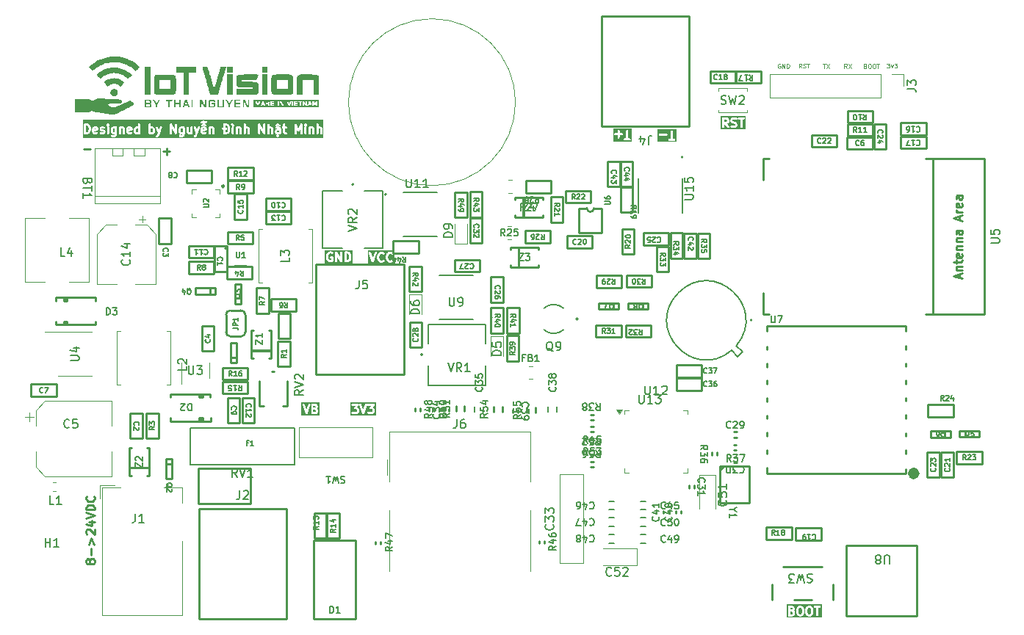
<source format=gbr>
%TF.GenerationSoftware,KiCad,Pcbnew,8.0.6*%
%TF.CreationDate,2025-04-11T21:40:20+07:00*%
%TF.ProjectId,DATN,4441544e-2e6b-4696-9361-645f70636258,rev?*%
%TF.SameCoordinates,Original*%
%TF.FileFunction,Legend,Top*%
%TF.FilePolarity,Positive*%
%FSLAX46Y46*%
G04 Gerber Fmt 4.6, Leading zero omitted, Abs format (unit mm)*
G04 Created by KiCad (PCBNEW 8.0.6) date 2025-04-11 21:40:20*
%MOMM*%
%LPD*%
G01*
G04 APERTURE LIST*
%ADD10C,0.250000*%
%ADD11C,0.125000*%
%ADD12C,0.150000*%
%ADD13C,0.200000*%
%ADD14C,0.000000*%
%ADD15C,0.120000*%
%ADD16C,0.260000*%
%ADD17C,0.660521*%
%ADD18C,0.100000*%
%ADD19C,0.127000*%
G04 APERTURE END LIST*
D10*
X73207431Y-73376333D02*
X72445527Y-73376333D01*
X82377431Y-73656333D02*
X81615527Y-73656333D01*
X81996479Y-73275380D02*
X81996479Y-74037285D01*
G36*
X154161235Y-126797681D02*
G01*
X154173645Y-126810092D01*
X154198996Y-126860793D01*
X154198996Y-126944633D01*
X154173644Y-126995336D01*
X154154713Y-127014268D01*
X154104012Y-127039619D01*
X153877568Y-127039619D01*
X153877568Y-126765809D01*
X154065618Y-126765809D01*
X154161235Y-126797681D01*
G37*
G36*
X154107094Y-126314969D02*
G01*
X154126026Y-126333902D01*
X154151377Y-126384603D01*
X154151377Y-126420824D01*
X154126026Y-126471525D01*
X154107094Y-126490458D01*
X154056393Y-126515809D01*
X153877568Y-126515809D01*
X153877568Y-126289619D01*
X154056393Y-126289619D01*
X154107094Y-126314969D01*
G37*
G36*
X155154714Y-126314970D02*
G01*
X155211125Y-126371381D01*
X155246615Y-126513341D01*
X155246615Y-126815896D01*
X155211125Y-126957855D01*
X155154711Y-127014269D01*
X155104012Y-127039619D01*
X154972553Y-127039619D01*
X154921852Y-127014268D01*
X154865438Y-126957855D01*
X154829949Y-126815896D01*
X154829949Y-126513341D01*
X154865439Y-126371381D01*
X154921849Y-126314970D01*
X154972553Y-126289619D01*
X155104012Y-126289619D01*
X155154714Y-126314970D01*
G37*
G36*
X156202333Y-126314970D02*
G01*
X156258744Y-126371381D01*
X156294234Y-126513341D01*
X156294234Y-126815896D01*
X156258744Y-126957855D01*
X156202330Y-127014269D01*
X156151631Y-127039619D01*
X156020172Y-127039619D01*
X155969471Y-127014268D01*
X155913057Y-126957855D01*
X155877568Y-126815896D01*
X155877568Y-126513341D01*
X155913058Y-126371381D01*
X155969468Y-126314970D01*
X156020172Y-126289619D01*
X156151631Y-126289619D01*
X156202333Y-126314970D01*
G37*
G36*
X157523975Y-127414619D02*
G01*
X153502568Y-127414619D01*
X153502568Y-126164619D01*
X153627568Y-126164619D01*
X153627568Y-127164619D01*
X153629970Y-127189005D01*
X153648634Y-127234065D01*
X153683122Y-127268553D01*
X153728182Y-127287217D01*
X153752568Y-127289619D01*
X154133520Y-127289619D01*
X154157906Y-127287217D01*
X154162054Y-127285498D01*
X154166536Y-127285180D01*
X154189422Y-127276422D01*
X154284659Y-127228804D01*
X154295155Y-127222196D01*
X154298205Y-127220933D01*
X154301638Y-127218114D01*
X154305397Y-127215749D01*
X154307559Y-127213255D01*
X154317147Y-127205387D01*
X154364766Y-127157768D01*
X154372633Y-127148180D01*
X154375126Y-127146019D01*
X154377492Y-127142259D01*
X154380311Y-127138825D01*
X154381573Y-127135776D01*
X154388180Y-127125282D01*
X154435799Y-127030044D01*
X154444557Y-127007158D01*
X154444875Y-127002677D01*
X154446594Y-126998528D01*
X154448996Y-126974142D01*
X154448996Y-126831285D01*
X154446594Y-126806899D01*
X154444875Y-126802749D01*
X154444557Y-126798269D01*
X154435799Y-126775383D01*
X154388180Y-126680145D01*
X154381573Y-126669650D01*
X154380310Y-126666600D01*
X154377491Y-126663165D01*
X154375126Y-126659408D01*
X154372634Y-126657246D01*
X154364765Y-126647658D01*
X154332435Y-126615329D01*
X154332691Y-126615018D01*
X154333954Y-126611967D01*
X154340561Y-126601473D01*
X154388180Y-126506235D01*
X154391350Y-126497952D01*
X154579949Y-126497952D01*
X154579949Y-126831285D01*
X154580368Y-126835539D01*
X154580097Y-126837361D01*
X154581446Y-126846489D01*
X154582351Y-126855671D01*
X154583055Y-126857372D01*
X154583681Y-126861602D01*
X154631300Y-127052078D01*
X154639545Y-127075153D01*
X154645077Y-127082619D01*
X154648634Y-127091207D01*
X154664179Y-127110149D01*
X154759417Y-127205388D01*
X154769005Y-127213257D01*
X154771167Y-127215749D01*
X154774924Y-127218114D01*
X154778359Y-127220933D01*
X154781409Y-127222196D01*
X154791904Y-127228803D01*
X154887142Y-127276422D01*
X154910028Y-127285180D01*
X154914508Y-127285498D01*
X154918658Y-127287217D01*
X154943044Y-127289619D01*
X155133520Y-127289619D01*
X155157906Y-127287217D01*
X155162054Y-127285498D01*
X155166536Y-127285180D01*
X155189422Y-127276422D01*
X155284659Y-127228804D01*
X155295155Y-127222196D01*
X155298205Y-127220933D01*
X155301639Y-127218114D01*
X155305397Y-127215749D01*
X155307558Y-127213257D01*
X155317147Y-127205388D01*
X155412385Y-127110149D01*
X155427930Y-127091207D01*
X155431487Y-127082618D01*
X155437019Y-127075153D01*
X155445264Y-127052078D01*
X155492883Y-126861602D01*
X155493508Y-126857372D01*
X155494213Y-126855671D01*
X155495117Y-126846491D01*
X155496467Y-126837362D01*
X155496195Y-126835539D01*
X155496615Y-126831285D01*
X155496615Y-126497952D01*
X155627568Y-126497952D01*
X155627568Y-126831285D01*
X155627987Y-126835539D01*
X155627716Y-126837361D01*
X155629065Y-126846489D01*
X155629970Y-126855671D01*
X155630674Y-126857372D01*
X155631300Y-126861602D01*
X155678919Y-127052078D01*
X155687164Y-127075153D01*
X155692696Y-127082619D01*
X155696253Y-127091207D01*
X155711798Y-127110149D01*
X155807036Y-127205388D01*
X155816624Y-127213257D01*
X155818786Y-127215749D01*
X155822543Y-127218114D01*
X155825978Y-127220933D01*
X155829028Y-127222196D01*
X155839523Y-127228803D01*
X155934761Y-127276422D01*
X155957647Y-127285180D01*
X155962127Y-127285498D01*
X155966277Y-127287217D01*
X155990663Y-127289619D01*
X156181139Y-127289619D01*
X156205525Y-127287217D01*
X156209673Y-127285498D01*
X156214155Y-127285180D01*
X156237041Y-127276422D01*
X156332278Y-127228804D01*
X156342774Y-127222196D01*
X156345824Y-127220933D01*
X156349258Y-127218114D01*
X156353016Y-127215749D01*
X156355177Y-127213257D01*
X156364766Y-127205388D01*
X156460004Y-127110149D01*
X156475549Y-127091207D01*
X156479106Y-127082618D01*
X156484638Y-127075153D01*
X156492883Y-127052078D01*
X156540502Y-126861602D01*
X156541127Y-126857372D01*
X156541832Y-126855671D01*
X156542736Y-126846491D01*
X156544086Y-126837362D01*
X156543814Y-126835539D01*
X156544234Y-126831285D01*
X156544234Y-126497952D01*
X156543814Y-126493697D01*
X156544086Y-126491875D01*
X156542736Y-126482745D01*
X156541832Y-126473566D01*
X156541127Y-126471864D01*
X156540502Y-126467635D01*
X156492883Y-126277159D01*
X156484638Y-126254084D01*
X156479104Y-126246615D01*
X156475548Y-126238030D01*
X156460003Y-126219088D01*
X156381148Y-126140233D01*
X156582351Y-126140233D01*
X156582351Y-126189005D01*
X156601015Y-126234065D01*
X156635503Y-126268553D01*
X156680563Y-126287217D01*
X156704949Y-126289619D01*
X156865663Y-126289619D01*
X156865663Y-127164619D01*
X156868065Y-127189005D01*
X156886729Y-127234065D01*
X156921217Y-127268553D01*
X156966277Y-127287217D01*
X157015049Y-127287217D01*
X157060109Y-127268553D01*
X157094597Y-127234065D01*
X157113261Y-127189005D01*
X157115663Y-127164619D01*
X157115663Y-126289619D01*
X157276377Y-126289619D01*
X157300763Y-126287217D01*
X157345823Y-126268553D01*
X157380311Y-126234065D01*
X157398975Y-126189005D01*
X157398975Y-126140233D01*
X157380311Y-126095173D01*
X157345823Y-126060685D01*
X157300763Y-126042021D01*
X157276377Y-126039619D01*
X156704949Y-126039619D01*
X156680563Y-126042021D01*
X156635503Y-126060685D01*
X156601015Y-126095173D01*
X156582351Y-126140233D01*
X156381148Y-126140233D01*
X156364765Y-126123850D01*
X156355179Y-126115983D01*
X156353016Y-126113489D01*
X156349254Y-126111120D01*
X156345823Y-126108305D01*
X156342776Y-126107043D01*
X156332278Y-126100434D01*
X156237041Y-126052816D01*
X156214155Y-126044058D01*
X156209673Y-126043739D01*
X156205525Y-126042021D01*
X156181139Y-126039619D01*
X155990663Y-126039619D01*
X155966277Y-126042021D01*
X155962127Y-126043739D01*
X155957647Y-126044058D01*
X155934761Y-126052816D01*
X155839523Y-126100435D01*
X155829026Y-126107042D01*
X155825979Y-126108305D01*
X155822547Y-126111121D01*
X155818786Y-126113489D01*
X155816622Y-126115983D01*
X155807037Y-126123850D01*
X155711799Y-126219088D01*
X155696254Y-126238030D01*
X155692697Y-126246615D01*
X155687164Y-126254084D01*
X155678919Y-126277159D01*
X155631300Y-126467635D01*
X155630674Y-126471864D01*
X155629970Y-126473566D01*
X155629065Y-126482747D01*
X155627716Y-126491876D01*
X155627987Y-126493697D01*
X155627568Y-126497952D01*
X155496615Y-126497952D01*
X155496195Y-126493697D01*
X155496467Y-126491875D01*
X155495117Y-126482745D01*
X155494213Y-126473566D01*
X155493508Y-126471864D01*
X155492883Y-126467635D01*
X155445264Y-126277159D01*
X155437019Y-126254084D01*
X155431485Y-126246615D01*
X155427929Y-126238030D01*
X155412384Y-126219088D01*
X155317146Y-126123850D01*
X155307560Y-126115983D01*
X155305397Y-126113489D01*
X155301635Y-126111120D01*
X155298204Y-126108305D01*
X155295157Y-126107043D01*
X155284659Y-126100434D01*
X155189422Y-126052816D01*
X155166536Y-126044058D01*
X155162054Y-126043739D01*
X155157906Y-126042021D01*
X155133520Y-126039619D01*
X154943044Y-126039619D01*
X154918658Y-126042021D01*
X154914508Y-126043739D01*
X154910028Y-126044058D01*
X154887142Y-126052816D01*
X154791904Y-126100435D01*
X154781407Y-126107042D01*
X154778360Y-126108305D01*
X154774928Y-126111121D01*
X154771167Y-126113489D01*
X154769003Y-126115983D01*
X154759418Y-126123850D01*
X154664180Y-126219088D01*
X154648635Y-126238030D01*
X154645078Y-126246615D01*
X154639545Y-126254084D01*
X154631300Y-126277159D01*
X154583681Y-126467635D01*
X154583055Y-126471864D01*
X154582351Y-126473566D01*
X154581446Y-126482747D01*
X154580097Y-126491876D01*
X154580368Y-126493697D01*
X154579949Y-126497952D01*
X154391350Y-126497952D01*
X154396938Y-126483349D01*
X154397256Y-126478868D01*
X154398975Y-126474719D01*
X154401377Y-126450333D01*
X154401377Y-126355095D01*
X154398975Y-126330709D01*
X154397256Y-126326559D01*
X154396938Y-126322079D01*
X154388180Y-126299193D01*
X154340561Y-126203955D01*
X154333954Y-126193460D01*
X154332691Y-126190410D01*
X154329872Y-126186975D01*
X154327507Y-126183218D01*
X154325015Y-126181056D01*
X154317146Y-126171468D01*
X154269527Y-126123850D01*
X154259941Y-126115983D01*
X154257778Y-126113489D01*
X154254016Y-126111120D01*
X154250585Y-126108305D01*
X154247538Y-126107043D01*
X154237040Y-126100434D01*
X154141803Y-126052816D01*
X154118917Y-126044058D01*
X154114435Y-126043739D01*
X154110287Y-126042021D01*
X154085901Y-126039619D01*
X153752568Y-126039619D01*
X153728182Y-126042021D01*
X153683122Y-126060685D01*
X153648634Y-126095173D01*
X153629970Y-126140233D01*
X153627568Y-126164619D01*
X153502568Y-126164619D01*
X153502568Y-125914619D01*
X157523975Y-125914619D01*
X157523975Y-127414619D01*
G37*
G36*
X135627886Y-72535380D02*
G01*
X133466024Y-72535380D01*
X133466024Y-72260994D01*
X134686262Y-72260994D01*
X134686262Y-72309766D01*
X134704926Y-72354826D01*
X134739414Y-72389314D01*
X134784474Y-72407978D01*
X134808860Y-72410380D01*
X135380288Y-72410380D01*
X135404674Y-72407978D01*
X135449734Y-72389314D01*
X135484222Y-72354826D01*
X135502886Y-72309766D01*
X135502886Y-72260994D01*
X135484222Y-72215934D01*
X135449734Y-72181446D01*
X135404674Y-72162782D01*
X135380288Y-72160380D01*
X135219574Y-72160380D01*
X135219574Y-71285380D01*
X135217172Y-71260994D01*
X135198508Y-71215934D01*
X135164020Y-71181446D01*
X135118960Y-71162782D01*
X135070188Y-71162782D01*
X135025128Y-71181446D01*
X134990640Y-71215934D01*
X134971976Y-71260994D01*
X134969574Y-71285380D01*
X134969574Y-72160380D01*
X134808860Y-72160380D01*
X134784474Y-72162782D01*
X134739414Y-72181446D01*
X134704926Y-72215934D01*
X134686262Y-72260994D01*
X133466024Y-72260994D01*
X133466024Y-71641947D01*
X133591024Y-71641947D01*
X133591024Y-71690719D01*
X133609688Y-71735779D01*
X133644176Y-71770267D01*
X133689236Y-71788931D01*
X133713622Y-71791333D01*
X133969574Y-71791333D01*
X133969574Y-72047285D01*
X133971976Y-72071671D01*
X133990640Y-72116731D01*
X134025128Y-72151219D01*
X134070188Y-72169883D01*
X134118960Y-72169883D01*
X134164020Y-72151219D01*
X134198508Y-72116731D01*
X134217172Y-72071671D01*
X134219574Y-72047285D01*
X134219574Y-71791333D01*
X134475526Y-71791333D01*
X134499912Y-71788931D01*
X134544972Y-71770267D01*
X134579460Y-71735779D01*
X134598124Y-71690719D01*
X134598124Y-71641947D01*
X134579460Y-71596887D01*
X134544972Y-71562399D01*
X134499912Y-71543735D01*
X134475526Y-71541333D01*
X134219574Y-71541333D01*
X134219574Y-71285380D01*
X134217172Y-71260994D01*
X134198508Y-71215934D01*
X134164020Y-71181446D01*
X134118960Y-71162782D01*
X134070188Y-71162782D01*
X134025128Y-71181446D01*
X133990640Y-71215934D01*
X133971976Y-71260994D01*
X133969574Y-71285380D01*
X133969574Y-71541333D01*
X133713622Y-71541333D01*
X133689236Y-71543735D01*
X133644176Y-71562399D01*
X133609688Y-71596887D01*
X133591024Y-71641947D01*
X133466024Y-71641947D01*
X133466024Y-71037782D01*
X135627886Y-71037782D01*
X135627886Y-72535380D01*
G37*
G36*
X106110901Y-104114619D02*
G01*
X103184732Y-104114619D01*
X103184732Y-102840233D01*
X103309732Y-102840233D01*
X103309732Y-102889005D01*
X103328396Y-102934065D01*
X103362884Y-102968553D01*
X103407944Y-102987217D01*
X103432330Y-102989619D01*
X103775906Y-102989619D01*
X103623972Y-103163258D01*
X103616436Y-103173798D01*
X103614110Y-103176125D01*
X103613196Y-103178330D01*
X103609721Y-103183192D01*
X103603214Y-103202430D01*
X103595446Y-103221185D01*
X103595446Y-103225398D01*
X103594095Y-103229393D01*
X103595446Y-103249654D01*
X103595446Y-103269957D01*
X103597059Y-103273852D01*
X103597340Y-103278059D01*
X103606339Y-103296257D01*
X103614110Y-103315017D01*
X103617091Y-103317998D01*
X103618960Y-103321777D01*
X103634240Y-103335147D01*
X103648598Y-103349505D01*
X103652492Y-103351118D01*
X103655665Y-103353894D01*
X103674903Y-103360400D01*
X103693658Y-103368169D01*
X103699602Y-103368754D01*
X103701866Y-103369520D01*
X103705150Y-103369300D01*
X103718044Y-103370571D01*
X103831393Y-103370571D01*
X103882094Y-103395921D01*
X103901026Y-103414854D01*
X103926377Y-103465555D01*
X103926377Y-103644633D01*
X103901025Y-103695336D01*
X103882094Y-103714268D01*
X103831393Y-103739619D01*
X103604696Y-103739619D01*
X103553994Y-103714268D01*
X103520719Y-103680993D01*
X103501777Y-103665447D01*
X103456718Y-103646782D01*
X103407945Y-103646782D01*
X103362885Y-103665446D01*
X103328397Y-103699933D01*
X103309732Y-103744992D01*
X103309732Y-103793765D01*
X103328396Y-103838825D01*
X103343941Y-103857767D01*
X103391560Y-103905387D01*
X103401148Y-103913256D01*
X103403310Y-103915749D01*
X103407064Y-103918112D01*
X103410501Y-103920933D01*
X103413554Y-103922197D01*
X103424047Y-103928803D01*
X103519285Y-103976422D01*
X103542171Y-103985180D01*
X103546651Y-103985498D01*
X103550801Y-103987217D01*
X103575187Y-103989619D01*
X103860901Y-103989619D01*
X103885287Y-103987217D01*
X103889435Y-103985498D01*
X103893917Y-103985180D01*
X103916803Y-103976422D01*
X104012040Y-103928804D01*
X104022536Y-103922196D01*
X104025586Y-103920933D01*
X104029019Y-103918114D01*
X104032778Y-103915749D01*
X104034940Y-103913255D01*
X104044528Y-103905387D01*
X104092147Y-103857768D01*
X104100014Y-103848180D01*
X104102507Y-103846019D01*
X104104873Y-103842259D01*
X104107692Y-103838825D01*
X104108954Y-103835776D01*
X104115561Y-103825282D01*
X104163180Y-103730044D01*
X104171938Y-103707158D01*
X104172256Y-103702677D01*
X104173975Y-103698528D01*
X104176377Y-103674142D01*
X104176377Y-103436047D01*
X104173975Y-103411661D01*
X104172256Y-103407511D01*
X104171938Y-103403031D01*
X104163180Y-103380145D01*
X104115561Y-103284907D01*
X104108954Y-103274412D01*
X104107691Y-103271362D01*
X104104872Y-103267927D01*
X104102507Y-103264170D01*
X104100015Y-103262008D01*
X104092146Y-103252420D01*
X104044527Y-103204802D01*
X104034941Y-103196935D01*
X104032778Y-103194441D01*
X104029016Y-103192072D01*
X104025585Y-103189257D01*
X104022538Y-103187995D01*
X104012040Y-103181386D01*
X103962134Y-103156433D01*
X104145449Y-102946932D01*
X104152984Y-102936391D01*
X104155311Y-102934065D01*
X104156224Y-102931859D01*
X104159700Y-102926998D01*
X104166206Y-102907759D01*
X104173975Y-102889005D01*
X104173975Y-102884791D01*
X104175326Y-102880797D01*
X104175290Y-102880253D01*
X104213074Y-102880253D01*
X104218507Y-102904147D01*
X104551839Y-103904147D01*
X104561830Y-103926522D01*
X104567680Y-103933268D01*
X104571676Y-103941259D01*
X104583516Y-103951527D01*
X104593785Y-103963368D01*
X104601776Y-103967363D01*
X104608522Y-103973214D01*
X104623387Y-103978169D01*
X104637409Y-103985180D01*
X104646319Y-103985813D01*
X104654791Y-103988637D01*
X104670424Y-103987526D01*
X104686059Y-103988637D01*
X104694530Y-103985813D01*
X104703440Y-103985180D01*
X104717460Y-103978169D01*
X104732328Y-103973214D01*
X104739073Y-103967363D01*
X104747065Y-103963368D01*
X104757336Y-103951524D01*
X104769174Y-103941258D01*
X104773168Y-103933269D01*
X104779020Y-103926522D01*
X104789010Y-103904147D01*
X105122343Y-102904148D01*
X105123471Y-102899183D01*
X105137920Y-102934065D01*
X105172408Y-102968553D01*
X105217468Y-102987217D01*
X105241854Y-102989619D01*
X105585430Y-102989619D01*
X105433496Y-103163258D01*
X105425960Y-103173798D01*
X105423634Y-103176125D01*
X105422720Y-103178330D01*
X105419245Y-103183192D01*
X105412738Y-103202430D01*
X105404970Y-103221185D01*
X105404970Y-103225398D01*
X105403619Y-103229393D01*
X105404970Y-103249654D01*
X105404970Y-103269957D01*
X105406583Y-103273852D01*
X105406864Y-103278059D01*
X105415863Y-103296257D01*
X105423634Y-103315017D01*
X105426615Y-103317998D01*
X105428484Y-103321777D01*
X105443764Y-103335147D01*
X105458122Y-103349505D01*
X105462016Y-103351118D01*
X105465189Y-103353894D01*
X105484427Y-103360400D01*
X105503182Y-103368169D01*
X105509126Y-103368754D01*
X105511390Y-103369520D01*
X105514674Y-103369300D01*
X105527568Y-103370571D01*
X105640917Y-103370571D01*
X105691618Y-103395921D01*
X105710550Y-103414854D01*
X105735901Y-103465555D01*
X105735901Y-103644633D01*
X105710549Y-103695336D01*
X105691618Y-103714268D01*
X105640917Y-103739619D01*
X105414220Y-103739619D01*
X105363518Y-103714268D01*
X105330243Y-103680993D01*
X105311301Y-103665447D01*
X105266242Y-103646782D01*
X105217469Y-103646782D01*
X105172409Y-103665446D01*
X105137921Y-103699933D01*
X105119256Y-103744992D01*
X105119256Y-103793765D01*
X105137920Y-103838825D01*
X105153465Y-103857767D01*
X105201084Y-103905387D01*
X105210672Y-103913256D01*
X105212834Y-103915749D01*
X105216588Y-103918112D01*
X105220025Y-103920933D01*
X105223078Y-103922197D01*
X105233571Y-103928803D01*
X105328809Y-103976422D01*
X105351695Y-103985180D01*
X105356175Y-103985498D01*
X105360325Y-103987217D01*
X105384711Y-103989619D01*
X105670425Y-103989619D01*
X105694811Y-103987217D01*
X105698959Y-103985498D01*
X105703441Y-103985180D01*
X105726327Y-103976422D01*
X105821564Y-103928804D01*
X105832060Y-103922196D01*
X105835110Y-103920933D01*
X105838543Y-103918114D01*
X105842302Y-103915749D01*
X105844464Y-103913255D01*
X105854052Y-103905387D01*
X105901671Y-103857768D01*
X105909538Y-103848180D01*
X105912031Y-103846019D01*
X105914397Y-103842259D01*
X105917216Y-103838825D01*
X105918478Y-103835776D01*
X105925085Y-103825282D01*
X105972704Y-103730044D01*
X105981462Y-103707158D01*
X105981780Y-103702677D01*
X105983499Y-103698528D01*
X105985901Y-103674142D01*
X105985901Y-103436047D01*
X105983499Y-103411661D01*
X105981780Y-103407511D01*
X105981462Y-103403031D01*
X105972704Y-103380145D01*
X105925085Y-103284907D01*
X105918478Y-103274412D01*
X105917215Y-103271362D01*
X105914396Y-103267927D01*
X105912031Y-103264170D01*
X105909539Y-103262008D01*
X105901670Y-103252420D01*
X105854051Y-103204802D01*
X105844465Y-103196935D01*
X105842302Y-103194441D01*
X105838540Y-103192072D01*
X105835109Y-103189257D01*
X105832062Y-103187995D01*
X105821564Y-103181386D01*
X105771658Y-103156433D01*
X105954973Y-102946932D01*
X105962508Y-102936391D01*
X105964835Y-102934065D01*
X105965748Y-102931859D01*
X105969224Y-102926998D01*
X105975730Y-102907759D01*
X105983499Y-102889005D01*
X105983499Y-102884791D01*
X105984850Y-102880797D01*
X105983499Y-102860529D01*
X105983499Y-102840233D01*
X105981886Y-102836340D01*
X105981606Y-102832131D01*
X105972602Y-102813925D01*
X105964835Y-102795173D01*
X105961853Y-102792191D01*
X105959985Y-102788413D01*
X105944704Y-102775042D01*
X105930347Y-102760685D01*
X105926452Y-102759071D01*
X105923280Y-102756296D01*
X105904041Y-102749789D01*
X105885287Y-102742021D01*
X105879342Y-102741435D01*
X105877079Y-102740670D01*
X105873794Y-102740888D01*
X105860901Y-102739619D01*
X105241854Y-102739619D01*
X105217468Y-102742021D01*
X105172408Y-102760685D01*
X105137920Y-102795173D01*
X105123504Y-102829975D01*
X105102507Y-102787980D01*
X105065661Y-102756024D01*
X105019392Y-102740601D01*
X104970742Y-102744058D01*
X104927118Y-102765870D01*
X104895163Y-102802716D01*
X104885172Y-102825091D01*
X104670424Y-103469334D01*
X104455677Y-102825091D01*
X104445687Y-102802716D01*
X104413732Y-102765870D01*
X104370107Y-102744058D01*
X104321458Y-102740601D01*
X104275189Y-102756024D01*
X104238343Y-102787979D01*
X104216531Y-102831604D01*
X104213074Y-102880253D01*
X104175290Y-102880253D01*
X104173975Y-102860529D01*
X104173975Y-102840233D01*
X104172362Y-102836340D01*
X104172082Y-102832131D01*
X104163078Y-102813925D01*
X104155311Y-102795173D01*
X104152329Y-102792191D01*
X104150461Y-102788413D01*
X104135180Y-102775042D01*
X104120823Y-102760685D01*
X104116928Y-102759071D01*
X104113756Y-102756296D01*
X104094517Y-102749789D01*
X104075763Y-102742021D01*
X104069818Y-102741435D01*
X104067555Y-102740670D01*
X104064270Y-102740888D01*
X104051377Y-102739619D01*
X103432330Y-102739619D01*
X103407944Y-102742021D01*
X103362884Y-102760685D01*
X103328396Y-102795173D01*
X103309732Y-102840233D01*
X103184732Y-102840233D01*
X103184732Y-102614619D01*
X106110901Y-102614619D01*
X106110901Y-104114619D01*
G37*
G36*
X102913616Y-85481491D02*
G01*
X102973644Y-85541519D01*
X103006055Y-85606342D01*
X103046615Y-85768579D01*
X103046615Y-85880658D01*
X103006055Y-86042894D01*
X102973645Y-86107715D01*
X102913615Y-86167746D01*
X102817999Y-86199619D01*
X102725187Y-86199619D01*
X102725187Y-85449619D01*
X102817999Y-85449619D01*
X102913616Y-85481491D01*
G37*
G36*
X103421615Y-86574619D02*
G01*
X100254949Y-86574619D01*
X100254949Y-85753190D01*
X100379949Y-85753190D01*
X100379949Y-85896047D01*
X100380368Y-85900301D01*
X100380097Y-85902123D01*
X100381446Y-85911251D01*
X100382351Y-85920433D01*
X100383055Y-85922134D01*
X100383681Y-85926364D01*
X100431300Y-86116840D01*
X100431943Y-86118639D01*
X100432007Y-86119539D01*
X100435889Y-86129685D01*
X100439545Y-86139915D01*
X100440081Y-86140639D01*
X100440765Y-86142425D01*
X100488383Y-86237662D01*
X100494989Y-86248156D01*
X100496253Y-86251207D01*
X100499073Y-86254643D01*
X100501438Y-86258400D01*
X100503929Y-86260560D01*
X100511798Y-86270149D01*
X100607036Y-86365388D01*
X100625978Y-86380933D01*
X100630129Y-86382652D01*
X100633522Y-86385595D01*
X100655897Y-86395585D01*
X100798753Y-86443204D01*
X100810846Y-86445953D01*
X100813896Y-86447217D01*
X100818317Y-86447652D01*
X100822647Y-86448637D01*
X100825938Y-86448403D01*
X100838282Y-86449619D01*
X100933520Y-86449619D01*
X100945863Y-86448403D01*
X100949154Y-86448637D01*
X100953483Y-86447652D01*
X100957906Y-86447217D01*
X100960957Y-86445953D01*
X100973048Y-86443204D01*
X101115905Y-86395586D01*
X101138280Y-86385595D01*
X101141672Y-86382652D01*
X101145824Y-86380933D01*
X101164766Y-86365387D01*
X101212385Y-86317768D01*
X101227925Y-86298830D01*
X101227930Y-86298826D01*
X101246594Y-86253766D01*
X101248996Y-86229380D01*
X101248996Y-85896047D01*
X101246594Y-85871661D01*
X101227930Y-85826601D01*
X101193442Y-85792113D01*
X101148382Y-85773449D01*
X101123996Y-85771047D01*
X100933520Y-85771047D01*
X100909134Y-85773449D01*
X100864074Y-85792113D01*
X100829586Y-85826601D01*
X100810922Y-85871661D01*
X100810922Y-85920433D01*
X100829586Y-85965493D01*
X100864074Y-85999981D01*
X100909134Y-86018645D01*
X100933520Y-86021047D01*
X100998996Y-86021047D01*
X100998996Y-86171032D01*
X100913237Y-86199619D01*
X100858568Y-86199619D01*
X100762949Y-86167746D01*
X100702918Y-86107715D01*
X100670508Y-86042896D01*
X100629949Y-85880658D01*
X100629949Y-85768579D01*
X100670508Y-85606341D01*
X100702919Y-85541520D01*
X100762947Y-85481491D01*
X100858568Y-85449619D01*
X100951631Y-85449619D01*
X101020475Y-85484041D01*
X101043361Y-85492799D01*
X101092010Y-85496256D01*
X101138281Y-85480833D01*
X101175126Y-85448877D01*
X101196937Y-85405254D01*
X101200395Y-85356604D01*
X101189734Y-85324619D01*
X101427568Y-85324619D01*
X101427568Y-86324619D01*
X101429970Y-86349005D01*
X101448634Y-86394065D01*
X101483122Y-86428553D01*
X101528182Y-86447217D01*
X101576954Y-86447217D01*
X101622014Y-86428553D01*
X101656502Y-86394065D01*
X101675166Y-86349005D01*
X101677568Y-86324619D01*
X101677568Y-85795313D01*
X102015466Y-86386636D01*
X102019112Y-86391773D01*
X102020062Y-86394065D01*
X102022396Y-86396399D01*
X102029650Y-86406618D01*
X102042794Y-86416797D01*
X102054550Y-86428553D01*
X102061910Y-86431601D01*
X102068211Y-86436481D01*
X102084252Y-86440855D01*
X102099610Y-86447217D01*
X102107577Y-86447217D01*
X102115266Y-86449314D01*
X102131761Y-86447217D01*
X102148382Y-86447217D01*
X102155742Y-86444168D01*
X102163649Y-86443163D01*
X102178083Y-86434914D01*
X102193442Y-86428553D01*
X102199076Y-86422918D01*
X102205995Y-86418965D01*
X102216174Y-86405820D01*
X102227930Y-86394065D01*
X102230978Y-86386704D01*
X102235858Y-86380404D01*
X102240233Y-86364361D01*
X102246594Y-86349005D01*
X102247822Y-86336535D01*
X102248691Y-86333350D01*
X102248378Y-86330890D01*
X102248996Y-86324619D01*
X102248996Y-85324619D01*
X102475187Y-85324619D01*
X102475187Y-86324619D01*
X102477589Y-86349005D01*
X102496253Y-86394065D01*
X102530741Y-86428553D01*
X102575801Y-86447217D01*
X102600187Y-86449619D01*
X102838282Y-86449619D01*
X102850625Y-86448403D01*
X102853916Y-86448637D01*
X102858245Y-86447652D01*
X102862668Y-86447217D01*
X102865719Y-86445953D01*
X102877810Y-86443204D01*
X103020667Y-86395586D01*
X103043042Y-86385595D01*
X103046434Y-86382652D01*
X103050586Y-86380933D01*
X103069528Y-86365388D01*
X103164766Y-86270149D01*
X103172634Y-86260560D01*
X103175126Y-86258400D01*
X103177490Y-86254643D01*
X103180311Y-86251207D01*
X103181575Y-86248155D01*
X103188180Y-86237663D01*
X103235799Y-86142425D01*
X103236482Y-86140639D01*
X103237019Y-86139915D01*
X103240674Y-86129685D01*
X103244557Y-86119539D01*
X103244620Y-86118639D01*
X103245264Y-86116840D01*
X103292883Y-85926364D01*
X103293508Y-85922134D01*
X103294213Y-85920433D01*
X103295117Y-85911253D01*
X103296467Y-85902124D01*
X103296195Y-85900301D01*
X103296615Y-85896047D01*
X103296615Y-85753190D01*
X103296195Y-85748935D01*
X103296467Y-85747113D01*
X103295117Y-85737983D01*
X103294213Y-85728804D01*
X103293508Y-85727102D01*
X103292883Y-85722873D01*
X103245264Y-85532397D01*
X103244620Y-85530597D01*
X103244557Y-85529698D01*
X103240674Y-85519551D01*
X103237019Y-85509322D01*
X103236482Y-85508597D01*
X103235799Y-85506812D01*
X103188180Y-85411574D01*
X103181572Y-85401077D01*
X103180310Y-85398030D01*
X103177493Y-85394598D01*
X103175126Y-85390837D01*
X103172631Y-85388673D01*
X103164765Y-85379088D01*
X103069527Y-85283850D01*
X103050585Y-85268305D01*
X103046435Y-85266586D01*
X103043042Y-85263643D01*
X103020667Y-85253652D01*
X102877810Y-85206034D01*
X102865719Y-85203284D01*
X102862668Y-85202021D01*
X102858245Y-85201585D01*
X102853916Y-85200601D01*
X102850625Y-85200834D01*
X102838282Y-85199619D01*
X102600187Y-85199619D01*
X102575801Y-85202021D01*
X102530741Y-85220685D01*
X102496253Y-85255173D01*
X102477589Y-85300233D01*
X102475187Y-85324619D01*
X102248996Y-85324619D01*
X102246594Y-85300233D01*
X102227930Y-85255173D01*
X102193442Y-85220685D01*
X102148382Y-85202021D01*
X102099610Y-85202021D01*
X102054550Y-85220685D01*
X102020062Y-85255173D01*
X102001398Y-85300233D01*
X101998996Y-85324619D01*
X101998996Y-85853923D01*
X101661098Y-85262602D01*
X101657451Y-85257464D01*
X101656502Y-85255173D01*
X101654167Y-85252838D01*
X101646914Y-85242620D01*
X101633769Y-85232440D01*
X101622014Y-85220685D01*
X101614653Y-85217636D01*
X101608353Y-85212757D01*
X101592311Y-85208382D01*
X101576954Y-85202021D01*
X101568987Y-85202021D01*
X101561298Y-85199924D01*
X101544803Y-85202021D01*
X101528182Y-85202021D01*
X101520821Y-85205069D01*
X101512915Y-85206075D01*
X101498480Y-85214323D01*
X101483122Y-85220685D01*
X101477487Y-85226319D01*
X101470569Y-85230273D01*
X101460389Y-85243417D01*
X101448634Y-85255173D01*
X101445585Y-85262533D01*
X101440706Y-85268834D01*
X101436331Y-85284875D01*
X101429970Y-85300233D01*
X101428741Y-85312704D01*
X101427873Y-85315889D01*
X101428185Y-85318348D01*
X101427568Y-85324619D01*
X101189734Y-85324619D01*
X101184972Y-85310334D01*
X101153016Y-85273489D01*
X101132278Y-85260434D01*
X101037041Y-85212816D01*
X101014155Y-85204058D01*
X101009673Y-85203739D01*
X101005525Y-85202021D01*
X100981139Y-85199619D01*
X100838282Y-85199619D01*
X100825938Y-85200834D01*
X100822647Y-85200601D01*
X100818317Y-85201585D01*
X100813896Y-85202021D01*
X100810846Y-85203284D01*
X100798753Y-85206034D01*
X100655897Y-85253653D01*
X100633522Y-85263643D01*
X100630128Y-85266586D01*
X100625979Y-85268305D01*
X100607037Y-85283850D01*
X100511799Y-85379088D01*
X100503932Y-85388673D01*
X100501438Y-85390837D01*
X100499069Y-85394598D01*
X100496254Y-85398030D01*
X100494992Y-85401076D01*
X100488383Y-85411575D01*
X100440765Y-85506812D01*
X100440081Y-85508597D01*
X100439545Y-85509322D01*
X100435889Y-85519551D01*
X100432007Y-85529698D01*
X100431943Y-85530597D01*
X100431300Y-85532397D01*
X100383681Y-85722873D01*
X100383055Y-85727102D01*
X100382351Y-85728804D01*
X100381446Y-85737985D01*
X100380097Y-85747114D01*
X100380368Y-85748935D01*
X100379949Y-85753190D01*
X100254949Y-85753190D01*
X100254949Y-85074619D01*
X103421615Y-85074619D01*
X103421615Y-86574619D01*
G37*
G36*
X108258737Y-86604619D02*
G01*
X105190693Y-86604619D01*
X105190693Y-85370253D01*
X105315693Y-85370253D01*
X105321126Y-85394147D01*
X105654458Y-86394147D01*
X105664449Y-86416522D01*
X105670299Y-86423268D01*
X105674295Y-86431259D01*
X105686135Y-86441527D01*
X105696404Y-86453368D01*
X105704395Y-86457363D01*
X105711141Y-86463214D01*
X105726006Y-86468169D01*
X105740028Y-86475180D01*
X105748938Y-86475813D01*
X105757410Y-86478637D01*
X105773043Y-86477526D01*
X105788678Y-86478637D01*
X105797149Y-86475813D01*
X105806059Y-86475180D01*
X105820079Y-86468169D01*
X105834947Y-86463214D01*
X105841692Y-86457363D01*
X105849684Y-86453368D01*
X105859955Y-86441524D01*
X105871793Y-86431258D01*
X105875787Y-86423269D01*
X105881639Y-86416522D01*
X105891629Y-86394147D01*
X106095281Y-85783190D01*
X106267092Y-85783190D01*
X106267092Y-85926047D01*
X106267511Y-85930301D01*
X106267240Y-85932123D01*
X106268589Y-85941251D01*
X106269494Y-85950433D01*
X106270198Y-85952134D01*
X106270824Y-85956364D01*
X106318443Y-86146840D01*
X106319086Y-86148639D01*
X106319150Y-86149539D01*
X106323032Y-86159685D01*
X106326688Y-86169915D01*
X106327224Y-86170639D01*
X106327908Y-86172425D01*
X106375526Y-86267662D01*
X106382132Y-86278156D01*
X106383396Y-86281207D01*
X106386216Y-86284643D01*
X106388581Y-86288400D01*
X106391072Y-86290560D01*
X106398941Y-86300149D01*
X106494179Y-86395388D01*
X106513121Y-86410933D01*
X106517272Y-86412652D01*
X106520665Y-86415595D01*
X106543040Y-86425585D01*
X106685896Y-86473204D01*
X106697989Y-86475953D01*
X106701039Y-86477217D01*
X106705460Y-86477652D01*
X106709790Y-86478637D01*
X106713081Y-86478403D01*
X106725425Y-86479619D01*
X106820663Y-86479619D01*
X106833006Y-86478403D01*
X106836297Y-86478637D01*
X106840626Y-86477652D01*
X106845049Y-86477217D01*
X106848100Y-86475953D01*
X106860191Y-86473204D01*
X107003048Y-86425586D01*
X107025423Y-86415595D01*
X107028815Y-86412652D01*
X107032967Y-86410933D01*
X107051909Y-86395387D01*
X107099528Y-86347768D01*
X107115073Y-86328825D01*
X107133737Y-86283766D01*
X107133737Y-86234992D01*
X107115072Y-86189933D01*
X107080584Y-86155446D01*
X107035524Y-86136782D01*
X106986751Y-86136782D01*
X106941691Y-86155447D01*
X106922750Y-86170993D01*
X106895997Y-86197746D01*
X106800380Y-86229619D01*
X106745711Y-86229619D01*
X106650092Y-86197746D01*
X106590061Y-86137715D01*
X106557651Y-86072896D01*
X106517092Y-85910658D01*
X106517092Y-85798579D01*
X106520939Y-85783190D01*
X107267092Y-85783190D01*
X107267092Y-85926047D01*
X107267511Y-85930301D01*
X107267240Y-85932123D01*
X107268589Y-85941251D01*
X107269494Y-85950433D01*
X107270198Y-85952134D01*
X107270824Y-85956364D01*
X107318443Y-86146840D01*
X107319086Y-86148639D01*
X107319150Y-86149539D01*
X107323032Y-86159685D01*
X107326688Y-86169915D01*
X107327224Y-86170639D01*
X107327908Y-86172425D01*
X107375526Y-86267662D01*
X107382132Y-86278156D01*
X107383396Y-86281207D01*
X107386216Y-86284643D01*
X107388581Y-86288400D01*
X107391072Y-86290560D01*
X107398941Y-86300149D01*
X107494179Y-86395388D01*
X107513121Y-86410933D01*
X107517272Y-86412652D01*
X107520665Y-86415595D01*
X107543040Y-86425585D01*
X107685896Y-86473204D01*
X107697989Y-86475953D01*
X107701039Y-86477217D01*
X107705460Y-86477652D01*
X107709790Y-86478637D01*
X107713081Y-86478403D01*
X107725425Y-86479619D01*
X107820663Y-86479619D01*
X107833006Y-86478403D01*
X107836297Y-86478637D01*
X107840626Y-86477652D01*
X107845049Y-86477217D01*
X107848100Y-86475953D01*
X107860191Y-86473204D01*
X108003048Y-86425586D01*
X108025423Y-86415595D01*
X108028815Y-86412652D01*
X108032967Y-86410933D01*
X108051909Y-86395387D01*
X108099528Y-86347768D01*
X108115073Y-86328825D01*
X108133737Y-86283766D01*
X108133737Y-86234992D01*
X108115072Y-86189933D01*
X108080584Y-86155446D01*
X108035524Y-86136782D01*
X107986751Y-86136782D01*
X107941691Y-86155447D01*
X107922750Y-86170993D01*
X107895997Y-86197746D01*
X107800380Y-86229619D01*
X107745711Y-86229619D01*
X107650092Y-86197746D01*
X107590061Y-86137715D01*
X107557651Y-86072896D01*
X107517092Y-85910658D01*
X107517092Y-85798579D01*
X107557651Y-85636341D01*
X107590062Y-85571520D01*
X107650090Y-85511491D01*
X107745711Y-85479619D01*
X107800380Y-85479619D01*
X107895997Y-85511491D01*
X107922750Y-85538245D01*
X107941692Y-85553790D01*
X107986752Y-85572455D01*
X108035525Y-85572455D01*
X108080585Y-85553790D01*
X108115072Y-85519303D01*
X108133737Y-85474243D01*
X108133737Y-85425470D01*
X108115072Y-85380410D01*
X108099527Y-85361468D01*
X108051908Y-85313850D01*
X108032966Y-85298305D01*
X108028816Y-85296586D01*
X108025423Y-85293643D01*
X108003048Y-85283652D01*
X107860191Y-85236034D01*
X107848100Y-85233284D01*
X107845049Y-85232021D01*
X107840626Y-85231585D01*
X107836297Y-85230601D01*
X107833006Y-85230834D01*
X107820663Y-85229619D01*
X107725425Y-85229619D01*
X107713081Y-85230834D01*
X107709790Y-85230601D01*
X107705460Y-85231585D01*
X107701039Y-85232021D01*
X107697989Y-85233284D01*
X107685896Y-85236034D01*
X107543040Y-85283653D01*
X107520665Y-85293643D01*
X107517271Y-85296586D01*
X107513122Y-85298305D01*
X107494180Y-85313850D01*
X107398942Y-85409088D01*
X107391075Y-85418673D01*
X107388581Y-85420837D01*
X107386212Y-85424598D01*
X107383397Y-85428030D01*
X107382135Y-85431076D01*
X107375526Y-85441575D01*
X107327908Y-85536812D01*
X107327224Y-85538597D01*
X107326688Y-85539322D01*
X107323032Y-85549551D01*
X107319150Y-85559698D01*
X107319086Y-85560597D01*
X107318443Y-85562397D01*
X107270824Y-85752873D01*
X107270198Y-85757102D01*
X107269494Y-85758804D01*
X107268589Y-85767985D01*
X107267240Y-85777114D01*
X107267511Y-85778935D01*
X107267092Y-85783190D01*
X106520939Y-85783190D01*
X106557651Y-85636341D01*
X106590062Y-85571520D01*
X106650090Y-85511491D01*
X106745711Y-85479619D01*
X106800380Y-85479619D01*
X106895997Y-85511491D01*
X106922750Y-85538245D01*
X106941692Y-85553790D01*
X106986752Y-85572455D01*
X107035525Y-85572455D01*
X107080585Y-85553790D01*
X107115072Y-85519303D01*
X107133737Y-85474243D01*
X107133737Y-85425470D01*
X107115072Y-85380410D01*
X107099527Y-85361468D01*
X107051908Y-85313850D01*
X107032966Y-85298305D01*
X107028816Y-85296586D01*
X107025423Y-85293643D01*
X107003048Y-85283652D01*
X106860191Y-85236034D01*
X106848100Y-85233284D01*
X106845049Y-85232021D01*
X106840626Y-85231585D01*
X106836297Y-85230601D01*
X106833006Y-85230834D01*
X106820663Y-85229619D01*
X106725425Y-85229619D01*
X106713081Y-85230834D01*
X106709790Y-85230601D01*
X106705460Y-85231585D01*
X106701039Y-85232021D01*
X106697989Y-85233284D01*
X106685896Y-85236034D01*
X106543040Y-85283653D01*
X106520665Y-85293643D01*
X106517271Y-85296586D01*
X106513122Y-85298305D01*
X106494180Y-85313850D01*
X106398942Y-85409088D01*
X106391075Y-85418673D01*
X106388581Y-85420837D01*
X106386212Y-85424598D01*
X106383397Y-85428030D01*
X106382135Y-85431076D01*
X106375526Y-85441575D01*
X106327908Y-85536812D01*
X106327224Y-85538597D01*
X106326688Y-85539322D01*
X106323032Y-85549551D01*
X106319150Y-85559698D01*
X106319086Y-85560597D01*
X106318443Y-85562397D01*
X106270824Y-85752873D01*
X106270198Y-85757102D01*
X106269494Y-85758804D01*
X106268589Y-85767985D01*
X106267240Y-85777114D01*
X106267511Y-85778935D01*
X106267092Y-85783190D01*
X106095281Y-85783190D01*
X106224962Y-85394148D01*
X106230395Y-85370254D01*
X106226938Y-85321604D01*
X106205126Y-85277980D01*
X106168280Y-85246024D01*
X106122011Y-85230601D01*
X106073361Y-85234058D01*
X106029737Y-85255870D01*
X105997782Y-85292716D01*
X105987791Y-85315091D01*
X105773043Y-85959334D01*
X105558296Y-85315091D01*
X105548306Y-85292716D01*
X105516351Y-85255870D01*
X105472726Y-85234058D01*
X105424077Y-85230601D01*
X105377808Y-85246024D01*
X105340962Y-85277979D01*
X105319150Y-85321604D01*
X105315693Y-85370253D01*
X105190693Y-85370253D01*
X105190693Y-85104619D01*
X108258737Y-85104619D01*
X108258737Y-86604619D01*
G37*
G36*
X146554713Y-69989969D02*
G01*
X146573645Y-70008902D01*
X146598996Y-70059603D01*
X146598996Y-70143443D01*
X146573645Y-70194144D01*
X146554713Y-70213077D01*
X146504012Y-70238428D01*
X146277568Y-70238428D01*
X146277568Y-69964619D01*
X146504012Y-69964619D01*
X146554713Y-69989969D01*
G37*
G36*
X148781118Y-71089619D02*
G01*
X145902568Y-71089619D01*
X145902568Y-69839619D01*
X146027568Y-69839619D01*
X146027568Y-70839619D01*
X146029970Y-70864005D01*
X146048634Y-70909065D01*
X146083122Y-70943553D01*
X146128182Y-70962217D01*
X146176954Y-70962217D01*
X146222014Y-70943553D01*
X146256502Y-70909065D01*
X146275166Y-70864005D01*
X146277568Y-70839619D01*
X146277568Y-70488428D01*
X146325581Y-70488428D01*
X146621592Y-70911302D01*
X146637544Y-70929902D01*
X146678675Y-70956114D01*
X146726706Y-70964590D01*
X146774324Y-70954040D01*
X146814279Y-70926071D01*
X146840491Y-70884941D01*
X146848967Y-70836909D01*
X146838417Y-70789292D01*
X146826400Y-70767936D01*
X146613188Y-70463347D01*
X146684659Y-70427613D01*
X146695157Y-70421003D01*
X146698204Y-70419742D01*
X146701635Y-70416926D01*
X146705397Y-70414558D01*
X146707560Y-70412063D01*
X146717146Y-70404197D01*
X146764765Y-70356579D01*
X146772634Y-70346990D01*
X146775126Y-70344829D01*
X146777491Y-70341071D01*
X146780310Y-70337637D01*
X146781573Y-70334586D01*
X146788180Y-70324092D01*
X146835799Y-70228854D01*
X146844557Y-70205968D01*
X146844875Y-70201487D01*
X146846594Y-70197338D01*
X146848996Y-70172952D01*
X146848996Y-70030095D01*
X146979949Y-70030095D01*
X146979949Y-70125333D01*
X146982351Y-70149719D01*
X146984069Y-70153867D01*
X146984388Y-70158349D01*
X146993146Y-70181235D01*
X147040764Y-70276472D01*
X147047373Y-70286970D01*
X147048635Y-70290017D01*
X147051450Y-70293448D01*
X147053819Y-70297210D01*
X147056313Y-70299373D01*
X147064180Y-70308959D01*
X147111798Y-70356578D01*
X147121386Y-70364447D01*
X147123548Y-70366939D01*
X147127305Y-70369304D01*
X147130740Y-70372123D01*
X147133790Y-70373386D01*
X147144285Y-70379993D01*
X147239523Y-70427612D01*
X147241308Y-70428295D01*
X147242033Y-70428832D01*
X147252262Y-70432487D01*
X147262409Y-70436370D01*
X147263308Y-70436433D01*
X147265108Y-70437077D01*
X147442274Y-70481368D01*
X147507094Y-70513778D01*
X147526026Y-70532711D01*
X147551377Y-70583412D01*
X147551377Y-70619633D01*
X147526025Y-70670336D01*
X147507094Y-70689268D01*
X147456393Y-70714619D01*
X147268092Y-70714619D01*
X147144477Y-70673415D01*
X147120583Y-70667982D01*
X147071934Y-70671439D01*
X147028309Y-70693251D01*
X146996354Y-70730097D01*
X146980931Y-70776366D01*
X146984388Y-70825015D01*
X147006200Y-70868640D01*
X147043046Y-70900595D01*
X147065421Y-70910585D01*
X147208277Y-70958204D01*
X147220370Y-70960953D01*
X147223420Y-70962217D01*
X147227841Y-70962652D01*
X147232171Y-70963637D01*
X147235462Y-70963403D01*
X147247806Y-70964619D01*
X147485901Y-70964619D01*
X147510287Y-70962217D01*
X147514435Y-70960498D01*
X147518917Y-70960180D01*
X147541803Y-70951422D01*
X147637040Y-70903804D01*
X147647536Y-70897196D01*
X147650586Y-70895933D01*
X147654019Y-70893114D01*
X147657778Y-70890749D01*
X147659940Y-70888255D01*
X147669528Y-70880387D01*
X147717147Y-70832768D01*
X147725014Y-70823180D01*
X147727507Y-70821019D01*
X147729873Y-70817259D01*
X147732692Y-70813825D01*
X147733954Y-70810776D01*
X147740561Y-70800282D01*
X147788180Y-70705044D01*
X147796938Y-70682158D01*
X147797256Y-70677677D01*
X147798975Y-70673528D01*
X147801377Y-70649142D01*
X147801377Y-70553904D01*
X147798975Y-70529518D01*
X147797256Y-70525368D01*
X147796938Y-70520888D01*
X147788180Y-70498002D01*
X147740561Y-70402764D01*
X147733954Y-70392269D01*
X147732691Y-70389219D01*
X147729872Y-70385784D01*
X147727507Y-70382027D01*
X147725015Y-70379865D01*
X147717146Y-70370277D01*
X147669527Y-70322659D01*
X147659941Y-70314792D01*
X147657778Y-70312298D01*
X147654016Y-70309929D01*
X147650585Y-70307114D01*
X147647538Y-70305852D01*
X147637040Y-70299243D01*
X147541803Y-70251625D01*
X147540017Y-70250941D01*
X147539293Y-70250405D01*
X147529063Y-70246749D01*
X147518917Y-70242867D01*
X147518017Y-70242803D01*
X147516218Y-70242160D01*
X147339053Y-70197868D01*
X147274232Y-70165458D01*
X147255299Y-70146526D01*
X147229949Y-70095825D01*
X147229949Y-70059603D01*
X147255299Y-70008901D01*
X147274232Y-69989969D01*
X147324934Y-69964619D01*
X147513237Y-69964619D01*
X147636848Y-70005823D01*
X147660742Y-70011256D01*
X147709392Y-70007799D01*
X147753016Y-69985987D01*
X147784972Y-69949141D01*
X147800395Y-69902872D01*
X147796938Y-69854222D01*
X147777443Y-69815233D01*
X147839494Y-69815233D01*
X147839494Y-69864005D01*
X147858158Y-69909065D01*
X147892646Y-69943553D01*
X147937706Y-69962217D01*
X147962092Y-69964619D01*
X148122806Y-69964619D01*
X148122806Y-70839619D01*
X148125208Y-70864005D01*
X148143872Y-70909065D01*
X148178360Y-70943553D01*
X148223420Y-70962217D01*
X148272192Y-70962217D01*
X148317252Y-70943553D01*
X148351740Y-70909065D01*
X148370404Y-70864005D01*
X148372806Y-70839619D01*
X148372806Y-69964619D01*
X148533520Y-69964619D01*
X148557906Y-69962217D01*
X148602966Y-69943553D01*
X148637454Y-69909065D01*
X148656118Y-69864005D01*
X148656118Y-69815233D01*
X148637454Y-69770173D01*
X148602966Y-69735685D01*
X148557906Y-69717021D01*
X148533520Y-69714619D01*
X147962092Y-69714619D01*
X147937706Y-69717021D01*
X147892646Y-69735685D01*
X147858158Y-69770173D01*
X147839494Y-69815233D01*
X147777443Y-69815233D01*
X147775126Y-69810598D01*
X147738280Y-69778643D01*
X147715905Y-69768652D01*
X147573048Y-69721034D01*
X147560957Y-69718284D01*
X147557906Y-69717021D01*
X147553483Y-69716585D01*
X147549154Y-69715601D01*
X147545863Y-69715834D01*
X147533520Y-69714619D01*
X147295425Y-69714619D01*
X147271039Y-69717021D01*
X147266889Y-69718739D01*
X147262409Y-69719058D01*
X147239523Y-69727816D01*
X147144285Y-69775435D01*
X147133790Y-69782041D01*
X147130740Y-69783305D01*
X147127305Y-69786123D01*
X147123548Y-69788489D01*
X147121386Y-69790980D01*
X147111798Y-69798850D01*
X147064180Y-69846469D01*
X147056313Y-69856054D01*
X147053819Y-69858218D01*
X147051450Y-69861979D01*
X147048635Y-69865411D01*
X147047373Y-69868457D01*
X147040764Y-69878956D01*
X146993146Y-69974193D01*
X146984388Y-69997079D01*
X146984069Y-70001560D01*
X146982351Y-70005709D01*
X146979949Y-70030095D01*
X146848996Y-70030095D01*
X146846594Y-70005709D01*
X146844875Y-70001559D01*
X146844557Y-69997079D01*
X146835799Y-69974193D01*
X146788180Y-69878955D01*
X146781573Y-69868460D01*
X146780310Y-69865410D01*
X146777491Y-69861975D01*
X146775126Y-69858218D01*
X146772634Y-69856056D01*
X146764765Y-69846468D01*
X146717146Y-69798850D01*
X146707560Y-69790983D01*
X146705397Y-69788489D01*
X146701635Y-69786120D01*
X146698204Y-69783305D01*
X146695157Y-69782043D01*
X146684659Y-69775434D01*
X146589422Y-69727816D01*
X146566536Y-69719058D01*
X146562054Y-69718739D01*
X146557906Y-69717021D01*
X146533520Y-69714619D01*
X146152568Y-69714619D01*
X146128182Y-69717021D01*
X146083122Y-69735685D01*
X146048634Y-69770173D01*
X146029970Y-69815233D01*
X146027568Y-69839619D01*
X145902568Y-69839619D01*
X145902568Y-69589619D01*
X148781118Y-69589619D01*
X148781118Y-71089619D01*
G37*
D11*
X160411997Y-64057309D02*
X160245331Y-63819214D01*
X160126283Y-64057309D02*
X160126283Y-63557309D01*
X160126283Y-63557309D02*
X160316759Y-63557309D01*
X160316759Y-63557309D02*
X160364378Y-63581119D01*
X160364378Y-63581119D02*
X160388188Y-63604928D01*
X160388188Y-63604928D02*
X160411997Y-63652547D01*
X160411997Y-63652547D02*
X160411997Y-63723976D01*
X160411997Y-63723976D02*
X160388188Y-63771595D01*
X160388188Y-63771595D02*
X160364378Y-63795404D01*
X160364378Y-63795404D02*
X160316759Y-63819214D01*
X160316759Y-63819214D02*
X160126283Y-63819214D01*
X160578664Y-63557309D02*
X160911997Y-64057309D01*
X160911997Y-63557309D02*
X160578664Y-64057309D01*
X157654855Y-63557309D02*
X157940569Y-63557309D01*
X157797712Y-64057309D02*
X157797712Y-63557309D01*
X158059616Y-63557309D02*
X158392949Y-64057309D01*
X158392949Y-63557309D02*
X158059616Y-64057309D01*
X152738188Y-63581119D02*
X152690569Y-63557309D01*
X152690569Y-63557309D02*
X152619140Y-63557309D01*
X152619140Y-63557309D02*
X152547712Y-63581119D01*
X152547712Y-63581119D02*
X152500093Y-63628738D01*
X152500093Y-63628738D02*
X152476283Y-63676357D01*
X152476283Y-63676357D02*
X152452474Y-63771595D01*
X152452474Y-63771595D02*
X152452474Y-63843023D01*
X152452474Y-63843023D02*
X152476283Y-63938261D01*
X152476283Y-63938261D02*
X152500093Y-63985880D01*
X152500093Y-63985880D02*
X152547712Y-64033500D01*
X152547712Y-64033500D02*
X152619140Y-64057309D01*
X152619140Y-64057309D02*
X152666759Y-64057309D01*
X152666759Y-64057309D02*
X152738188Y-64033500D01*
X152738188Y-64033500D02*
X152761997Y-64009690D01*
X152761997Y-64009690D02*
X152761997Y-63843023D01*
X152761997Y-63843023D02*
X152666759Y-63843023D01*
X152976283Y-64057309D02*
X152976283Y-63557309D01*
X152976283Y-63557309D02*
X153261997Y-64057309D01*
X153261997Y-64057309D02*
X153261997Y-63557309D01*
X153500093Y-64057309D02*
X153500093Y-63557309D01*
X153500093Y-63557309D02*
X153619141Y-63557309D01*
X153619141Y-63557309D02*
X153690569Y-63581119D01*
X153690569Y-63581119D02*
X153738188Y-63628738D01*
X153738188Y-63628738D02*
X153761998Y-63676357D01*
X153761998Y-63676357D02*
X153785807Y-63771595D01*
X153785807Y-63771595D02*
X153785807Y-63843023D01*
X153785807Y-63843023D02*
X153761998Y-63938261D01*
X153761998Y-63938261D02*
X153738188Y-63985880D01*
X153738188Y-63985880D02*
X153690569Y-64033500D01*
X153690569Y-64033500D02*
X153619141Y-64057309D01*
X153619141Y-64057309D02*
X153500093Y-64057309D01*
D10*
X73143190Y-121044574D02*
X73095571Y-121139812D01*
X73095571Y-121139812D02*
X73047952Y-121187431D01*
X73047952Y-121187431D02*
X72952714Y-121235050D01*
X72952714Y-121235050D02*
X72905095Y-121235050D01*
X72905095Y-121235050D02*
X72809857Y-121187431D01*
X72809857Y-121187431D02*
X72762238Y-121139812D01*
X72762238Y-121139812D02*
X72714619Y-121044574D01*
X72714619Y-121044574D02*
X72714619Y-120854098D01*
X72714619Y-120854098D02*
X72762238Y-120758860D01*
X72762238Y-120758860D02*
X72809857Y-120711241D01*
X72809857Y-120711241D02*
X72905095Y-120663622D01*
X72905095Y-120663622D02*
X72952714Y-120663622D01*
X72952714Y-120663622D02*
X73047952Y-120711241D01*
X73047952Y-120711241D02*
X73095571Y-120758860D01*
X73095571Y-120758860D02*
X73143190Y-120854098D01*
X73143190Y-120854098D02*
X73143190Y-121044574D01*
X73143190Y-121044574D02*
X73190809Y-121139812D01*
X73190809Y-121139812D02*
X73238428Y-121187431D01*
X73238428Y-121187431D02*
X73333666Y-121235050D01*
X73333666Y-121235050D02*
X73524142Y-121235050D01*
X73524142Y-121235050D02*
X73619380Y-121187431D01*
X73619380Y-121187431D02*
X73667000Y-121139812D01*
X73667000Y-121139812D02*
X73714619Y-121044574D01*
X73714619Y-121044574D02*
X73714619Y-120854098D01*
X73714619Y-120854098D02*
X73667000Y-120758860D01*
X73667000Y-120758860D02*
X73619380Y-120711241D01*
X73619380Y-120711241D02*
X73524142Y-120663622D01*
X73524142Y-120663622D02*
X73333666Y-120663622D01*
X73333666Y-120663622D02*
X73238428Y-120711241D01*
X73238428Y-120711241D02*
X73190809Y-120758860D01*
X73190809Y-120758860D02*
X73143190Y-120854098D01*
X73333666Y-120235050D02*
X73333666Y-119473146D01*
X73047952Y-118996955D02*
X73333666Y-118235051D01*
X73333666Y-118235051D02*
X73619380Y-118996955D01*
X72809857Y-117806479D02*
X72762238Y-117758860D01*
X72762238Y-117758860D02*
X72714619Y-117663622D01*
X72714619Y-117663622D02*
X72714619Y-117425527D01*
X72714619Y-117425527D02*
X72762238Y-117330289D01*
X72762238Y-117330289D02*
X72809857Y-117282670D01*
X72809857Y-117282670D02*
X72905095Y-117235051D01*
X72905095Y-117235051D02*
X73000333Y-117235051D01*
X73000333Y-117235051D02*
X73143190Y-117282670D01*
X73143190Y-117282670D02*
X73714619Y-117854098D01*
X73714619Y-117854098D02*
X73714619Y-117235051D01*
X73047952Y-116377908D02*
X73714619Y-116377908D01*
X72667000Y-116616003D02*
X73381285Y-116854098D01*
X73381285Y-116854098D02*
X73381285Y-116235051D01*
X72714619Y-115996955D02*
X73714619Y-115663622D01*
X73714619Y-115663622D02*
X72714619Y-115330289D01*
X73714619Y-114996955D02*
X72714619Y-114996955D01*
X72714619Y-114996955D02*
X72714619Y-114758860D01*
X72714619Y-114758860D02*
X72762238Y-114616003D01*
X72762238Y-114616003D02*
X72857476Y-114520765D01*
X72857476Y-114520765D02*
X72952714Y-114473146D01*
X72952714Y-114473146D02*
X73143190Y-114425527D01*
X73143190Y-114425527D02*
X73286047Y-114425527D01*
X73286047Y-114425527D02*
X73476523Y-114473146D01*
X73476523Y-114473146D02*
X73571761Y-114520765D01*
X73571761Y-114520765D02*
X73667000Y-114616003D01*
X73667000Y-114616003D02*
X73714619Y-114758860D01*
X73714619Y-114758860D02*
X73714619Y-114996955D01*
X73619380Y-113425527D02*
X73667000Y-113473146D01*
X73667000Y-113473146D02*
X73714619Y-113616003D01*
X73714619Y-113616003D02*
X73714619Y-113711241D01*
X73714619Y-113711241D02*
X73667000Y-113854098D01*
X73667000Y-113854098D02*
X73571761Y-113949336D01*
X73571761Y-113949336D02*
X73476523Y-113996955D01*
X73476523Y-113996955D02*
X73286047Y-114044574D01*
X73286047Y-114044574D02*
X73143190Y-114044574D01*
X73143190Y-114044574D02*
X72952714Y-113996955D01*
X72952714Y-113996955D02*
X72857476Y-113949336D01*
X72857476Y-113949336D02*
X72762238Y-113854098D01*
X72762238Y-113854098D02*
X72714619Y-113711241D01*
X72714619Y-113711241D02*
X72714619Y-113616003D01*
X72714619Y-113616003D02*
X72762238Y-113473146D01*
X72762238Y-113473146D02*
X72809857Y-113425527D01*
D11*
X155186997Y-64032309D02*
X155020331Y-63794214D01*
X154901283Y-64032309D02*
X154901283Y-63532309D01*
X154901283Y-63532309D02*
X155091759Y-63532309D01*
X155091759Y-63532309D02*
X155139378Y-63556119D01*
X155139378Y-63556119D02*
X155163188Y-63579928D01*
X155163188Y-63579928D02*
X155186997Y-63627547D01*
X155186997Y-63627547D02*
X155186997Y-63698976D01*
X155186997Y-63698976D02*
X155163188Y-63746595D01*
X155163188Y-63746595D02*
X155139378Y-63770404D01*
X155139378Y-63770404D02*
X155091759Y-63794214D01*
X155091759Y-63794214D02*
X154901283Y-63794214D01*
X155377474Y-64008500D02*
X155448902Y-64032309D01*
X155448902Y-64032309D02*
X155567950Y-64032309D01*
X155567950Y-64032309D02*
X155615569Y-64008500D01*
X155615569Y-64008500D02*
X155639378Y-63984690D01*
X155639378Y-63984690D02*
X155663188Y-63937071D01*
X155663188Y-63937071D02*
X155663188Y-63889452D01*
X155663188Y-63889452D02*
X155639378Y-63841833D01*
X155639378Y-63841833D02*
X155615569Y-63818023D01*
X155615569Y-63818023D02*
X155567950Y-63794214D01*
X155567950Y-63794214D02*
X155472712Y-63770404D01*
X155472712Y-63770404D02*
X155425093Y-63746595D01*
X155425093Y-63746595D02*
X155401283Y-63722785D01*
X155401283Y-63722785D02*
X155377474Y-63675166D01*
X155377474Y-63675166D02*
X155377474Y-63627547D01*
X155377474Y-63627547D02*
X155401283Y-63579928D01*
X155401283Y-63579928D02*
X155425093Y-63556119D01*
X155425093Y-63556119D02*
X155472712Y-63532309D01*
X155472712Y-63532309D02*
X155591759Y-63532309D01*
X155591759Y-63532309D02*
X155663188Y-63556119D01*
X155806045Y-63532309D02*
X156091759Y-63532309D01*
X155948902Y-64032309D02*
X155948902Y-63532309D01*
D10*
G36*
X99193378Y-103497681D02*
G01*
X99205788Y-103510092D01*
X99231139Y-103560793D01*
X99231139Y-103644633D01*
X99205787Y-103695336D01*
X99186856Y-103714268D01*
X99136155Y-103739619D01*
X98909711Y-103739619D01*
X98909711Y-103465809D01*
X99097761Y-103465809D01*
X99193378Y-103497681D01*
G37*
G36*
X99139237Y-103014969D02*
G01*
X99158169Y-103033902D01*
X99183520Y-103084603D01*
X99183520Y-103120824D01*
X99158169Y-103171525D01*
X99139237Y-103190458D01*
X99088536Y-103215809D01*
X98909711Y-103215809D01*
X98909711Y-102989619D01*
X99088536Y-102989619D01*
X99139237Y-103014969D01*
G37*
G36*
X99606139Y-104114619D02*
G01*
X97535693Y-104114619D01*
X97535693Y-102880253D01*
X97660693Y-102880253D01*
X97666126Y-102904147D01*
X97999458Y-103904147D01*
X98009449Y-103926522D01*
X98015299Y-103933268D01*
X98019295Y-103941259D01*
X98031135Y-103951527D01*
X98041404Y-103963368D01*
X98049395Y-103967363D01*
X98056141Y-103973214D01*
X98071006Y-103978169D01*
X98085028Y-103985180D01*
X98093938Y-103985813D01*
X98102410Y-103988637D01*
X98118043Y-103987526D01*
X98133678Y-103988637D01*
X98142149Y-103985813D01*
X98151059Y-103985180D01*
X98165079Y-103978169D01*
X98179947Y-103973214D01*
X98186692Y-103967363D01*
X98194684Y-103963368D01*
X98204955Y-103951524D01*
X98216793Y-103941258D01*
X98220787Y-103933269D01*
X98226639Y-103926522D01*
X98236629Y-103904147D01*
X98569962Y-102904148D01*
X98575395Y-102880254D01*
X98574284Y-102864619D01*
X98659711Y-102864619D01*
X98659711Y-103864619D01*
X98662113Y-103889005D01*
X98680777Y-103934065D01*
X98715265Y-103968553D01*
X98760325Y-103987217D01*
X98784711Y-103989619D01*
X99165663Y-103989619D01*
X99190049Y-103987217D01*
X99194197Y-103985498D01*
X99198679Y-103985180D01*
X99221565Y-103976422D01*
X99316802Y-103928804D01*
X99327298Y-103922196D01*
X99330348Y-103920933D01*
X99333781Y-103918114D01*
X99337540Y-103915749D01*
X99339702Y-103913255D01*
X99349290Y-103905387D01*
X99396909Y-103857768D01*
X99404776Y-103848180D01*
X99407269Y-103846019D01*
X99409635Y-103842259D01*
X99412454Y-103838825D01*
X99413716Y-103835776D01*
X99420323Y-103825282D01*
X99467942Y-103730044D01*
X99476700Y-103707158D01*
X99477018Y-103702677D01*
X99478737Y-103698528D01*
X99481139Y-103674142D01*
X99481139Y-103531285D01*
X99478737Y-103506899D01*
X99477018Y-103502749D01*
X99476700Y-103498269D01*
X99467942Y-103475383D01*
X99420323Y-103380145D01*
X99413716Y-103369650D01*
X99412453Y-103366600D01*
X99409634Y-103363165D01*
X99407269Y-103359408D01*
X99404777Y-103357246D01*
X99396908Y-103347658D01*
X99364578Y-103315329D01*
X99364834Y-103315018D01*
X99366097Y-103311967D01*
X99372704Y-103301473D01*
X99420323Y-103206235D01*
X99429081Y-103183349D01*
X99429399Y-103178868D01*
X99431118Y-103174719D01*
X99433520Y-103150333D01*
X99433520Y-103055095D01*
X99431118Y-103030709D01*
X99429399Y-103026559D01*
X99429081Y-103022079D01*
X99420323Y-102999193D01*
X99372704Y-102903955D01*
X99366097Y-102893460D01*
X99364834Y-102890410D01*
X99362015Y-102886975D01*
X99359650Y-102883218D01*
X99357158Y-102881056D01*
X99349289Y-102871468D01*
X99301670Y-102823850D01*
X99292084Y-102815983D01*
X99289921Y-102813489D01*
X99286159Y-102811120D01*
X99282728Y-102808305D01*
X99279681Y-102807043D01*
X99269183Y-102800434D01*
X99173946Y-102752816D01*
X99151060Y-102744058D01*
X99146578Y-102743739D01*
X99142430Y-102742021D01*
X99118044Y-102739619D01*
X98784711Y-102739619D01*
X98760325Y-102742021D01*
X98715265Y-102760685D01*
X98680777Y-102795173D01*
X98662113Y-102840233D01*
X98659711Y-102864619D01*
X98574284Y-102864619D01*
X98571938Y-102831604D01*
X98550126Y-102787980D01*
X98513280Y-102756024D01*
X98467011Y-102740601D01*
X98418361Y-102744058D01*
X98374737Y-102765870D01*
X98342782Y-102802716D01*
X98332791Y-102825091D01*
X98118043Y-103469334D01*
X97903296Y-102825091D01*
X97893306Y-102802716D01*
X97861351Y-102765870D01*
X97817726Y-102744058D01*
X97769077Y-102740601D01*
X97722808Y-102756024D01*
X97685962Y-102787979D01*
X97664150Y-102831604D01*
X97660693Y-102880253D01*
X97535693Y-102880253D01*
X97535693Y-102614619D01*
X99606139Y-102614619D01*
X99606139Y-104114619D01*
G37*
G36*
X140757886Y-72575380D02*
G01*
X138596024Y-72575380D01*
X138596024Y-72300994D01*
X139816262Y-72300994D01*
X139816262Y-72349766D01*
X139834926Y-72394826D01*
X139869414Y-72429314D01*
X139914474Y-72447978D01*
X139938860Y-72450380D01*
X140510288Y-72450380D01*
X140534674Y-72447978D01*
X140579734Y-72429314D01*
X140614222Y-72394826D01*
X140632886Y-72349766D01*
X140632886Y-72300994D01*
X140614222Y-72255934D01*
X140579734Y-72221446D01*
X140534674Y-72202782D01*
X140510288Y-72200380D01*
X140349574Y-72200380D01*
X140349574Y-71325380D01*
X140347172Y-71300994D01*
X140328508Y-71255934D01*
X140294020Y-71221446D01*
X140248960Y-71202782D01*
X140200188Y-71202782D01*
X140155128Y-71221446D01*
X140120640Y-71255934D01*
X140101976Y-71300994D01*
X140099574Y-71325380D01*
X140099574Y-72200380D01*
X139938860Y-72200380D01*
X139914474Y-72202782D01*
X139869414Y-72221446D01*
X139834926Y-72255934D01*
X139816262Y-72300994D01*
X138596024Y-72300994D01*
X138596024Y-71681947D01*
X138721024Y-71681947D01*
X138721024Y-71730719D01*
X138739688Y-71775779D01*
X138774176Y-71810267D01*
X138819236Y-71828931D01*
X138843622Y-71831333D01*
X139605526Y-71831333D01*
X139629912Y-71828931D01*
X139674972Y-71810267D01*
X139709460Y-71775779D01*
X139728124Y-71730719D01*
X139728124Y-71681947D01*
X139709460Y-71636887D01*
X139674972Y-71602399D01*
X139629912Y-71583735D01*
X139605526Y-71581333D01*
X138843622Y-71581333D01*
X138819236Y-71583735D01*
X138774176Y-71602399D01*
X138739688Y-71636887D01*
X138721024Y-71681947D01*
X138596024Y-71681947D01*
X138596024Y-71077782D01*
X140757886Y-71077782D01*
X140757886Y-72575380D01*
G37*
D11*
X162542950Y-63820404D02*
X162614378Y-63844214D01*
X162614378Y-63844214D02*
X162638188Y-63868023D01*
X162638188Y-63868023D02*
X162661997Y-63915642D01*
X162661997Y-63915642D02*
X162661997Y-63987071D01*
X162661997Y-63987071D02*
X162638188Y-64034690D01*
X162638188Y-64034690D02*
X162614378Y-64058500D01*
X162614378Y-64058500D02*
X162566759Y-64082309D01*
X162566759Y-64082309D02*
X162376283Y-64082309D01*
X162376283Y-64082309D02*
X162376283Y-63582309D01*
X162376283Y-63582309D02*
X162542950Y-63582309D01*
X162542950Y-63582309D02*
X162590569Y-63606119D01*
X162590569Y-63606119D02*
X162614378Y-63629928D01*
X162614378Y-63629928D02*
X162638188Y-63677547D01*
X162638188Y-63677547D02*
X162638188Y-63725166D01*
X162638188Y-63725166D02*
X162614378Y-63772785D01*
X162614378Y-63772785D02*
X162590569Y-63796595D01*
X162590569Y-63796595D02*
X162542950Y-63820404D01*
X162542950Y-63820404D02*
X162376283Y-63820404D01*
X162971521Y-63582309D02*
X163066759Y-63582309D01*
X163066759Y-63582309D02*
X163114378Y-63606119D01*
X163114378Y-63606119D02*
X163161997Y-63653738D01*
X163161997Y-63653738D02*
X163185807Y-63748976D01*
X163185807Y-63748976D02*
X163185807Y-63915642D01*
X163185807Y-63915642D02*
X163161997Y-64010880D01*
X163161997Y-64010880D02*
X163114378Y-64058500D01*
X163114378Y-64058500D02*
X163066759Y-64082309D01*
X163066759Y-64082309D02*
X162971521Y-64082309D01*
X162971521Y-64082309D02*
X162923902Y-64058500D01*
X162923902Y-64058500D02*
X162876283Y-64010880D01*
X162876283Y-64010880D02*
X162852474Y-63915642D01*
X162852474Y-63915642D02*
X162852474Y-63748976D01*
X162852474Y-63748976D02*
X162876283Y-63653738D01*
X162876283Y-63653738D02*
X162923902Y-63606119D01*
X162923902Y-63606119D02*
X162971521Y-63582309D01*
X163495331Y-63582309D02*
X163590569Y-63582309D01*
X163590569Y-63582309D02*
X163638188Y-63606119D01*
X163638188Y-63606119D02*
X163685807Y-63653738D01*
X163685807Y-63653738D02*
X163709617Y-63748976D01*
X163709617Y-63748976D02*
X163709617Y-63915642D01*
X163709617Y-63915642D02*
X163685807Y-64010880D01*
X163685807Y-64010880D02*
X163638188Y-64058500D01*
X163638188Y-64058500D02*
X163590569Y-64082309D01*
X163590569Y-64082309D02*
X163495331Y-64082309D01*
X163495331Y-64082309D02*
X163447712Y-64058500D01*
X163447712Y-64058500D02*
X163400093Y-64010880D01*
X163400093Y-64010880D02*
X163376284Y-63915642D01*
X163376284Y-63915642D02*
X163376284Y-63748976D01*
X163376284Y-63748976D02*
X163400093Y-63653738D01*
X163400093Y-63653738D02*
X163447712Y-63606119D01*
X163447712Y-63606119D02*
X163495331Y-63582309D01*
X163852475Y-63582309D02*
X164138189Y-63582309D01*
X163995332Y-64082309D02*
X163995332Y-63582309D01*
X165028664Y-63527337D02*
X165338188Y-63527337D01*
X165338188Y-63527337D02*
X165171521Y-63717813D01*
X165171521Y-63717813D02*
X165242950Y-63717813D01*
X165242950Y-63717813D02*
X165290569Y-63741623D01*
X165290569Y-63741623D02*
X165314378Y-63765432D01*
X165314378Y-63765432D02*
X165338188Y-63813051D01*
X165338188Y-63813051D02*
X165338188Y-63932099D01*
X165338188Y-63932099D02*
X165314378Y-63979718D01*
X165314378Y-63979718D02*
X165290569Y-64003528D01*
X165290569Y-64003528D02*
X165242950Y-64027337D01*
X165242950Y-64027337D02*
X165100093Y-64027337D01*
X165100093Y-64027337D02*
X165052474Y-64003528D01*
X165052474Y-64003528D02*
X165028664Y-63979718D01*
X165504854Y-63694004D02*
X165623902Y-64027337D01*
X165623902Y-64027337D02*
X165742949Y-63694004D01*
X165885806Y-63527337D02*
X166195330Y-63527337D01*
X166195330Y-63527337D02*
X166028663Y-63717813D01*
X166028663Y-63717813D02*
X166100092Y-63717813D01*
X166100092Y-63717813D02*
X166147711Y-63741623D01*
X166147711Y-63741623D02*
X166171520Y-63765432D01*
X166171520Y-63765432D02*
X166195330Y-63813051D01*
X166195330Y-63813051D02*
X166195330Y-63932099D01*
X166195330Y-63932099D02*
X166171520Y-63979718D01*
X166171520Y-63979718D02*
X166147711Y-64003528D01*
X166147711Y-64003528D02*
X166100092Y-64027337D01*
X166100092Y-64027337D02*
X165957235Y-64027337D01*
X165957235Y-64027337D02*
X165909616Y-64003528D01*
X165909616Y-64003528D02*
X165885806Y-63979718D01*
D10*
G36*
X76037379Y-71434619D02*
G01*
X75906174Y-71434619D01*
X75855472Y-71409268D01*
X75836540Y-71390336D01*
X75811189Y-71339634D01*
X75811189Y-71112936D01*
X75836539Y-71062234D01*
X75855472Y-71043302D01*
X75906174Y-71017952D01*
X76037379Y-71017952D01*
X76037379Y-71434619D01*
G37*
G36*
X83846904Y-71434619D02*
G01*
X83715699Y-71434619D01*
X83664997Y-71409268D01*
X83646065Y-71390336D01*
X83620714Y-71339634D01*
X83620714Y-71112936D01*
X83646064Y-71062234D01*
X83664997Y-71043302D01*
X83715699Y-71017952D01*
X83846904Y-71017952D01*
X83846904Y-71434619D01*
G37*
G36*
X94942143Y-71434619D02*
G01*
X94763319Y-71434619D01*
X94731742Y-71418830D01*
X94715953Y-71387252D01*
X94715953Y-71351031D01*
X94731741Y-71319454D01*
X94763319Y-71303666D01*
X94942143Y-71303666D01*
X94942143Y-71434619D01*
G37*
G36*
X72904380Y-70716491D02*
G01*
X72964408Y-70776519D01*
X72996819Y-70841342D01*
X73037379Y-71003579D01*
X73037379Y-71115658D01*
X72996819Y-71277894D01*
X72964409Y-71342715D01*
X72904379Y-71402746D01*
X72808763Y-71434619D01*
X72715951Y-71434619D01*
X72715951Y-70684619D01*
X72808763Y-70684619D01*
X72904380Y-70716491D01*
G37*
G36*
X73875859Y-71032303D02*
G01*
X73668332Y-71073809D01*
X73668332Y-71065317D01*
X73684120Y-71033740D01*
X73715698Y-71017952D01*
X73847157Y-71017952D01*
X73875859Y-71032303D01*
G37*
G36*
X77828240Y-71032303D02*
G01*
X77620713Y-71073809D01*
X77620713Y-71065317D01*
X77636501Y-71033740D01*
X77668079Y-71017952D01*
X77799538Y-71017952D01*
X77828240Y-71032303D01*
G37*
G36*
X78704046Y-71434619D02*
G01*
X78572841Y-71434619D01*
X78522139Y-71409268D01*
X78503207Y-71390336D01*
X78477856Y-71339634D01*
X78477856Y-71112936D01*
X78503206Y-71062234D01*
X78522139Y-71043302D01*
X78572841Y-71017952D01*
X78704046Y-71017952D01*
X78704046Y-71434619D01*
G37*
G36*
X80374049Y-71043302D02*
G01*
X80392981Y-71062235D01*
X80418332Y-71112936D01*
X80418332Y-71339633D01*
X80392980Y-71390336D01*
X80374049Y-71409268D01*
X80323348Y-71434619D01*
X80192142Y-71434619D01*
X80192142Y-71017952D01*
X80323348Y-71017952D01*
X80374049Y-71043302D01*
G37*
G36*
X86399670Y-71032303D02*
G01*
X86192143Y-71073809D01*
X86192143Y-71065317D01*
X86207931Y-71033740D01*
X86239509Y-71017952D01*
X86370968Y-71017952D01*
X86399670Y-71032303D01*
G37*
G36*
X88952001Y-70716491D02*
G01*
X89012029Y-70776519D01*
X89044440Y-70841342D01*
X89085000Y-71003579D01*
X89085000Y-71115658D01*
X89044440Y-71277894D01*
X89012030Y-71342715D01*
X88952000Y-71402746D01*
X88856384Y-71434619D01*
X88763572Y-71434619D01*
X88763572Y-71160809D01*
X88876667Y-71160809D01*
X88901053Y-71158407D01*
X88946113Y-71139743D01*
X88980601Y-71105255D01*
X88999265Y-71060195D01*
X88999265Y-71011423D01*
X88980601Y-70966363D01*
X88946113Y-70931875D01*
X88901053Y-70913211D01*
X88876667Y-70910809D01*
X88763572Y-70910809D01*
X88763572Y-70684619D01*
X88856384Y-70684619D01*
X88952001Y-70716491D01*
G37*
G36*
X100079048Y-72142952D02*
G01*
X72340951Y-72142952D01*
X72340951Y-70559619D01*
X72465951Y-70559619D01*
X72465951Y-71559619D01*
X72468353Y-71584005D01*
X72487017Y-71629065D01*
X72521505Y-71663553D01*
X72566565Y-71682217D01*
X72590951Y-71684619D01*
X72829046Y-71684619D01*
X72841389Y-71683403D01*
X72844680Y-71683637D01*
X72849009Y-71682652D01*
X72853432Y-71682217D01*
X72856483Y-71680953D01*
X72868574Y-71678204D01*
X73011431Y-71630586D01*
X73033806Y-71620595D01*
X73037198Y-71617652D01*
X73041350Y-71615933D01*
X73060292Y-71600388D01*
X73155530Y-71505149D01*
X73163398Y-71495560D01*
X73165890Y-71493400D01*
X73168254Y-71489643D01*
X73171075Y-71486207D01*
X73172339Y-71483155D01*
X73178944Y-71472663D01*
X73226563Y-71377425D01*
X73227246Y-71375639D01*
X73227783Y-71374915D01*
X73231438Y-71364685D01*
X73235321Y-71354539D01*
X73235384Y-71353639D01*
X73236028Y-71351840D01*
X73283647Y-71161364D01*
X73284272Y-71157134D01*
X73284977Y-71155433D01*
X73285881Y-71146253D01*
X73287231Y-71137124D01*
X73286959Y-71135301D01*
X73287379Y-71131047D01*
X73287379Y-71035809D01*
X73418332Y-71035809D01*
X73418332Y-71416761D01*
X73420734Y-71441147D01*
X73422452Y-71445296D01*
X73422771Y-71449776D01*
X73431528Y-71472662D01*
X73479147Y-71567901D01*
X73481714Y-71571979D01*
X73482356Y-71573904D01*
X73484434Y-71576300D01*
X73492201Y-71588638D01*
X73504043Y-71598909D01*
X73514312Y-71610749D01*
X73526645Y-71618513D01*
X73529046Y-71620595D01*
X73530973Y-71621237D01*
X73535049Y-71623803D01*
X73630287Y-71671422D01*
X73653173Y-71680180D01*
X73657653Y-71680498D01*
X73661803Y-71682217D01*
X73686189Y-71684619D01*
X73876665Y-71684619D01*
X73901051Y-71682217D01*
X73905199Y-71680498D01*
X73909681Y-71680180D01*
X73932567Y-71671422D01*
X74027804Y-71623804D01*
X74048542Y-71610749D01*
X74080498Y-71573904D01*
X74095921Y-71527634D01*
X74092463Y-71478984D01*
X74070652Y-71435361D01*
X74033807Y-71403405D01*
X73987536Y-71387982D01*
X73938887Y-71391439D01*
X73916001Y-71400197D01*
X73847157Y-71434619D01*
X73715698Y-71434619D01*
X73684121Y-71418830D01*
X73668332Y-71387252D01*
X73668332Y-71328760D01*
X74044036Y-71253620D01*
X74067477Y-71246482D01*
X74077651Y-71239668D01*
X74088968Y-71234981D01*
X74097720Y-71226228D01*
X74108002Y-71219343D01*
X74114794Y-71209154D01*
X74123456Y-71200493D01*
X74128192Y-71189057D01*
X74135057Y-71178761D01*
X74137433Y-71166748D01*
X74142120Y-71155433D01*
X74144522Y-71131047D01*
X74144522Y-71035809D01*
X74275475Y-71035809D01*
X74275475Y-71083428D01*
X74277877Y-71107814D01*
X74279595Y-71111962D01*
X74279914Y-71116444D01*
X74288672Y-71139330D01*
X74336290Y-71234567D01*
X74338857Y-71238645D01*
X74339499Y-71240570D01*
X74341578Y-71242967D01*
X74349345Y-71255305D01*
X74361185Y-71265574D01*
X74371455Y-71277415D01*
X74383791Y-71285181D01*
X74386190Y-71287261D01*
X74388115Y-71287902D01*
X74392192Y-71290469D01*
X74487430Y-71338088D01*
X74510316Y-71346846D01*
X74514796Y-71347164D01*
X74518946Y-71348883D01*
X74543332Y-71351285D01*
X74656681Y-71351285D01*
X74688257Y-71367073D01*
X74701196Y-71392951D01*
X74688256Y-71418831D01*
X74656681Y-71434619D01*
X74525222Y-71434619D01*
X74456377Y-71400197D01*
X74433491Y-71391439D01*
X74384841Y-71387981D01*
X74338571Y-71403405D01*
X74301726Y-71435361D01*
X74279914Y-71478984D01*
X74276456Y-71527634D01*
X74291880Y-71573904D01*
X74323836Y-71610749D01*
X74344573Y-71623803D01*
X74439811Y-71671422D01*
X74462697Y-71680180D01*
X74467177Y-71680498D01*
X74471327Y-71682217D01*
X74495713Y-71684619D01*
X74686189Y-71684619D01*
X74710575Y-71682217D01*
X74714723Y-71680498D01*
X74719205Y-71680180D01*
X74742091Y-71671422D01*
X74837328Y-71623804D01*
X74841405Y-71621237D01*
X74843332Y-71620595D01*
X74845731Y-71618513D01*
X74858066Y-71610749D01*
X74868332Y-71598911D01*
X74880177Y-71588639D01*
X74887944Y-71576299D01*
X74890022Y-71573904D01*
X74890663Y-71571980D01*
X74893231Y-71567901D01*
X74940850Y-71472662D01*
X74949607Y-71449777D01*
X74949925Y-71445296D01*
X74951644Y-71441147D01*
X74954046Y-71416761D01*
X74954046Y-71369142D01*
X74951644Y-71344756D01*
X74949925Y-71340606D01*
X74949607Y-71336126D01*
X74940849Y-71313240D01*
X74893230Y-71218002D01*
X74890663Y-71213925D01*
X74890022Y-71212000D01*
X74887942Y-71209601D01*
X74880176Y-71197265D01*
X74868335Y-71186995D01*
X74858066Y-71175155D01*
X74845728Y-71167388D01*
X74843331Y-71165309D01*
X74841406Y-71164667D01*
X74837328Y-71162100D01*
X74742091Y-71114482D01*
X74719205Y-71105724D01*
X74714723Y-71105405D01*
X74710575Y-71103687D01*
X74686189Y-71101285D01*
X74572841Y-71101285D01*
X74541263Y-71085496D01*
X74528324Y-71059618D01*
X74541263Y-71033740D01*
X74572841Y-71017952D01*
X74656681Y-71017952D01*
X74725525Y-71052374D01*
X74748411Y-71061132D01*
X74797060Y-71064589D01*
X74843331Y-71049166D01*
X74880176Y-71017210D01*
X74901987Y-70973587D01*
X74905445Y-70924937D01*
X74890022Y-70878667D01*
X74858066Y-70841822D01*
X74837328Y-70828767D01*
X74742091Y-70781149D01*
X74719205Y-70772391D01*
X74714723Y-70772072D01*
X74710575Y-70770354D01*
X74686189Y-70767952D01*
X74543332Y-70767952D01*
X74518946Y-70770354D01*
X74514796Y-70772072D01*
X74510316Y-70772391D01*
X74487430Y-70781149D01*
X74392192Y-70828768D01*
X74388115Y-70831334D01*
X74386190Y-70831976D01*
X74383791Y-70834055D01*
X74371455Y-70841822D01*
X74361185Y-70853662D01*
X74349345Y-70863932D01*
X74341578Y-70876269D01*
X74339499Y-70878667D01*
X74338857Y-70880591D01*
X74336290Y-70884670D01*
X74288672Y-70979907D01*
X74279914Y-71002793D01*
X74279595Y-71007274D01*
X74277877Y-71011423D01*
X74275475Y-71035809D01*
X74144522Y-71035809D01*
X74142120Y-71011423D01*
X74140401Y-71007273D01*
X74140083Y-71002793D01*
X74131325Y-70979907D01*
X74083706Y-70884669D01*
X74081139Y-70880592D01*
X74080498Y-70878667D01*
X74078418Y-70876268D01*
X74070652Y-70863932D01*
X74058811Y-70853662D01*
X74048542Y-70841822D01*
X74036204Y-70834055D01*
X74033807Y-70831976D01*
X74031882Y-70831334D01*
X74027804Y-70828767D01*
X73932567Y-70781149D01*
X73909681Y-70772391D01*
X73905199Y-70772072D01*
X73901051Y-70770354D01*
X73876665Y-70767952D01*
X73686189Y-70767952D01*
X73661803Y-70770354D01*
X73657653Y-70772072D01*
X73653173Y-70772391D01*
X73630287Y-70781149D01*
X73535049Y-70828768D01*
X73530972Y-70831334D01*
X73529047Y-70831976D01*
X73526648Y-70834055D01*
X73514312Y-70841822D01*
X73504042Y-70853662D01*
X73492202Y-70863932D01*
X73484435Y-70876269D01*
X73482356Y-70878667D01*
X73481714Y-70880591D01*
X73479147Y-70884670D01*
X73431529Y-70979907D01*
X73422771Y-71002793D01*
X73422452Y-71007274D01*
X73420734Y-71011423D01*
X73418332Y-71035809D01*
X73287379Y-71035809D01*
X73287379Y-70988190D01*
X73286959Y-70983935D01*
X73287231Y-70982113D01*
X73285881Y-70972983D01*
X73284977Y-70963804D01*
X73284272Y-70962102D01*
X73283647Y-70957873D01*
X73236028Y-70767397D01*
X73235384Y-70765597D01*
X73235321Y-70764698D01*
X73231438Y-70754551D01*
X73227783Y-70744322D01*
X73227246Y-70743597D01*
X73226563Y-70741812D01*
X73178944Y-70646574D01*
X73172336Y-70636077D01*
X73171074Y-70633030D01*
X73168257Y-70629598D01*
X73165890Y-70625837D01*
X73163395Y-70623673D01*
X73155529Y-70614088D01*
X73124292Y-70582851D01*
X75087401Y-70582851D01*
X75087401Y-70631625D01*
X75106066Y-70676684D01*
X75121611Y-70695626D01*
X75169229Y-70743245D01*
X75188171Y-70758790D01*
X75188172Y-70758791D01*
X75209360Y-70767567D01*
X75224659Y-70773904D01*
X75188172Y-70789018D01*
X75153684Y-70823506D01*
X75135020Y-70868566D01*
X75132618Y-70892952D01*
X75132618Y-71559619D01*
X75135020Y-71584005D01*
X75153684Y-71629065D01*
X75188172Y-71663553D01*
X75233232Y-71682217D01*
X75282004Y-71682217D01*
X75327064Y-71663553D01*
X75361552Y-71629065D01*
X75380216Y-71584005D01*
X75382618Y-71559619D01*
X75382618Y-71083428D01*
X75561189Y-71083428D01*
X75561189Y-71369142D01*
X75563591Y-71393528D01*
X75565309Y-71397676D01*
X75565628Y-71402158D01*
X75574386Y-71425044D01*
X75622004Y-71520281D01*
X75628611Y-71530777D01*
X75629874Y-71533825D01*
X75632691Y-71537258D01*
X75635059Y-71541019D01*
X75637553Y-71543182D01*
X75645419Y-71552767D01*
X75693038Y-71600387D01*
X75702626Y-71608256D01*
X75704788Y-71610749D01*
X75708542Y-71613112D01*
X75711979Y-71615933D01*
X75715032Y-71617197D01*
X75725525Y-71623803D01*
X75820763Y-71671422D01*
X75843649Y-71680180D01*
X75848129Y-71680498D01*
X75852279Y-71682217D01*
X75876665Y-71684619D01*
X76031553Y-71684619D01*
X76012028Y-71723668D01*
X75993096Y-71742601D01*
X75942395Y-71767952D01*
X75858555Y-71767952D01*
X75789710Y-71733530D01*
X75766824Y-71724772D01*
X75718174Y-71721314D01*
X75671904Y-71736738D01*
X75635059Y-71768694D01*
X75613247Y-71812317D01*
X75609789Y-71860967D01*
X75625213Y-71907237D01*
X75657169Y-71944082D01*
X75677906Y-71957136D01*
X75773144Y-72004755D01*
X75796030Y-72013513D01*
X75800510Y-72013831D01*
X75804660Y-72015550D01*
X75829046Y-72017952D01*
X75971903Y-72017952D01*
X75996289Y-72015550D01*
X76000437Y-72013831D01*
X76004919Y-72013513D01*
X76027805Y-72004755D01*
X76123042Y-71957137D01*
X76133540Y-71950527D01*
X76136587Y-71949266D01*
X76140018Y-71946450D01*
X76143780Y-71944082D01*
X76145943Y-71941587D01*
X76155529Y-71933721D01*
X76203148Y-71886103D01*
X76210357Y-71877318D01*
X80752647Y-71877318D01*
X80756105Y-71925968D01*
X80777917Y-71969591D01*
X80814762Y-72001547D01*
X80861032Y-72016971D01*
X80909682Y-72013513D01*
X80932568Y-72004755D01*
X81027805Y-71957137D01*
X81038303Y-71950527D01*
X81041350Y-71949266D01*
X81044781Y-71946450D01*
X81048543Y-71944082D01*
X81050706Y-71941587D01*
X81060292Y-71933721D01*
X81107911Y-71886103D01*
X81123456Y-71867161D01*
X81123752Y-71866444D01*
X81124296Y-71865888D01*
X81135583Y-71844138D01*
X81230821Y-71606043D01*
X81231475Y-71603784D01*
X81232479Y-71601661D01*
X81470574Y-70934994D01*
X81476513Y-70911221D01*
X81474092Y-70862509D01*
X81453213Y-70818430D01*
X81417055Y-70785698D01*
X81371125Y-70769295D01*
X81322412Y-70771716D01*
X81278334Y-70792595D01*
X81245602Y-70828753D01*
X81235138Y-70850910D01*
X81114761Y-71187966D01*
X80994384Y-70850910D01*
X80983920Y-70828753D01*
X80951188Y-70792595D01*
X80907109Y-70771716D01*
X80858397Y-70769294D01*
X80812467Y-70785698D01*
X80776309Y-70818430D01*
X80755430Y-70862509D01*
X80753008Y-70911221D01*
X80758948Y-70934994D01*
X80981133Y-71557114D01*
X80912991Y-71727468D01*
X80897859Y-71742601D01*
X80820764Y-71781149D01*
X80800027Y-71794203D01*
X80768071Y-71831048D01*
X80752647Y-71877318D01*
X76210357Y-71877318D01*
X76211017Y-71876514D01*
X76213509Y-71874353D01*
X76215874Y-71870595D01*
X76218693Y-71867161D01*
X76219956Y-71864110D01*
X76226563Y-71853616D01*
X76274182Y-71758378D01*
X76282940Y-71735492D01*
X76283258Y-71731011D01*
X76284977Y-71726862D01*
X76287379Y-71702476D01*
X76287379Y-70892952D01*
X76513570Y-70892952D01*
X76513570Y-71559619D01*
X76515972Y-71584005D01*
X76534636Y-71629065D01*
X76569124Y-71663553D01*
X76614184Y-71682217D01*
X76662956Y-71682217D01*
X76708016Y-71663553D01*
X76742504Y-71629065D01*
X76761168Y-71584005D01*
X76763570Y-71559619D01*
X76763570Y-71041634D01*
X76810936Y-71017952D01*
X76894776Y-71017952D01*
X76926352Y-71033740D01*
X76942141Y-71065317D01*
X76942141Y-71559619D01*
X76944543Y-71584005D01*
X76963207Y-71629065D01*
X76997695Y-71663553D01*
X77042755Y-71682217D01*
X77091527Y-71682217D01*
X77136587Y-71663553D01*
X77171075Y-71629065D01*
X77189739Y-71584005D01*
X77192141Y-71559619D01*
X77192141Y-71035809D01*
X77370713Y-71035809D01*
X77370713Y-71416761D01*
X77373115Y-71441147D01*
X77374833Y-71445296D01*
X77375152Y-71449776D01*
X77383909Y-71472662D01*
X77431528Y-71567901D01*
X77434095Y-71571979D01*
X77434737Y-71573904D01*
X77436815Y-71576300D01*
X77444582Y-71588638D01*
X77456424Y-71598909D01*
X77466693Y-71610749D01*
X77479026Y-71618513D01*
X77481427Y-71620595D01*
X77483354Y-71621237D01*
X77487430Y-71623803D01*
X77582668Y-71671422D01*
X77605554Y-71680180D01*
X77610034Y-71680498D01*
X77614184Y-71682217D01*
X77638570Y-71684619D01*
X77829046Y-71684619D01*
X77853432Y-71682217D01*
X77857580Y-71680498D01*
X77862062Y-71680180D01*
X77884948Y-71671422D01*
X77980185Y-71623804D01*
X78000923Y-71610749D01*
X78032879Y-71573904D01*
X78048302Y-71527634D01*
X78044844Y-71478984D01*
X78023033Y-71435361D01*
X77986188Y-71403405D01*
X77939917Y-71387982D01*
X77891268Y-71391439D01*
X77868382Y-71400197D01*
X77799538Y-71434619D01*
X77668079Y-71434619D01*
X77636502Y-71418830D01*
X77620713Y-71387252D01*
X77620713Y-71328760D01*
X77996417Y-71253620D01*
X78019858Y-71246482D01*
X78030032Y-71239668D01*
X78041349Y-71234981D01*
X78050101Y-71226228D01*
X78060383Y-71219343D01*
X78067175Y-71209154D01*
X78075837Y-71200493D01*
X78080573Y-71189057D01*
X78087438Y-71178761D01*
X78089814Y-71166748D01*
X78094501Y-71155433D01*
X78096903Y-71131047D01*
X78096903Y-71083428D01*
X78227856Y-71083428D01*
X78227856Y-71369142D01*
X78230258Y-71393528D01*
X78231976Y-71397676D01*
X78232295Y-71402158D01*
X78241053Y-71425044D01*
X78288671Y-71520281D01*
X78295278Y-71530777D01*
X78296541Y-71533825D01*
X78299358Y-71537258D01*
X78301726Y-71541019D01*
X78304220Y-71543182D01*
X78312086Y-71552767D01*
X78359705Y-71600387D01*
X78369293Y-71608256D01*
X78371455Y-71610749D01*
X78375209Y-71613112D01*
X78378646Y-71615933D01*
X78381699Y-71617197D01*
X78392192Y-71623803D01*
X78487430Y-71671422D01*
X78510316Y-71680180D01*
X78514796Y-71680498D01*
X78518946Y-71682217D01*
X78543332Y-71684619D01*
X78733808Y-71684619D01*
X78758194Y-71682217D01*
X78762342Y-71680498D01*
X78766824Y-71680180D01*
X78783934Y-71673632D01*
X78804660Y-71682217D01*
X78853432Y-71682217D01*
X78898492Y-71663553D01*
X78932980Y-71629065D01*
X78951644Y-71584005D01*
X78954046Y-71559619D01*
X78954046Y-70559619D01*
X79942142Y-70559619D01*
X79942142Y-71559619D01*
X79944544Y-71584005D01*
X79963208Y-71629065D01*
X79997696Y-71663553D01*
X80042756Y-71682217D01*
X80091528Y-71682217D01*
X80112253Y-71673632D01*
X80129364Y-71680180D01*
X80133844Y-71680498D01*
X80137994Y-71682217D01*
X80162380Y-71684619D01*
X80352856Y-71684619D01*
X80377242Y-71682217D01*
X80381390Y-71680498D01*
X80385872Y-71680180D01*
X80408758Y-71671422D01*
X80503995Y-71623804D01*
X80514491Y-71617196D01*
X80517541Y-71615933D01*
X80520974Y-71613114D01*
X80524733Y-71610749D01*
X80526895Y-71608255D01*
X80536483Y-71600387D01*
X80584102Y-71552768D01*
X80591969Y-71543180D01*
X80594462Y-71541019D01*
X80596828Y-71537259D01*
X80599647Y-71533825D01*
X80600909Y-71530776D01*
X80607516Y-71520282D01*
X80655135Y-71425044D01*
X80663893Y-71402158D01*
X80664211Y-71397677D01*
X80665930Y-71393528D01*
X80668332Y-71369142D01*
X80668332Y-71083428D01*
X80665930Y-71059042D01*
X80664211Y-71054892D01*
X80663893Y-71050412D01*
X80655135Y-71027526D01*
X80607516Y-70932288D01*
X80600909Y-70921793D01*
X80599646Y-70918743D01*
X80596827Y-70915308D01*
X80594462Y-70911551D01*
X80591970Y-70909389D01*
X80584101Y-70899801D01*
X80536482Y-70852183D01*
X80526896Y-70844316D01*
X80524733Y-70841822D01*
X80520971Y-70839453D01*
X80517540Y-70836638D01*
X80514493Y-70835376D01*
X80503995Y-70828767D01*
X80408758Y-70781149D01*
X80385872Y-70772391D01*
X80381390Y-70772072D01*
X80377242Y-70770354D01*
X80352856Y-70767952D01*
X80192142Y-70767952D01*
X80192142Y-70559619D01*
X82370714Y-70559619D01*
X82370714Y-71559619D01*
X82373116Y-71584005D01*
X82391780Y-71629065D01*
X82426268Y-71663553D01*
X82471328Y-71682217D01*
X82520100Y-71682217D01*
X82565160Y-71663553D01*
X82599648Y-71629065D01*
X82618312Y-71584005D01*
X82620714Y-71559619D01*
X82620714Y-71030313D01*
X82958612Y-71621636D01*
X82962258Y-71626773D01*
X82963208Y-71629065D01*
X82965542Y-71631399D01*
X82972796Y-71641618D01*
X82985940Y-71651797D01*
X82997696Y-71663553D01*
X83005056Y-71666601D01*
X83011357Y-71671481D01*
X83027398Y-71675855D01*
X83042756Y-71682217D01*
X83050723Y-71682217D01*
X83058412Y-71684314D01*
X83074907Y-71682217D01*
X83091528Y-71682217D01*
X83098888Y-71679168D01*
X83106795Y-71678163D01*
X83121229Y-71669914D01*
X83136588Y-71663553D01*
X83142222Y-71657918D01*
X83149141Y-71653965D01*
X83159320Y-71640820D01*
X83171076Y-71629065D01*
X83174124Y-71621704D01*
X83179004Y-71615404D01*
X83183379Y-71599361D01*
X83189740Y-71584005D01*
X83190968Y-71571535D01*
X83191837Y-71568350D01*
X83191524Y-71565890D01*
X83192142Y-71559619D01*
X83192142Y-71083428D01*
X83370714Y-71083428D01*
X83370714Y-71369142D01*
X83373116Y-71393528D01*
X83374834Y-71397676D01*
X83375153Y-71402158D01*
X83383911Y-71425044D01*
X83431529Y-71520281D01*
X83438136Y-71530777D01*
X83439399Y-71533825D01*
X83442216Y-71537258D01*
X83444584Y-71541019D01*
X83447078Y-71543182D01*
X83454944Y-71552767D01*
X83502563Y-71600387D01*
X83512151Y-71608256D01*
X83514313Y-71610749D01*
X83518067Y-71613112D01*
X83521504Y-71615933D01*
X83524557Y-71617197D01*
X83535050Y-71623803D01*
X83630288Y-71671422D01*
X83653174Y-71680180D01*
X83657654Y-71680498D01*
X83661804Y-71682217D01*
X83686190Y-71684619D01*
X83841078Y-71684619D01*
X83821553Y-71723668D01*
X83802621Y-71742601D01*
X83751920Y-71767952D01*
X83668080Y-71767952D01*
X83599235Y-71733530D01*
X83576349Y-71724772D01*
X83527699Y-71721314D01*
X83481429Y-71736738D01*
X83444584Y-71768694D01*
X83422772Y-71812317D01*
X83419314Y-71860967D01*
X83434738Y-71907237D01*
X83466694Y-71944082D01*
X83487431Y-71957136D01*
X83582669Y-72004755D01*
X83605555Y-72013513D01*
X83610035Y-72013831D01*
X83614185Y-72015550D01*
X83638571Y-72017952D01*
X83781428Y-72017952D01*
X83805814Y-72015550D01*
X83809962Y-72013831D01*
X83814444Y-72013513D01*
X83837330Y-72004755D01*
X83932567Y-71957137D01*
X83943065Y-71950527D01*
X83946112Y-71949266D01*
X83949543Y-71946450D01*
X83953305Y-71944082D01*
X83955468Y-71941587D01*
X83965054Y-71933721D01*
X84012673Y-71886103D01*
X84019882Y-71877318D01*
X85133600Y-71877318D01*
X85137058Y-71925968D01*
X85158870Y-71969591D01*
X85195715Y-72001547D01*
X85241985Y-72016971D01*
X85290635Y-72013513D01*
X85313521Y-72004755D01*
X85408758Y-71957137D01*
X85419256Y-71950527D01*
X85422303Y-71949266D01*
X85425734Y-71946450D01*
X85429496Y-71944082D01*
X85431659Y-71941587D01*
X85441245Y-71933721D01*
X85488864Y-71886103D01*
X85504409Y-71867161D01*
X85504705Y-71866444D01*
X85505249Y-71865888D01*
X85516536Y-71844138D01*
X85611774Y-71606043D01*
X85612428Y-71603784D01*
X85613432Y-71601661D01*
X85815522Y-71035809D01*
X85942143Y-71035809D01*
X85942143Y-71416761D01*
X85944545Y-71441147D01*
X85946263Y-71445296D01*
X85946582Y-71449776D01*
X85955339Y-71472662D01*
X86002958Y-71567901D01*
X86005525Y-71571979D01*
X86006167Y-71573904D01*
X86008245Y-71576300D01*
X86016012Y-71588638D01*
X86027854Y-71598909D01*
X86038123Y-71610749D01*
X86050456Y-71618513D01*
X86052857Y-71620595D01*
X86054784Y-71621237D01*
X86058860Y-71623803D01*
X86154098Y-71671422D01*
X86176984Y-71680180D01*
X86181464Y-71680498D01*
X86185614Y-71682217D01*
X86210000Y-71684619D01*
X86400476Y-71684619D01*
X86424862Y-71682217D01*
X86429010Y-71680498D01*
X86433492Y-71680180D01*
X86456378Y-71671422D01*
X86551615Y-71623804D01*
X86572353Y-71610749D01*
X86604309Y-71573904D01*
X86619732Y-71527634D01*
X86616274Y-71478984D01*
X86594463Y-71435361D01*
X86557618Y-71403405D01*
X86511347Y-71387982D01*
X86462698Y-71391439D01*
X86439812Y-71400197D01*
X86370968Y-71434619D01*
X86239509Y-71434619D01*
X86207932Y-71418830D01*
X86192143Y-71387252D01*
X86192143Y-71328760D01*
X86567847Y-71253620D01*
X86591288Y-71246482D01*
X86601462Y-71239668D01*
X86612779Y-71234981D01*
X86621531Y-71226228D01*
X86631813Y-71219343D01*
X86638605Y-71209154D01*
X86647267Y-71200493D01*
X86652003Y-71189057D01*
X86658868Y-71178761D01*
X86661244Y-71166748D01*
X86665931Y-71155433D01*
X86668333Y-71131047D01*
X86668333Y-71035809D01*
X86665931Y-71011423D01*
X86664212Y-71007273D01*
X86663894Y-71002793D01*
X86655136Y-70979907D01*
X86611658Y-70892952D01*
X86846905Y-70892952D01*
X86846905Y-71559619D01*
X86849307Y-71584005D01*
X86867971Y-71629065D01*
X86902459Y-71663553D01*
X86947519Y-71682217D01*
X86996291Y-71682217D01*
X87041351Y-71663553D01*
X87075839Y-71629065D01*
X87094503Y-71584005D01*
X87096905Y-71559619D01*
X87096905Y-71041634D01*
X87144271Y-71017952D01*
X87228111Y-71017952D01*
X87259687Y-71033740D01*
X87275476Y-71065317D01*
X87275476Y-71559619D01*
X87277878Y-71584005D01*
X87296542Y-71629065D01*
X87331030Y-71663553D01*
X87376090Y-71682217D01*
X87424862Y-71682217D01*
X87469922Y-71663553D01*
X87504410Y-71629065D01*
X87523074Y-71584005D01*
X87525476Y-71559619D01*
X87525476Y-71035809D01*
X87523074Y-71011423D01*
X88373117Y-71011423D01*
X88373117Y-71060195D01*
X88391781Y-71105255D01*
X88426269Y-71139743D01*
X88471329Y-71158407D01*
X88495715Y-71160809D01*
X88513572Y-71160809D01*
X88513572Y-71559619D01*
X88515974Y-71584005D01*
X88534638Y-71629065D01*
X88569126Y-71663553D01*
X88614186Y-71682217D01*
X88638572Y-71684619D01*
X88876667Y-71684619D01*
X88889010Y-71683403D01*
X88892301Y-71683637D01*
X88896630Y-71682652D01*
X88901053Y-71682217D01*
X88904104Y-71680953D01*
X88916195Y-71678204D01*
X89059052Y-71630586D01*
X89081427Y-71620595D01*
X89084819Y-71617652D01*
X89088971Y-71615933D01*
X89107913Y-71600388D01*
X89203151Y-71505149D01*
X89211019Y-71495560D01*
X89213511Y-71493400D01*
X89215875Y-71489643D01*
X89218696Y-71486207D01*
X89219960Y-71483155D01*
X89226565Y-71472663D01*
X89274184Y-71377425D01*
X89274867Y-71375639D01*
X89275404Y-71374915D01*
X89279059Y-71364685D01*
X89282942Y-71354539D01*
X89283005Y-71353639D01*
X89283649Y-71351840D01*
X89331268Y-71161364D01*
X89331893Y-71157134D01*
X89332598Y-71155433D01*
X89333502Y-71146253D01*
X89334852Y-71137124D01*
X89334580Y-71135301D01*
X89335000Y-71131047D01*
X89335000Y-70988190D01*
X89334580Y-70983935D01*
X89334852Y-70982113D01*
X89333502Y-70972983D01*
X89332598Y-70963804D01*
X89331893Y-70962102D01*
X89331268Y-70957873D01*
X89283649Y-70767397D01*
X89283005Y-70765597D01*
X89282942Y-70764698D01*
X89279059Y-70754551D01*
X89275404Y-70744322D01*
X89274867Y-70743597D01*
X89274184Y-70741812D01*
X89226565Y-70646574D01*
X89219957Y-70636077D01*
X89218695Y-70633030D01*
X89215878Y-70629598D01*
X89213511Y-70625837D01*
X89211016Y-70623673D01*
X89203150Y-70614088D01*
X89107912Y-70518850D01*
X89088970Y-70503305D01*
X89084820Y-70501586D01*
X89081427Y-70498643D01*
X89059052Y-70488652D01*
X89055935Y-70487613D01*
X89420736Y-70487613D01*
X89420736Y-70536387D01*
X89439401Y-70581446D01*
X89454946Y-70600388D01*
X89597802Y-70743245D01*
X89616744Y-70758790D01*
X89644661Y-70770354D01*
X89614186Y-70770354D01*
X89569126Y-70789018D01*
X89534638Y-70823506D01*
X89515974Y-70868566D01*
X89513572Y-70892952D01*
X89513572Y-71559619D01*
X89515974Y-71584005D01*
X89534638Y-71629065D01*
X89569126Y-71663553D01*
X89614186Y-71682217D01*
X89662958Y-71682217D01*
X89708018Y-71663553D01*
X89742506Y-71629065D01*
X89761170Y-71584005D01*
X89763572Y-71559619D01*
X89763572Y-70892952D01*
X89989762Y-70892952D01*
X89989762Y-71559619D01*
X89992164Y-71584005D01*
X90010828Y-71629065D01*
X90045316Y-71663553D01*
X90090376Y-71682217D01*
X90139148Y-71682217D01*
X90184208Y-71663553D01*
X90218696Y-71629065D01*
X90237360Y-71584005D01*
X90239762Y-71559619D01*
X90239762Y-71041634D01*
X90287128Y-71017952D01*
X90370968Y-71017952D01*
X90402544Y-71033740D01*
X90418333Y-71065317D01*
X90418333Y-71559619D01*
X90420735Y-71584005D01*
X90439399Y-71629065D01*
X90473887Y-71663553D01*
X90518947Y-71682217D01*
X90567719Y-71682217D01*
X90612779Y-71663553D01*
X90647267Y-71629065D01*
X90665931Y-71584005D01*
X90668333Y-71559619D01*
X90668333Y-71035809D01*
X90665931Y-71011423D01*
X90664212Y-71007273D01*
X90663894Y-71002793D01*
X90655136Y-70979907D01*
X90607517Y-70884669D01*
X90604950Y-70880592D01*
X90604309Y-70878667D01*
X90602229Y-70876268D01*
X90594463Y-70863932D01*
X90582622Y-70853662D01*
X90572353Y-70841822D01*
X90560015Y-70834055D01*
X90557618Y-70831976D01*
X90555693Y-70831334D01*
X90551615Y-70828767D01*
X90456378Y-70781149D01*
X90433492Y-70772391D01*
X90429010Y-70772072D01*
X90424862Y-70770354D01*
X90400476Y-70767952D01*
X90257619Y-70767952D01*
X90233233Y-70770354D01*
X90229083Y-70772072D01*
X90224603Y-70772391D01*
X90201717Y-70781149D01*
X90184798Y-70789608D01*
X90184208Y-70789018D01*
X90139148Y-70770354D01*
X90090376Y-70770354D01*
X90045316Y-70789018D01*
X90010828Y-70823506D01*
X89992164Y-70868566D01*
X89989762Y-70892952D01*
X89763572Y-70892952D01*
X89761170Y-70868566D01*
X89742506Y-70823506D01*
X89708018Y-70789018D01*
X89680102Y-70777455D01*
X89710577Y-70777455D01*
X89755637Y-70758790D01*
X89790124Y-70724303D01*
X89808789Y-70679243D01*
X89808789Y-70630470D01*
X89790124Y-70585410D01*
X89774579Y-70566468D01*
X89767730Y-70559619D01*
X90894524Y-70559619D01*
X90894524Y-71559619D01*
X90896926Y-71584005D01*
X90915590Y-71629065D01*
X90950078Y-71663553D01*
X90995138Y-71682217D01*
X91043910Y-71682217D01*
X91088970Y-71663553D01*
X91123458Y-71629065D01*
X91142122Y-71584005D01*
X91144524Y-71559619D01*
X91144524Y-71041634D01*
X91191890Y-71017952D01*
X91275730Y-71017952D01*
X91307306Y-71033740D01*
X91323095Y-71065317D01*
X91323095Y-71559619D01*
X91325497Y-71584005D01*
X91344161Y-71629065D01*
X91378649Y-71663553D01*
X91423709Y-71682217D01*
X91472481Y-71682217D01*
X91517541Y-71663553D01*
X91552029Y-71629065D01*
X91570693Y-71584005D01*
X91573095Y-71559619D01*
X91573095Y-71035809D01*
X91570693Y-71011423D01*
X91568974Y-71007273D01*
X91568656Y-71002793D01*
X91559898Y-70979907D01*
X91512279Y-70884669D01*
X91509712Y-70880592D01*
X91509071Y-70878667D01*
X91506991Y-70876268D01*
X91499225Y-70863932D01*
X91487384Y-70853662D01*
X91477115Y-70841822D01*
X91464777Y-70834055D01*
X91462380Y-70831976D01*
X91460455Y-70831334D01*
X91456377Y-70828767D01*
X91361140Y-70781149D01*
X91338254Y-70772391D01*
X91333772Y-70772072D01*
X91329624Y-70770354D01*
X91305238Y-70767952D01*
X91162381Y-70767952D01*
X91144524Y-70769710D01*
X91144524Y-70559619D01*
X92561191Y-70559619D01*
X92561191Y-71559619D01*
X92563593Y-71584005D01*
X92582257Y-71629065D01*
X92616745Y-71663553D01*
X92661805Y-71682217D01*
X92710577Y-71682217D01*
X92755637Y-71663553D01*
X92790125Y-71629065D01*
X92808789Y-71584005D01*
X92811191Y-71559619D01*
X92811191Y-71030313D01*
X93149089Y-71621636D01*
X93152735Y-71626773D01*
X93153685Y-71629065D01*
X93156019Y-71631399D01*
X93163273Y-71641618D01*
X93176417Y-71651797D01*
X93188173Y-71663553D01*
X93195533Y-71666601D01*
X93201834Y-71671481D01*
X93217875Y-71675855D01*
X93233233Y-71682217D01*
X93241200Y-71682217D01*
X93248889Y-71684314D01*
X93265384Y-71682217D01*
X93282005Y-71682217D01*
X93289365Y-71679168D01*
X93297272Y-71678163D01*
X93311706Y-71669914D01*
X93327065Y-71663553D01*
X93332699Y-71657918D01*
X93339618Y-71653965D01*
X93349797Y-71640820D01*
X93361553Y-71629065D01*
X93364601Y-71621704D01*
X93369481Y-71615404D01*
X93373856Y-71599361D01*
X93380217Y-71584005D01*
X93381445Y-71571535D01*
X93382314Y-71568350D01*
X93382001Y-71565890D01*
X93382619Y-71559619D01*
X93382619Y-70559619D01*
X93608810Y-70559619D01*
X93608810Y-71559619D01*
X93611212Y-71584005D01*
X93629876Y-71629065D01*
X93664364Y-71663553D01*
X93709424Y-71682217D01*
X93758196Y-71682217D01*
X93803256Y-71663553D01*
X93837744Y-71629065D01*
X93856408Y-71584005D01*
X93858810Y-71559619D01*
X93858810Y-71041634D01*
X93906176Y-71017952D01*
X93990016Y-71017952D01*
X94021592Y-71033740D01*
X94037381Y-71065317D01*
X94037381Y-71559619D01*
X94039783Y-71584005D01*
X94058447Y-71629065D01*
X94092935Y-71663553D01*
X94137995Y-71682217D01*
X94186767Y-71682217D01*
X94231827Y-71663553D01*
X94266315Y-71629065D01*
X94284979Y-71584005D01*
X94287381Y-71559619D01*
X94287381Y-71321523D01*
X94465953Y-71321523D01*
X94465953Y-71416761D01*
X94468355Y-71441147D01*
X94470073Y-71445296D01*
X94470392Y-71449776D01*
X94479149Y-71472662D01*
X94526768Y-71567901D01*
X94529335Y-71571979D01*
X94529977Y-71573904D01*
X94532055Y-71576300D01*
X94539822Y-71588638D01*
X94551664Y-71598909D01*
X94561933Y-71610749D01*
X94574266Y-71618513D01*
X94576667Y-71620595D01*
X94578594Y-71621237D01*
X94582670Y-71623803D01*
X94677908Y-71671422D01*
X94700794Y-71680180D01*
X94705274Y-71680498D01*
X94709424Y-71682217D01*
X94733810Y-71684619D01*
X94781719Y-71684619D01*
X94759602Y-71693780D01*
X94759601Y-71693781D01*
X94740659Y-71709326D01*
X94693041Y-71756945D01*
X94677497Y-71775886D01*
X94677496Y-71775887D01*
X94658831Y-71820946D01*
X94658831Y-71869720D01*
X94677496Y-71914779D01*
X94693041Y-71933721D01*
X94740659Y-71981340D01*
X94759601Y-71996885D01*
X94759602Y-71996886D01*
X94778600Y-72004755D01*
X94804661Y-72015550D01*
X94804662Y-72015550D01*
X94853434Y-72015550D01*
X94853435Y-72015550D01*
X94866632Y-72010083D01*
X94898494Y-71996886D01*
X94898499Y-71996880D01*
X94917436Y-71981340D01*
X94965055Y-71933722D01*
X94980600Y-71914780D01*
X94999265Y-71869720D01*
X94999265Y-71820947D01*
X94996118Y-71813348D01*
X94980600Y-71775886D01*
X94965055Y-71756944D01*
X94917436Y-71709326D01*
X94898499Y-71693785D01*
X94898494Y-71693780D01*
X94876377Y-71684619D01*
X94971905Y-71684619D01*
X94996291Y-71682217D01*
X95000439Y-71680498D01*
X95004921Y-71680180D01*
X95022031Y-71673632D01*
X95042757Y-71682217D01*
X95091529Y-71682217D01*
X95136589Y-71663553D01*
X95171077Y-71629065D01*
X95189741Y-71584005D01*
X95192143Y-71559619D01*
X95192143Y-71035809D01*
X95189741Y-71011423D01*
X95188022Y-71007273D01*
X95187704Y-71002793D01*
X95178946Y-70979907D01*
X95131327Y-70884669D01*
X95128760Y-70880592D01*
X95128119Y-70878667D01*
X95126039Y-70876268D01*
X95121190Y-70868566D01*
X95277879Y-70868566D01*
X95277879Y-70917338D01*
X95296543Y-70962398D01*
X95331031Y-70996886D01*
X95376091Y-71015550D01*
X95400477Y-71017952D01*
X95418334Y-71017952D01*
X95418334Y-71416761D01*
X95420736Y-71441147D01*
X95422454Y-71445296D01*
X95422773Y-71449776D01*
X95431530Y-71472662D01*
X95479149Y-71567901D01*
X95481716Y-71571979D01*
X95482358Y-71573904D01*
X95484436Y-71576300D01*
X95492203Y-71588638D01*
X95504045Y-71598909D01*
X95514314Y-71610749D01*
X95526647Y-71618513D01*
X95529048Y-71620595D01*
X95530975Y-71621237D01*
X95535051Y-71623803D01*
X95630289Y-71671422D01*
X95653175Y-71680180D01*
X95657655Y-71680498D01*
X95661805Y-71682217D01*
X95686191Y-71684619D01*
X95781429Y-71684619D01*
X95805815Y-71682217D01*
X95850875Y-71663553D01*
X95885363Y-71629065D01*
X95904027Y-71584005D01*
X95904027Y-71535233D01*
X95885363Y-71490173D01*
X95850875Y-71455685D01*
X95805815Y-71437021D01*
X95781429Y-71434619D01*
X95715700Y-71434619D01*
X95684123Y-71418830D01*
X95668334Y-71387252D01*
X95668334Y-71017952D01*
X95781429Y-71017952D01*
X95805815Y-71015550D01*
X95850875Y-70996886D01*
X95885363Y-70962398D01*
X95904027Y-70917338D01*
X95904027Y-70868566D01*
X95885363Y-70823506D01*
X95850875Y-70789018D01*
X95805815Y-70770354D01*
X95781429Y-70767952D01*
X95668334Y-70767952D01*
X95668334Y-70559619D01*
X96751668Y-70559619D01*
X96751668Y-71559619D01*
X96754070Y-71584005D01*
X96772734Y-71629065D01*
X96807222Y-71663553D01*
X96852282Y-71682217D01*
X96901054Y-71682217D01*
X96946114Y-71663553D01*
X96980602Y-71629065D01*
X96999266Y-71584005D01*
X97001668Y-71559619D01*
X97001668Y-71123065D01*
X97096728Y-71326765D01*
X97102017Y-71335694D01*
X97103118Y-71338720D01*
X97105077Y-71340860D01*
X97109217Y-71347847D01*
X97123225Y-71360675D01*
X97136058Y-71374688D01*
X97141090Y-71377036D01*
X97145186Y-71380787D01*
X97163036Y-71387278D01*
X97180254Y-71395313D01*
X97185803Y-71395556D01*
X97191023Y-71397455D01*
X97210001Y-71396620D01*
X97228980Y-71397455D01*
X97234199Y-71395556D01*
X97239748Y-71395313D01*
X97256961Y-71387279D01*
X97274817Y-71380787D01*
X97278913Y-71377035D01*
X97283944Y-71374688D01*
X97296774Y-71360677D01*
X97310785Y-71347847D01*
X97314924Y-71340860D01*
X97316884Y-71338720D01*
X97317984Y-71335694D01*
X97323274Y-71326765D01*
X97418334Y-71123064D01*
X97418334Y-71559619D01*
X97420736Y-71584005D01*
X97439400Y-71629065D01*
X97473888Y-71663553D01*
X97518948Y-71682217D01*
X97567720Y-71682217D01*
X97612780Y-71663553D01*
X97647268Y-71629065D01*
X97665932Y-71584005D01*
X97668334Y-71559619D01*
X97668334Y-70582851D01*
X97849308Y-70582851D01*
X97849308Y-70631625D01*
X97867973Y-70676684D01*
X97883518Y-70695626D01*
X97931136Y-70743245D01*
X97950078Y-70758790D01*
X97950079Y-70758791D01*
X97971267Y-70767567D01*
X97986566Y-70773904D01*
X97950079Y-70789018D01*
X97915591Y-70823506D01*
X97896927Y-70868566D01*
X97894525Y-70892952D01*
X97894525Y-71559619D01*
X97896927Y-71584005D01*
X97915591Y-71629065D01*
X97950079Y-71663553D01*
X97995139Y-71682217D01*
X98043911Y-71682217D01*
X98088971Y-71663553D01*
X98123459Y-71629065D01*
X98142123Y-71584005D01*
X98144525Y-71559619D01*
X98144525Y-70892952D01*
X98370715Y-70892952D01*
X98370715Y-71559619D01*
X98373117Y-71584005D01*
X98391781Y-71629065D01*
X98426269Y-71663553D01*
X98471329Y-71682217D01*
X98520101Y-71682217D01*
X98565161Y-71663553D01*
X98599649Y-71629065D01*
X98618313Y-71584005D01*
X98620715Y-71559619D01*
X98620715Y-71041634D01*
X98668081Y-71017952D01*
X98751921Y-71017952D01*
X98783497Y-71033740D01*
X98799286Y-71065317D01*
X98799286Y-71559619D01*
X98801688Y-71584005D01*
X98820352Y-71629065D01*
X98854840Y-71663553D01*
X98899900Y-71682217D01*
X98948672Y-71682217D01*
X98993732Y-71663553D01*
X99028220Y-71629065D01*
X99046884Y-71584005D01*
X99049286Y-71559619D01*
X99049286Y-71035809D01*
X99046884Y-71011423D01*
X99045165Y-71007273D01*
X99044847Y-71002793D01*
X99036089Y-70979907D01*
X98988470Y-70884669D01*
X98985903Y-70880592D01*
X98985262Y-70878667D01*
X98983182Y-70876268D01*
X98975416Y-70863932D01*
X98963575Y-70853662D01*
X98953306Y-70841822D01*
X98940968Y-70834055D01*
X98938571Y-70831976D01*
X98936646Y-70831334D01*
X98932568Y-70828767D01*
X98837331Y-70781149D01*
X98814445Y-70772391D01*
X98809963Y-70772072D01*
X98805815Y-70770354D01*
X98781429Y-70767952D01*
X98638572Y-70767952D01*
X98614186Y-70770354D01*
X98610036Y-70772072D01*
X98605556Y-70772391D01*
X98582670Y-70781149D01*
X98565751Y-70789608D01*
X98565161Y-70789018D01*
X98520101Y-70770354D01*
X98471329Y-70770354D01*
X98426269Y-70789018D01*
X98391781Y-70823506D01*
X98373117Y-70868566D01*
X98370715Y-70892952D01*
X98144525Y-70892952D01*
X98142123Y-70868566D01*
X98123459Y-70823506D01*
X98088971Y-70789018D01*
X98052483Y-70773904D01*
X98057269Y-70771922D01*
X98088971Y-70758791D01*
X98088976Y-70758785D01*
X98107913Y-70743245D01*
X98155532Y-70695627D01*
X98171077Y-70676685D01*
X98189742Y-70631625D01*
X98189742Y-70582852D01*
X98187922Y-70578457D01*
X98180119Y-70559619D01*
X99275477Y-70559619D01*
X99275477Y-71559619D01*
X99277879Y-71584005D01*
X99296543Y-71629065D01*
X99331031Y-71663553D01*
X99376091Y-71682217D01*
X99424863Y-71682217D01*
X99469923Y-71663553D01*
X99504411Y-71629065D01*
X99523075Y-71584005D01*
X99525477Y-71559619D01*
X99525477Y-71041634D01*
X99572843Y-71017952D01*
X99656683Y-71017952D01*
X99688259Y-71033740D01*
X99704048Y-71065317D01*
X99704048Y-71559619D01*
X99706450Y-71584005D01*
X99725114Y-71629065D01*
X99759602Y-71663553D01*
X99804662Y-71682217D01*
X99853434Y-71682217D01*
X99898494Y-71663553D01*
X99932982Y-71629065D01*
X99951646Y-71584005D01*
X99954048Y-71559619D01*
X99954048Y-71035809D01*
X99951646Y-71011423D01*
X99949927Y-71007273D01*
X99949609Y-71002793D01*
X99940851Y-70979907D01*
X99893232Y-70884669D01*
X99890665Y-70880592D01*
X99890024Y-70878667D01*
X99887944Y-70876268D01*
X99880178Y-70863932D01*
X99868337Y-70853662D01*
X99858068Y-70841822D01*
X99845730Y-70834055D01*
X99843333Y-70831976D01*
X99841408Y-70831334D01*
X99837330Y-70828767D01*
X99742093Y-70781149D01*
X99719207Y-70772391D01*
X99714725Y-70772072D01*
X99710577Y-70770354D01*
X99686191Y-70767952D01*
X99543334Y-70767952D01*
X99525477Y-70769710D01*
X99525477Y-70559619D01*
X99523075Y-70535233D01*
X99504411Y-70490173D01*
X99469923Y-70455685D01*
X99424863Y-70437021D01*
X99376091Y-70437021D01*
X99331031Y-70455685D01*
X99296543Y-70490173D01*
X99277879Y-70535233D01*
X99275477Y-70559619D01*
X98180119Y-70559619D01*
X98171077Y-70537791D01*
X98155532Y-70518849D01*
X98107913Y-70471231D01*
X98088976Y-70455690D01*
X98088971Y-70455685D01*
X98057109Y-70442487D01*
X98043912Y-70437021D01*
X98043911Y-70437021D01*
X97995138Y-70437021D01*
X97981781Y-70442554D01*
X97950079Y-70455685D01*
X97950078Y-70455686D01*
X97931136Y-70471231D01*
X97883518Y-70518850D01*
X97867974Y-70537791D01*
X97867973Y-70537792D01*
X97849308Y-70582851D01*
X97668334Y-70582851D01*
X97668334Y-70559619D01*
X97666755Y-70543591D01*
X97666885Y-70540640D01*
X97666308Y-70539054D01*
X97665932Y-70535233D01*
X97657632Y-70515196D01*
X97650217Y-70494803D01*
X97648334Y-70492747D01*
X97647268Y-70490173D01*
X97631930Y-70474835D01*
X97617277Y-70458835D01*
X97614751Y-70457656D01*
X97612780Y-70455685D01*
X97592741Y-70447384D01*
X97573081Y-70438210D01*
X97570294Y-70438087D01*
X97567720Y-70437021D01*
X97546034Y-70437021D01*
X97524356Y-70436068D01*
X97521735Y-70437021D01*
X97518948Y-70437021D01*
X97498904Y-70445323D01*
X97478519Y-70452736D01*
X97476463Y-70454618D01*
X97473888Y-70455685D01*
X97458545Y-70471027D01*
X97442550Y-70485676D01*
X97440592Y-70488980D01*
X97439400Y-70490173D01*
X97438270Y-70492900D01*
X97430061Y-70506758D01*
X97210000Y-70978315D01*
X96989941Y-70506758D01*
X96981731Y-70492900D01*
X96980602Y-70490173D01*
X96979409Y-70488980D01*
X96977452Y-70485676D01*
X96961451Y-70471022D01*
X96946114Y-70455685D01*
X96943539Y-70454618D01*
X96941484Y-70452736D01*
X96921090Y-70445320D01*
X96901054Y-70437021D01*
X96898268Y-70437021D01*
X96895647Y-70436068D01*
X96873968Y-70437021D01*
X96852282Y-70437021D01*
X96849707Y-70438087D01*
X96846921Y-70438210D01*
X96827260Y-70447384D01*
X96807222Y-70455685D01*
X96805250Y-70457656D01*
X96802725Y-70458835D01*
X96788071Y-70474835D01*
X96772734Y-70490173D01*
X96771667Y-70492747D01*
X96769785Y-70494803D01*
X96762369Y-70515196D01*
X96754070Y-70535233D01*
X96753693Y-70539054D01*
X96753117Y-70540640D01*
X96753246Y-70543591D01*
X96751668Y-70559619D01*
X95668334Y-70559619D01*
X95665932Y-70535233D01*
X95647268Y-70490173D01*
X95612780Y-70455685D01*
X95567720Y-70437021D01*
X95518948Y-70437021D01*
X95473888Y-70455685D01*
X95439400Y-70490173D01*
X95420736Y-70535233D01*
X95418334Y-70559619D01*
X95418334Y-70767952D01*
X95400477Y-70767952D01*
X95376091Y-70770354D01*
X95331031Y-70789018D01*
X95296543Y-70823506D01*
X95277879Y-70868566D01*
X95121190Y-70868566D01*
X95118273Y-70863932D01*
X95106432Y-70853662D01*
X95096163Y-70841822D01*
X95083825Y-70834055D01*
X95081428Y-70831976D01*
X95079503Y-70831334D01*
X95075425Y-70828767D01*
X94980188Y-70781149D01*
X94957302Y-70772391D01*
X94952820Y-70772072D01*
X94948672Y-70770354D01*
X94924286Y-70767952D01*
X94733810Y-70767952D01*
X94709424Y-70770354D01*
X94705274Y-70772072D01*
X94700794Y-70772391D01*
X94677908Y-70781149D01*
X94582670Y-70828768D01*
X94561933Y-70841822D01*
X94529977Y-70878667D01*
X94514553Y-70924937D01*
X94518011Y-70973587D01*
X94539823Y-71017210D01*
X94576668Y-71049166D01*
X94622938Y-71064590D01*
X94671588Y-71061132D01*
X94694474Y-71052374D01*
X94763319Y-71017952D01*
X94894778Y-71017952D01*
X94926354Y-71033740D01*
X94936317Y-71053666D01*
X94733810Y-71053666D01*
X94709424Y-71056068D01*
X94705274Y-71057786D01*
X94700794Y-71058105D01*
X94677908Y-71066863D01*
X94582670Y-71114482D01*
X94578593Y-71117048D01*
X94576668Y-71117690D01*
X94574269Y-71119769D01*
X94561933Y-71127536D01*
X94551663Y-71139376D01*
X94539823Y-71149646D01*
X94532056Y-71161983D01*
X94529977Y-71164381D01*
X94529335Y-71166305D01*
X94526768Y-71170384D01*
X94479150Y-71265621D01*
X94470392Y-71288507D01*
X94470073Y-71292988D01*
X94468355Y-71297137D01*
X94465953Y-71321523D01*
X94287381Y-71321523D01*
X94287381Y-71035809D01*
X94284979Y-71011423D01*
X94283260Y-71007273D01*
X94282942Y-71002793D01*
X94274184Y-70979907D01*
X94226565Y-70884669D01*
X94223998Y-70880592D01*
X94223357Y-70878667D01*
X94221277Y-70876268D01*
X94213511Y-70863932D01*
X94201670Y-70853662D01*
X94191401Y-70841822D01*
X94179063Y-70834055D01*
X94176666Y-70831976D01*
X94174741Y-70831334D01*
X94170663Y-70828767D01*
X94075426Y-70781149D01*
X94052540Y-70772391D01*
X94048058Y-70772072D01*
X94043910Y-70770354D01*
X94019524Y-70767952D01*
X93876667Y-70767952D01*
X93858810Y-70769710D01*
X93858810Y-70661661D01*
X94513757Y-70661661D01*
X94525862Y-70708907D01*
X94555125Y-70747925D01*
X94597092Y-70772774D01*
X94645376Y-70779672D01*
X94692622Y-70767567D01*
X94713572Y-70754857D01*
X94829048Y-70668250D01*
X94944524Y-70754857D01*
X94965474Y-70767567D01*
X95012720Y-70779672D01*
X95061004Y-70772774D01*
X95102971Y-70747925D01*
X95132234Y-70708907D01*
X95144339Y-70661661D01*
X95137441Y-70613377D01*
X95112592Y-70571410D01*
X95094524Y-70554857D01*
X94904048Y-70412000D01*
X94883098Y-70399290D01*
X94876441Y-70397584D01*
X94870528Y-70394083D01*
X94853003Y-70391579D01*
X94835852Y-70387185D01*
X94829048Y-70388157D01*
X94822244Y-70387185D01*
X94805092Y-70391579D01*
X94787568Y-70394083D01*
X94781654Y-70397584D01*
X94774998Y-70399290D01*
X94754048Y-70412000D01*
X94563572Y-70554857D01*
X94545504Y-70571410D01*
X94520655Y-70613377D01*
X94513757Y-70661661D01*
X93858810Y-70661661D01*
X93858810Y-70559619D01*
X93856408Y-70535233D01*
X93837744Y-70490173D01*
X93803256Y-70455685D01*
X93758196Y-70437021D01*
X93709424Y-70437021D01*
X93664364Y-70455685D01*
X93629876Y-70490173D01*
X93611212Y-70535233D01*
X93608810Y-70559619D01*
X93382619Y-70559619D01*
X93380217Y-70535233D01*
X93361553Y-70490173D01*
X93327065Y-70455685D01*
X93282005Y-70437021D01*
X93233233Y-70437021D01*
X93188173Y-70455685D01*
X93153685Y-70490173D01*
X93135021Y-70535233D01*
X93132619Y-70559619D01*
X93132619Y-71088923D01*
X92794721Y-70497602D01*
X92791074Y-70492464D01*
X92790125Y-70490173D01*
X92787790Y-70487838D01*
X92780537Y-70477620D01*
X92767392Y-70467440D01*
X92755637Y-70455685D01*
X92748276Y-70452636D01*
X92741976Y-70447757D01*
X92725934Y-70443382D01*
X92710577Y-70437021D01*
X92702610Y-70437021D01*
X92694921Y-70434924D01*
X92678426Y-70437021D01*
X92661805Y-70437021D01*
X92654444Y-70440069D01*
X92646538Y-70441075D01*
X92632103Y-70449323D01*
X92616745Y-70455685D01*
X92611110Y-70461319D01*
X92604192Y-70465273D01*
X92594012Y-70478417D01*
X92582257Y-70490173D01*
X92579208Y-70497533D01*
X92574329Y-70503834D01*
X92569954Y-70519875D01*
X92563593Y-70535233D01*
X92562364Y-70547704D01*
X92561496Y-70550889D01*
X92561808Y-70553348D01*
X92561191Y-70559619D01*
X91144524Y-70559619D01*
X91142122Y-70535233D01*
X91123458Y-70490173D01*
X91088970Y-70455685D01*
X91043910Y-70437021D01*
X90995138Y-70437021D01*
X90950078Y-70455685D01*
X90915590Y-70490173D01*
X90896926Y-70535233D01*
X90894524Y-70559619D01*
X89767730Y-70559619D01*
X89631722Y-70423612D01*
X89612780Y-70408067D01*
X89567721Y-70389402D01*
X89518947Y-70389402D01*
X89473888Y-70408067D01*
X89439401Y-70442554D01*
X89420736Y-70487613D01*
X89055935Y-70487613D01*
X88916195Y-70441034D01*
X88904104Y-70438284D01*
X88901053Y-70437021D01*
X88896630Y-70436585D01*
X88892301Y-70435601D01*
X88889010Y-70435834D01*
X88876667Y-70434619D01*
X88638572Y-70434619D01*
X88614186Y-70437021D01*
X88569126Y-70455685D01*
X88534638Y-70490173D01*
X88515974Y-70535233D01*
X88513572Y-70559619D01*
X88513572Y-70910809D01*
X88495715Y-70910809D01*
X88471329Y-70913211D01*
X88426269Y-70931875D01*
X88391781Y-70966363D01*
X88373117Y-71011423D01*
X87523074Y-71011423D01*
X87521355Y-71007273D01*
X87521037Y-71002793D01*
X87512279Y-70979907D01*
X87464660Y-70884669D01*
X87462093Y-70880592D01*
X87461452Y-70878667D01*
X87459372Y-70876268D01*
X87451606Y-70863932D01*
X87439765Y-70853662D01*
X87429496Y-70841822D01*
X87417158Y-70834055D01*
X87414761Y-70831976D01*
X87412836Y-70831334D01*
X87408758Y-70828767D01*
X87313521Y-70781149D01*
X87290635Y-70772391D01*
X87286153Y-70772072D01*
X87282005Y-70770354D01*
X87257619Y-70767952D01*
X87114762Y-70767952D01*
X87090376Y-70770354D01*
X87086226Y-70772072D01*
X87081746Y-70772391D01*
X87058860Y-70781149D01*
X87041941Y-70789608D01*
X87041351Y-70789018D01*
X86996291Y-70770354D01*
X86947519Y-70770354D01*
X86902459Y-70789018D01*
X86867971Y-70823506D01*
X86849307Y-70868566D01*
X86846905Y-70892952D01*
X86611658Y-70892952D01*
X86607517Y-70884669D01*
X86604950Y-70880592D01*
X86604309Y-70878667D01*
X86602229Y-70876268D01*
X86594463Y-70863932D01*
X86582622Y-70853662D01*
X86572353Y-70841822D01*
X86560015Y-70834055D01*
X86557618Y-70831976D01*
X86555693Y-70831334D01*
X86551615Y-70828767D01*
X86456378Y-70781149D01*
X86433492Y-70772391D01*
X86429010Y-70772072D01*
X86424862Y-70770354D01*
X86400476Y-70767952D01*
X86210000Y-70767952D01*
X86185614Y-70770354D01*
X86181464Y-70772072D01*
X86176984Y-70772391D01*
X86154098Y-70781149D01*
X86058860Y-70828768D01*
X86054783Y-70831334D01*
X86052858Y-70831976D01*
X86050459Y-70834055D01*
X86038123Y-70841822D01*
X86027853Y-70853662D01*
X86016013Y-70863932D01*
X86008246Y-70876269D01*
X86006167Y-70878667D01*
X86005525Y-70880591D01*
X86002958Y-70884670D01*
X85955340Y-70979907D01*
X85946582Y-71002793D01*
X85946263Y-71007274D01*
X85944545Y-71011423D01*
X85942143Y-71035809D01*
X85815522Y-71035809D01*
X85851527Y-70934994D01*
X85857466Y-70911221D01*
X85855045Y-70862509D01*
X85834166Y-70818430D01*
X85798008Y-70785698D01*
X85752078Y-70769295D01*
X85703365Y-70771716D01*
X85659287Y-70792595D01*
X85626555Y-70828753D01*
X85616091Y-70850910D01*
X85495714Y-71187966D01*
X85375337Y-70850910D01*
X85364873Y-70828753D01*
X85332141Y-70792595D01*
X85288062Y-70771716D01*
X85239350Y-70769294D01*
X85193420Y-70785698D01*
X85157262Y-70818430D01*
X85136383Y-70862509D01*
X85133961Y-70911221D01*
X85139901Y-70934994D01*
X85362086Y-71557114D01*
X85293944Y-71727468D01*
X85278812Y-71742601D01*
X85201717Y-71781149D01*
X85180980Y-71794203D01*
X85149024Y-71831048D01*
X85133600Y-71877318D01*
X84019882Y-71877318D01*
X84020542Y-71876514D01*
X84023034Y-71874353D01*
X84025399Y-71870595D01*
X84028218Y-71867161D01*
X84029481Y-71864110D01*
X84036088Y-71853616D01*
X84083707Y-71758378D01*
X84092465Y-71735492D01*
X84092783Y-71731011D01*
X84094502Y-71726862D01*
X84096904Y-71702476D01*
X84096904Y-70892952D01*
X84323095Y-70892952D01*
X84323095Y-71416761D01*
X84325497Y-71441147D01*
X84327215Y-71445296D01*
X84327534Y-71449776D01*
X84336291Y-71472662D01*
X84383910Y-71567901D01*
X84386477Y-71571979D01*
X84387119Y-71573904D01*
X84389197Y-71576300D01*
X84396964Y-71588638D01*
X84408806Y-71598909D01*
X84419075Y-71610749D01*
X84431408Y-71618513D01*
X84433809Y-71620595D01*
X84435736Y-71621237D01*
X84439812Y-71623803D01*
X84535050Y-71671422D01*
X84557936Y-71680180D01*
X84562416Y-71680498D01*
X84566566Y-71682217D01*
X84590952Y-71684619D01*
X84733809Y-71684619D01*
X84758195Y-71682217D01*
X84762343Y-71680498D01*
X84766825Y-71680180D01*
X84789711Y-71671422D01*
X84806629Y-71662962D01*
X84807220Y-71663553D01*
X84852280Y-71682217D01*
X84901052Y-71682217D01*
X84946112Y-71663553D01*
X84980600Y-71629065D01*
X84999264Y-71584005D01*
X85001666Y-71559619D01*
X85001666Y-70892952D01*
X84999264Y-70868566D01*
X84980600Y-70823506D01*
X84946112Y-70789018D01*
X84901052Y-70770354D01*
X84852280Y-70770354D01*
X84807220Y-70789018D01*
X84772732Y-70823506D01*
X84754068Y-70868566D01*
X84751666Y-70892952D01*
X84751666Y-71410936D01*
X84704301Y-71434619D01*
X84620461Y-71434619D01*
X84588884Y-71418830D01*
X84573095Y-71387252D01*
X84573095Y-70892952D01*
X84570693Y-70868566D01*
X84552029Y-70823506D01*
X84517541Y-70789018D01*
X84472481Y-70770354D01*
X84423709Y-70770354D01*
X84378649Y-70789018D01*
X84344161Y-70823506D01*
X84325497Y-70868566D01*
X84323095Y-70892952D01*
X84096904Y-70892952D01*
X84094502Y-70868566D01*
X84075838Y-70823506D01*
X84041350Y-70789018D01*
X83996290Y-70770354D01*
X83947518Y-70770354D01*
X83926792Y-70778938D01*
X83909682Y-70772391D01*
X83905200Y-70772072D01*
X83901052Y-70770354D01*
X83876666Y-70767952D01*
X83686190Y-70767952D01*
X83661804Y-70770354D01*
X83657654Y-70772072D01*
X83653174Y-70772391D01*
X83630288Y-70781149D01*
X83535050Y-70828768D01*
X83524555Y-70835374D01*
X83521505Y-70836638D01*
X83518070Y-70839456D01*
X83514313Y-70841822D01*
X83512151Y-70844313D01*
X83502563Y-70852183D01*
X83454945Y-70899802D01*
X83447078Y-70909387D01*
X83444584Y-70911551D01*
X83442215Y-70915312D01*
X83439400Y-70918744D01*
X83438138Y-70921790D01*
X83431529Y-70932289D01*
X83383911Y-71027526D01*
X83375153Y-71050412D01*
X83374834Y-71054893D01*
X83373116Y-71059042D01*
X83370714Y-71083428D01*
X83192142Y-71083428D01*
X83192142Y-70559619D01*
X83189740Y-70535233D01*
X83171076Y-70490173D01*
X83136588Y-70455685D01*
X83091528Y-70437021D01*
X83042756Y-70437021D01*
X82997696Y-70455685D01*
X82963208Y-70490173D01*
X82944544Y-70535233D01*
X82942142Y-70559619D01*
X82942142Y-71088923D01*
X82604244Y-70497602D01*
X82600597Y-70492464D01*
X82599648Y-70490173D01*
X82597313Y-70487838D01*
X82590060Y-70477620D01*
X82576915Y-70467440D01*
X82565160Y-70455685D01*
X82557799Y-70452636D01*
X82551499Y-70447757D01*
X82535457Y-70443382D01*
X82520100Y-70437021D01*
X82512133Y-70437021D01*
X82504444Y-70434924D01*
X82487949Y-70437021D01*
X82471328Y-70437021D01*
X82463967Y-70440069D01*
X82456061Y-70441075D01*
X82441626Y-70449323D01*
X82426268Y-70455685D01*
X82420633Y-70461319D01*
X82413715Y-70465273D01*
X82403535Y-70478417D01*
X82391780Y-70490173D01*
X82388731Y-70497533D01*
X82383852Y-70503834D01*
X82379477Y-70519875D01*
X82373116Y-70535233D01*
X82371887Y-70547704D01*
X82371019Y-70550889D01*
X82371331Y-70553348D01*
X82370714Y-70559619D01*
X80192142Y-70559619D01*
X80189740Y-70535233D01*
X80171076Y-70490173D01*
X80136588Y-70455685D01*
X80091528Y-70437021D01*
X80042756Y-70437021D01*
X79997696Y-70455685D01*
X79963208Y-70490173D01*
X79944544Y-70535233D01*
X79942142Y-70559619D01*
X78954046Y-70559619D01*
X78951644Y-70535233D01*
X78932980Y-70490173D01*
X78898492Y-70455685D01*
X78853432Y-70437021D01*
X78804660Y-70437021D01*
X78759600Y-70455685D01*
X78725112Y-70490173D01*
X78706448Y-70535233D01*
X78704046Y-70559619D01*
X78704046Y-70767952D01*
X78543332Y-70767952D01*
X78518946Y-70770354D01*
X78514796Y-70772072D01*
X78510316Y-70772391D01*
X78487430Y-70781149D01*
X78392192Y-70828768D01*
X78381697Y-70835374D01*
X78378647Y-70836638D01*
X78375212Y-70839456D01*
X78371455Y-70841822D01*
X78369293Y-70844313D01*
X78359705Y-70852183D01*
X78312087Y-70899802D01*
X78304220Y-70909387D01*
X78301726Y-70911551D01*
X78299357Y-70915312D01*
X78296542Y-70918744D01*
X78295280Y-70921790D01*
X78288671Y-70932289D01*
X78241053Y-71027526D01*
X78232295Y-71050412D01*
X78231976Y-71054893D01*
X78230258Y-71059042D01*
X78227856Y-71083428D01*
X78096903Y-71083428D01*
X78096903Y-71035809D01*
X78094501Y-71011423D01*
X78092782Y-71007273D01*
X78092464Y-71002793D01*
X78083706Y-70979907D01*
X78036087Y-70884669D01*
X78033520Y-70880592D01*
X78032879Y-70878667D01*
X78030799Y-70876268D01*
X78023033Y-70863932D01*
X78011192Y-70853662D01*
X78000923Y-70841822D01*
X77988585Y-70834055D01*
X77986188Y-70831976D01*
X77984263Y-70831334D01*
X77980185Y-70828767D01*
X77884948Y-70781149D01*
X77862062Y-70772391D01*
X77857580Y-70772072D01*
X77853432Y-70770354D01*
X77829046Y-70767952D01*
X77638570Y-70767952D01*
X77614184Y-70770354D01*
X77610034Y-70772072D01*
X77605554Y-70772391D01*
X77582668Y-70781149D01*
X77487430Y-70828768D01*
X77483353Y-70831334D01*
X77481428Y-70831976D01*
X77479029Y-70834055D01*
X77466693Y-70841822D01*
X77456423Y-70853662D01*
X77444583Y-70863932D01*
X77436816Y-70876269D01*
X77434737Y-70878667D01*
X77434095Y-70880591D01*
X77431528Y-70884670D01*
X77383910Y-70979907D01*
X77375152Y-71002793D01*
X77374833Y-71007274D01*
X77373115Y-71011423D01*
X77370713Y-71035809D01*
X77192141Y-71035809D01*
X77189739Y-71011423D01*
X77188020Y-71007273D01*
X77187702Y-71002793D01*
X77178944Y-70979907D01*
X77131325Y-70884669D01*
X77128758Y-70880592D01*
X77128117Y-70878667D01*
X77126037Y-70876268D01*
X77118271Y-70863932D01*
X77106430Y-70853662D01*
X77096161Y-70841822D01*
X77083823Y-70834055D01*
X77081426Y-70831976D01*
X77079501Y-70831334D01*
X77075423Y-70828767D01*
X76980186Y-70781149D01*
X76957300Y-70772391D01*
X76952818Y-70772072D01*
X76948670Y-70770354D01*
X76924284Y-70767952D01*
X76781427Y-70767952D01*
X76757041Y-70770354D01*
X76752891Y-70772072D01*
X76748411Y-70772391D01*
X76725525Y-70781149D01*
X76708606Y-70789608D01*
X76708016Y-70789018D01*
X76662956Y-70770354D01*
X76614184Y-70770354D01*
X76569124Y-70789018D01*
X76534636Y-70823506D01*
X76515972Y-70868566D01*
X76513570Y-70892952D01*
X76287379Y-70892952D01*
X76284977Y-70868566D01*
X76266313Y-70823506D01*
X76231825Y-70789018D01*
X76186765Y-70770354D01*
X76137993Y-70770354D01*
X76117267Y-70778938D01*
X76100157Y-70772391D01*
X76095675Y-70772072D01*
X76091527Y-70770354D01*
X76067141Y-70767952D01*
X75876665Y-70767952D01*
X75852279Y-70770354D01*
X75848129Y-70772072D01*
X75843649Y-70772391D01*
X75820763Y-70781149D01*
X75725525Y-70828768D01*
X75715030Y-70835374D01*
X75711980Y-70836638D01*
X75708545Y-70839456D01*
X75704788Y-70841822D01*
X75702626Y-70844313D01*
X75693038Y-70852183D01*
X75645420Y-70899802D01*
X75637553Y-70909387D01*
X75635059Y-70911551D01*
X75632690Y-70915312D01*
X75629875Y-70918744D01*
X75628613Y-70921790D01*
X75622004Y-70932289D01*
X75574386Y-71027526D01*
X75565628Y-71050412D01*
X75565309Y-71054893D01*
X75563591Y-71059042D01*
X75561189Y-71083428D01*
X75382618Y-71083428D01*
X75382618Y-70892952D01*
X75380216Y-70868566D01*
X75361552Y-70823506D01*
X75327064Y-70789018D01*
X75290576Y-70773904D01*
X75295362Y-70771922D01*
X75327064Y-70758791D01*
X75327069Y-70758785D01*
X75346006Y-70743245D01*
X75393625Y-70695627D01*
X75409170Y-70676685D01*
X75427835Y-70631625D01*
X75427835Y-70582852D01*
X75426015Y-70578457D01*
X75409170Y-70537791D01*
X75393625Y-70518849D01*
X75346006Y-70471231D01*
X75327069Y-70455690D01*
X75327064Y-70455685D01*
X75295202Y-70442487D01*
X75282005Y-70437021D01*
X75282004Y-70437021D01*
X75233231Y-70437021D01*
X75219874Y-70442554D01*
X75188172Y-70455685D01*
X75188171Y-70455686D01*
X75169229Y-70471231D01*
X75121611Y-70518850D01*
X75106067Y-70537791D01*
X75106066Y-70537792D01*
X75087401Y-70582851D01*
X73124292Y-70582851D01*
X73060291Y-70518850D01*
X73041349Y-70503305D01*
X73037199Y-70501586D01*
X73033806Y-70498643D01*
X73011431Y-70488652D01*
X72868574Y-70441034D01*
X72856483Y-70438284D01*
X72853432Y-70437021D01*
X72849009Y-70436585D01*
X72844680Y-70435601D01*
X72841389Y-70435834D01*
X72829046Y-70434619D01*
X72590951Y-70434619D01*
X72566565Y-70437021D01*
X72521505Y-70455685D01*
X72487017Y-70490173D01*
X72468353Y-70535233D01*
X72465951Y-70559619D01*
X72340951Y-70559619D01*
X72340951Y-70297136D01*
X85944545Y-70297136D01*
X85944545Y-70345910D01*
X85963210Y-70390969D01*
X85997697Y-70425456D01*
X86042756Y-70444121D01*
X86091530Y-70444121D01*
X86136589Y-70425456D01*
X86155531Y-70409911D01*
X86188807Y-70376635D01*
X86210000Y-70366039D01*
X86265569Y-70393824D01*
X86263758Y-70394083D01*
X86257844Y-70397584D01*
X86251188Y-70399290D01*
X86230238Y-70412000D01*
X86039762Y-70554857D01*
X86021694Y-70571410D01*
X85996845Y-70613377D01*
X85989947Y-70661661D01*
X86002052Y-70708907D01*
X86031315Y-70747925D01*
X86073282Y-70772774D01*
X86121566Y-70779672D01*
X86168812Y-70767567D01*
X86189762Y-70754857D01*
X86305238Y-70668250D01*
X86420714Y-70754857D01*
X86441664Y-70767567D01*
X86488910Y-70779672D01*
X86537194Y-70772774D01*
X86579161Y-70747925D01*
X86608424Y-70708907D01*
X86620529Y-70661661D01*
X86613631Y-70613377D01*
X86588782Y-70571410D01*
X86570714Y-70554857D01*
X86422237Y-70443499D01*
X86424584Y-70442717D01*
X86433492Y-70442084D01*
X86456378Y-70433326D01*
X86551615Y-70385708D01*
X86562113Y-70379098D01*
X86565160Y-70377837D01*
X86568591Y-70375021D01*
X86572353Y-70372653D01*
X86574516Y-70370158D01*
X86584102Y-70362292D01*
X86631721Y-70314674D01*
X86647266Y-70295732D01*
X86665931Y-70250672D01*
X86665931Y-70201899D01*
X86647266Y-70156839D01*
X86612779Y-70122352D01*
X86567719Y-70103687D01*
X86518946Y-70103687D01*
X86473886Y-70122352D01*
X86454944Y-70137897D01*
X86421669Y-70171172D01*
X86400476Y-70181769D01*
X86265902Y-70114482D01*
X86243016Y-70105724D01*
X86234103Y-70105090D01*
X86225633Y-70102267D01*
X86210004Y-70103377D01*
X86194366Y-70102266D01*
X86185891Y-70105091D01*
X86176984Y-70105724D01*
X86154098Y-70114482D01*
X86058860Y-70162101D01*
X86048365Y-70168707D01*
X86045315Y-70169971D01*
X86041880Y-70172789D01*
X86038123Y-70175155D01*
X86035961Y-70177646D01*
X86026373Y-70185516D01*
X85978755Y-70233135D01*
X85963210Y-70252077D01*
X85944545Y-70297136D01*
X72340951Y-70297136D01*
X72340951Y-69977266D01*
X100079048Y-69977266D01*
X100079048Y-72142952D01*
G37*
D12*
X115660228Y-79454285D02*
X115945942Y-79254285D01*
X115660228Y-79111428D02*
X116260228Y-79111428D01*
X116260228Y-79111428D02*
X116260228Y-79339999D01*
X116260228Y-79339999D02*
X116231657Y-79397142D01*
X116231657Y-79397142D02*
X116203085Y-79425713D01*
X116203085Y-79425713D02*
X116145942Y-79454285D01*
X116145942Y-79454285D02*
X116060228Y-79454285D01*
X116060228Y-79454285D02*
X116003085Y-79425713D01*
X116003085Y-79425713D02*
X115974514Y-79397142D01*
X115974514Y-79397142D02*
X115945942Y-79339999D01*
X115945942Y-79339999D02*
X115945942Y-79111428D01*
X116060228Y-79968571D02*
X115660228Y-79968571D01*
X116288800Y-79825713D02*
X115860228Y-79682856D01*
X115860228Y-79682856D02*
X115860228Y-80054285D01*
X115660228Y-80311428D02*
X115660228Y-80425714D01*
X115660228Y-80425714D02*
X115688800Y-80482857D01*
X115688800Y-80482857D02*
X115717371Y-80511428D01*
X115717371Y-80511428D02*
X115803085Y-80568571D01*
X115803085Y-80568571D02*
X115917371Y-80597142D01*
X115917371Y-80597142D02*
X116145942Y-80597142D01*
X116145942Y-80597142D02*
X116203085Y-80568571D01*
X116203085Y-80568571D02*
X116231657Y-80540000D01*
X116231657Y-80540000D02*
X116260228Y-80482857D01*
X116260228Y-80482857D02*
X116260228Y-80368571D01*
X116260228Y-80368571D02*
X116231657Y-80311428D01*
X116231657Y-80311428D02*
X116203085Y-80282857D01*
X116203085Y-80282857D02*
X116145942Y-80254285D01*
X116145942Y-80254285D02*
X116003085Y-80254285D01*
X116003085Y-80254285D02*
X115945942Y-80282857D01*
X115945942Y-80282857D02*
X115917371Y-80311428D01*
X115917371Y-80311428D02*
X115888800Y-80368571D01*
X115888800Y-80368571D02*
X115888800Y-80482857D01*
X115888800Y-80482857D02*
X115917371Y-80540000D01*
X115917371Y-80540000D02*
X115945942Y-80568571D01*
X115945942Y-80568571D02*
X116003085Y-80597142D01*
X97754819Y-101165238D02*
X97278628Y-101498571D01*
X97754819Y-101736666D02*
X96754819Y-101736666D01*
X96754819Y-101736666D02*
X96754819Y-101355714D01*
X96754819Y-101355714D02*
X96802438Y-101260476D01*
X96802438Y-101260476D02*
X96850057Y-101212857D01*
X96850057Y-101212857D02*
X96945295Y-101165238D01*
X96945295Y-101165238D02*
X97088152Y-101165238D01*
X97088152Y-101165238D02*
X97183390Y-101212857D01*
X97183390Y-101212857D02*
X97231009Y-101260476D01*
X97231009Y-101260476D02*
X97278628Y-101355714D01*
X97278628Y-101355714D02*
X97278628Y-101736666D01*
X96754819Y-100879523D02*
X97754819Y-100546190D01*
X97754819Y-100546190D02*
X96754819Y-100212857D01*
X96850057Y-99927142D02*
X96802438Y-99879523D01*
X96802438Y-99879523D02*
X96754819Y-99784285D01*
X96754819Y-99784285D02*
X96754819Y-99546190D01*
X96754819Y-99546190D02*
X96802438Y-99450952D01*
X96802438Y-99450952D02*
X96850057Y-99403333D01*
X96850057Y-99403333D02*
X96945295Y-99355714D01*
X96945295Y-99355714D02*
X97040533Y-99355714D01*
X97040533Y-99355714D02*
X97183390Y-99403333D01*
X97183390Y-99403333D02*
X97754819Y-99974761D01*
X97754819Y-99974761D02*
X97754819Y-99355714D01*
X68013095Y-119254819D02*
X68013095Y-118254819D01*
X68013095Y-118731009D02*
X68584523Y-118731009D01*
X68584523Y-119254819D02*
X68584523Y-118254819D01*
X69584523Y-119254819D02*
X69013095Y-119254819D01*
X69298809Y-119254819D02*
X69298809Y-118254819D01*
X69298809Y-118254819D02*
X69203571Y-118397676D01*
X69203571Y-118397676D02*
X69108333Y-118492914D01*
X69108333Y-118492914D02*
X69013095Y-118540533D01*
D13*
X130764285Y-114166495D02*
X130802381Y-114128400D01*
X130802381Y-114128400D02*
X130916666Y-114090304D01*
X130916666Y-114090304D02*
X130992857Y-114090304D01*
X130992857Y-114090304D02*
X131107143Y-114128400D01*
X131107143Y-114128400D02*
X131183333Y-114204590D01*
X131183333Y-114204590D02*
X131221428Y-114280780D01*
X131221428Y-114280780D02*
X131259524Y-114433161D01*
X131259524Y-114433161D02*
X131259524Y-114547447D01*
X131259524Y-114547447D02*
X131221428Y-114699828D01*
X131221428Y-114699828D02*
X131183333Y-114776019D01*
X131183333Y-114776019D02*
X131107143Y-114852209D01*
X131107143Y-114852209D02*
X130992857Y-114890304D01*
X130992857Y-114890304D02*
X130916666Y-114890304D01*
X130916666Y-114890304D02*
X130802381Y-114852209D01*
X130802381Y-114852209D02*
X130764285Y-114814114D01*
X130078571Y-114623638D02*
X130078571Y-114090304D01*
X130269047Y-114928400D02*
X130459524Y-114356971D01*
X130459524Y-114356971D02*
X129964285Y-114356971D01*
X129316666Y-114890304D02*
X129469047Y-114890304D01*
X129469047Y-114890304D02*
X129545238Y-114852209D01*
X129545238Y-114852209D02*
X129583333Y-114814114D01*
X129583333Y-114814114D02*
X129659523Y-114699828D01*
X129659523Y-114699828D02*
X129697619Y-114547447D01*
X129697619Y-114547447D02*
X129697619Y-114242685D01*
X129697619Y-114242685D02*
X129659523Y-114166495D01*
X129659523Y-114166495D02*
X129621428Y-114128400D01*
X129621428Y-114128400D02*
X129545238Y-114090304D01*
X129545238Y-114090304D02*
X129392857Y-114090304D01*
X129392857Y-114090304D02*
X129316666Y-114128400D01*
X129316666Y-114128400D02*
X129278571Y-114166495D01*
X129278571Y-114166495D02*
X129240476Y-114242685D01*
X129240476Y-114242685D02*
X129240476Y-114433161D01*
X129240476Y-114433161D02*
X129278571Y-114509352D01*
X129278571Y-114509352D02*
X129316666Y-114547447D01*
X129316666Y-114547447D02*
X129392857Y-114585542D01*
X129392857Y-114585542D02*
X129545238Y-114585542D01*
X129545238Y-114585542D02*
X129621428Y-114547447D01*
X129621428Y-114547447D02*
X129659523Y-114509352D01*
X129659523Y-114509352D02*
X129697619Y-114433161D01*
D12*
X89539285Y-99569771D02*
X89339285Y-99284057D01*
X89196428Y-99569771D02*
X89196428Y-98969771D01*
X89196428Y-98969771D02*
X89424999Y-98969771D01*
X89424999Y-98969771D02*
X89482142Y-98998342D01*
X89482142Y-98998342D02*
X89510713Y-99026914D01*
X89510713Y-99026914D02*
X89539285Y-99084057D01*
X89539285Y-99084057D02*
X89539285Y-99169771D01*
X89539285Y-99169771D02*
X89510713Y-99226914D01*
X89510713Y-99226914D02*
X89482142Y-99255485D01*
X89482142Y-99255485D02*
X89424999Y-99284057D01*
X89424999Y-99284057D02*
X89196428Y-99284057D01*
X90110713Y-99569771D02*
X89767856Y-99569771D01*
X89939285Y-99569771D02*
X89939285Y-98969771D01*
X89939285Y-98969771D02*
X89882142Y-99055485D01*
X89882142Y-99055485D02*
X89824999Y-99112628D01*
X89824999Y-99112628D02*
X89767856Y-99141200D01*
X90625000Y-98969771D02*
X90510714Y-98969771D01*
X90510714Y-98969771D02*
X90453571Y-98998342D01*
X90453571Y-98998342D02*
X90425000Y-99026914D01*
X90425000Y-99026914D02*
X90367857Y-99112628D01*
X90367857Y-99112628D02*
X90339285Y-99226914D01*
X90339285Y-99226914D02*
X90339285Y-99455485D01*
X90339285Y-99455485D02*
X90367857Y-99512628D01*
X90367857Y-99512628D02*
X90396428Y-99541200D01*
X90396428Y-99541200D02*
X90453571Y-99569771D01*
X90453571Y-99569771D02*
X90567857Y-99569771D01*
X90567857Y-99569771D02*
X90625000Y-99541200D01*
X90625000Y-99541200D02*
X90653571Y-99512628D01*
X90653571Y-99512628D02*
X90682142Y-99455485D01*
X90682142Y-99455485D02*
X90682142Y-99312628D01*
X90682142Y-99312628D02*
X90653571Y-99255485D01*
X90653571Y-99255485D02*
X90625000Y-99226914D01*
X90625000Y-99226914D02*
X90567857Y-99198342D01*
X90567857Y-99198342D02*
X90453571Y-99198342D01*
X90453571Y-99198342D02*
X90396428Y-99226914D01*
X90396428Y-99226914D02*
X90367857Y-99255485D01*
X90367857Y-99255485D02*
X90339285Y-99312628D01*
X125185714Y-83230228D02*
X125385714Y-83515942D01*
X125528571Y-83230228D02*
X125528571Y-83830228D01*
X125528571Y-83830228D02*
X125300000Y-83830228D01*
X125300000Y-83830228D02*
X125242857Y-83801657D01*
X125242857Y-83801657D02*
X125214286Y-83773085D01*
X125214286Y-83773085D02*
X125185714Y-83715942D01*
X125185714Y-83715942D02*
X125185714Y-83630228D01*
X125185714Y-83630228D02*
X125214286Y-83573085D01*
X125214286Y-83573085D02*
X125242857Y-83544514D01*
X125242857Y-83544514D02*
X125300000Y-83515942D01*
X125300000Y-83515942D02*
X125528571Y-83515942D01*
X124957143Y-83773085D02*
X124928571Y-83801657D01*
X124928571Y-83801657D02*
X124871429Y-83830228D01*
X124871429Y-83830228D02*
X124728571Y-83830228D01*
X124728571Y-83830228D02*
X124671429Y-83801657D01*
X124671429Y-83801657D02*
X124642857Y-83773085D01*
X124642857Y-83773085D02*
X124614286Y-83715942D01*
X124614286Y-83715942D02*
X124614286Y-83658800D01*
X124614286Y-83658800D02*
X124642857Y-83573085D01*
X124642857Y-83573085D02*
X124985714Y-83230228D01*
X124985714Y-83230228D02*
X124614286Y-83230228D01*
X124100000Y-83830228D02*
X124214285Y-83830228D01*
X124214285Y-83830228D02*
X124271428Y-83801657D01*
X124271428Y-83801657D02*
X124300000Y-83773085D01*
X124300000Y-83773085D02*
X124357142Y-83687371D01*
X124357142Y-83687371D02*
X124385714Y-83573085D01*
X124385714Y-83573085D02*
X124385714Y-83344514D01*
X124385714Y-83344514D02*
X124357142Y-83287371D01*
X124357142Y-83287371D02*
X124328571Y-83258800D01*
X124328571Y-83258800D02*
X124271428Y-83230228D01*
X124271428Y-83230228D02*
X124157142Y-83230228D01*
X124157142Y-83230228D02*
X124100000Y-83258800D01*
X124100000Y-83258800D02*
X124071428Y-83287371D01*
X124071428Y-83287371D02*
X124042857Y-83344514D01*
X124042857Y-83344514D02*
X124042857Y-83487371D01*
X124042857Y-83487371D02*
X124071428Y-83544514D01*
X124071428Y-83544514D02*
X124100000Y-83573085D01*
X124100000Y-83573085D02*
X124157142Y-83601657D01*
X124157142Y-83601657D02*
X124271428Y-83601657D01*
X124271428Y-83601657D02*
X124328571Y-83573085D01*
X124328571Y-83573085D02*
X124357142Y-83544514D01*
X124357142Y-83544514D02*
X124385714Y-83487371D01*
D13*
X120990714Y-83394695D02*
X120724047Y-83013742D01*
X120533571Y-83394695D02*
X120533571Y-82594695D01*
X120533571Y-82594695D02*
X120838333Y-82594695D01*
X120838333Y-82594695D02*
X120914523Y-82632790D01*
X120914523Y-82632790D02*
X120952618Y-82670885D01*
X120952618Y-82670885D02*
X120990714Y-82747076D01*
X120990714Y-82747076D02*
X120990714Y-82861361D01*
X120990714Y-82861361D02*
X120952618Y-82937552D01*
X120952618Y-82937552D02*
X120914523Y-82975647D01*
X120914523Y-82975647D02*
X120838333Y-83013742D01*
X120838333Y-83013742D02*
X120533571Y-83013742D01*
X121295475Y-82670885D02*
X121333571Y-82632790D01*
X121333571Y-82632790D02*
X121409761Y-82594695D01*
X121409761Y-82594695D02*
X121600237Y-82594695D01*
X121600237Y-82594695D02*
X121676428Y-82632790D01*
X121676428Y-82632790D02*
X121714523Y-82670885D01*
X121714523Y-82670885D02*
X121752618Y-82747076D01*
X121752618Y-82747076D02*
X121752618Y-82823266D01*
X121752618Y-82823266D02*
X121714523Y-82937552D01*
X121714523Y-82937552D02*
X121257380Y-83394695D01*
X121257380Y-83394695D02*
X121752618Y-83394695D01*
X122476428Y-82594695D02*
X122095476Y-82594695D01*
X122095476Y-82594695D02*
X122057380Y-82975647D01*
X122057380Y-82975647D02*
X122095476Y-82937552D01*
X122095476Y-82937552D02*
X122171666Y-82899457D01*
X122171666Y-82899457D02*
X122362142Y-82899457D01*
X122362142Y-82899457D02*
X122438333Y-82937552D01*
X122438333Y-82937552D02*
X122476428Y-82975647D01*
X122476428Y-82975647D02*
X122514523Y-83051838D01*
X122514523Y-83051838D02*
X122514523Y-83242314D01*
X122514523Y-83242314D02*
X122476428Y-83318504D01*
X122476428Y-83318504D02*
X122438333Y-83356600D01*
X122438333Y-83356600D02*
X122362142Y-83394695D01*
X122362142Y-83394695D02*
X122171666Y-83394695D01*
X122171666Y-83394695D02*
X122095476Y-83356600D01*
X122095476Y-83356600D02*
X122057380Y-83318504D01*
D12*
X95794771Y-97099999D02*
X95509057Y-97299999D01*
X95794771Y-97442856D02*
X95194771Y-97442856D01*
X95194771Y-97442856D02*
X95194771Y-97214285D01*
X95194771Y-97214285D02*
X95223342Y-97157142D01*
X95223342Y-97157142D02*
X95251914Y-97128571D01*
X95251914Y-97128571D02*
X95309057Y-97099999D01*
X95309057Y-97099999D02*
X95394771Y-97099999D01*
X95394771Y-97099999D02*
X95451914Y-97128571D01*
X95451914Y-97128571D02*
X95480485Y-97157142D01*
X95480485Y-97157142D02*
X95509057Y-97214285D01*
X95509057Y-97214285D02*
X95509057Y-97442856D01*
X95794771Y-96528571D02*
X95794771Y-96871428D01*
X95794771Y-96699999D02*
X95194771Y-96699999D01*
X95194771Y-96699999D02*
X95280485Y-96757142D01*
X95280485Y-96757142D02*
X95337628Y-96814285D01*
X95337628Y-96814285D02*
X95366200Y-96871428D01*
X81973085Y-112362857D02*
X82001657Y-112305714D01*
X82001657Y-112305714D02*
X82058800Y-112248571D01*
X82058800Y-112248571D02*
X82144514Y-112162857D01*
X82144514Y-112162857D02*
X82173085Y-112105714D01*
X82173085Y-112105714D02*
X82173085Y-112048571D01*
X82030228Y-112077142D02*
X82058800Y-112020000D01*
X82058800Y-112020000D02*
X82115942Y-111962857D01*
X82115942Y-111962857D02*
X82230228Y-111934285D01*
X82230228Y-111934285D02*
X82430228Y-111934285D01*
X82430228Y-111934285D02*
X82544514Y-111962857D01*
X82544514Y-111962857D02*
X82601657Y-112020000D01*
X82601657Y-112020000D02*
X82630228Y-112077142D01*
X82630228Y-112077142D02*
X82630228Y-112191428D01*
X82630228Y-112191428D02*
X82601657Y-112248571D01*
X82601657Y-112248571D02*
X82544514Y-112305714D01*
X82544514Y-112305714D02*
X82430228Y-112334285D01*
X82430228Y-112334285D02*
X82230228Y-112334285D01*
X82230228Y-112334285D02*
X82115942Y-112305714D01*
X82115942Y-112305714D02*
X82058800Y-112248571D01*
X82058800Y-112248571D02*
X82030228Y-112191428D01*
X82030228Y-112191428D02*
X82030228Y-112077142D01*
X82573085Y-112562856D02*
X82601657Y-112591428D01*
X82601657Y-112591428D02*
X82630228Y-112648571D01*
X82630228Y-112648571D02*
X82630228Y-112791428D01*
X82630228Y-112791428D02*
X82601657Y-112848571D01*
X82601657Y-112848571D02*
X82573085Y-112877142D01*
X82573085Y-112877142D02*
X82515942Y-112905713D01*
X82515942Y-112905713D02*
X82458800Y-112905713D01*
X82458800Y-112905713D02*
X82373085Y-112877142D01*
X82373085Y-112877142D02*
X82030228Y-112534285D01*
X82030228Y-112534285D02*
X82030228Y-112905713D01*
D13*
X114619695Y-103864285D02*
X114238742Y-104130952D01*
X114619695Y-104321428D02*
X113819695Y-104321428D01*
X113819695Y-104321428D02*
X113819695Y-104016666D01*
X113819695Y-104016666D02*
X113857790Y-103940476D01*
X113857790Y-103940476D02*
X113895885Y-103902381D01*
X113895885Y-103902381D02*
X113972076Y-103864285D01*
X113972076Y-103864285D02*
X114086361Y-103864285D01*
X114086361Y-103864285D02*
X114162552Y-103902381D01*
X114162552Y-103902381D02*
X114200647Y-103940476D01*
X114200647Y-103940476D02*
X114238742Y-104016666D01*
X114238742Y-104016666D02*
X114238742Y-104321428D01*
X113819695Y-103140476D02*
X113819695Y-103521428D01*
X113819695Y-103521428D02*
X114200647Y-103559524D01*
X114200647Y-103559524D02*
X114162552Y-103521428D01*
X114162552Y-103521428D02*
X114124457Y-103445238D01*
X114124457Y-103445238D02*
X114124457Y-103254762D01*
X114124457Y-103254762D02*
X114162552Y-103178571D01*
X114162552Y-103178571D02*
X114200647Y-103140476D01*
X114200647Y-103140476D02*
X114276838Y-103102381D01*
X114276838Y-103102381D02*
X114467314Y-103102381D01*
X114467314Y-103102381D02*
X114543504Y-103140476D01*
X114543504Y-103140476D02*
X114581600Y-103178571D01*
X114581600Y-103178571D02*
X114619695Y-103254762D01*
X114619695Y-103254762D02*
X114619695Y-103445238D01*
X114619695Y-103445238D02*
X114581600Y-103521428D01*
X114581600Y-103521428D02*
X114543504Y-103559524D01*
X114619695Y-102340476D02*
X114619695Y-102797619D01*
X114619695Y-102569047D02*
X113819695Y-102569047D01*
X113819695Y-102569047D02*
X113933980Y-102645238D01*
X113933980Y-102645238D02*
X114010171Y-102721428D01*
X114010171Y-102721428D02*
X114048266Y-102797619D01*
D12*
X90524999Y-87405228D02*
X90724999Y-87690942D01*
X90867856Y-87405228D02*
X90867856Y-88005228D01*
X90867856Y-88005228D02*
X90639285Y-88005228D01*
X90639285Y-88005228D02*
X90582142Y-87976657D01*
X90582142Y-87976657D02*
X90553571Y-87948085D01*
X90553571Y-87948085D02*
X90524999Y-87890942D01*
X90524999Y-87890942D02*
X90524999Y-87805228D01*
X90524999Y-87805228D02*
X90553571Y-87748085D01*
X90553571Y-87748085D02*
X90582142Y-87719514D01*
X90582142Y-87719514D02*
X90639285Y-87690942D01*
X90639285Y-87690942D02*
X90867856Y-87690942D01*
X90010714Y-87805228D02*
X90010714Y-87405228D01*
X90153571Y-88033800D02*
X90296428Y-87605228D01*
X90296428Y-87605228D02*
X89924999Y-87605228D01*
X110937628Y-95220714D02*
X110966200Y-95249286D01*
X110966200Y-95249286D02*
X110994771Y-95335000D01*
X110994771Y-95335000D02*
X110994771Y-95392143D01*
X110994771Y-95392143D02*
X110966200Y-95477857D01*
X110966200Y-95477857D02*
X110909057Y-95535000D01*
X110909057Y-95535000D02*
X110851914Y-95563571D01*
X110851914Y-95563571D02*
X110737628Y-95592143D01*
X110737628Y-95592143D02*
X110651914Y-95592143D01*
X110651914Y-95592143D02*
X110537628Y-95563571D01*
X110537628Y-95563571D02*
X110480485Y-95535000D01*
X110480485Y-95535000D02*
X110423342Y-95477857D01*
X110423342Y-95477857D02*
X110394771Y-95392143D01*
X110394771Y-95392143D02*
X110394771Y-95335000D01*
X110394771Y-95335000D02*
X110423342Y-95249286D01*
X110423342Y-95249286D02*
X110451914Y-95220714D01*
X110451914Y-94992143D02*
X110423342Y-94963571D01*
X110423342Y-94963571D02*
X110394771Y-94906429D01*
X110394771Y-94906429D02*
X110394771Y-94763571D01*
X110394771Y-94763571D02*
X110423342Y-94706429D01*
X110423342Y-94706429D02*
X110451914Y-94677857D01*
X110451914Y-94677857D02*
X110509057Y-94649286D01*
X110509057Y-94649286D02*
X110566200Y-94649286D01*
X110566200Y-94649286D02*
X110651914Y-94677857D01*
X110651914Y-94677857D02*
X110994771Y-95020714D01*
X110994771Y-95020714D02*
X110994771Y-94649286D01*
X110651914Y-94306428D02*
X110623342Y-94363571D01*
X110623342Y-94363571D02*
X110594771Y-94392142D01*
X110594771Y-94392142D02*
X110537628Y-94420714D01*
X110537628Y-94420714D02*
X110509057Y-94420714D01*
X110509057Y-94420714D02*
X110451914Y-94392142D01*
X110451914Y-94392142D02*
X110423342Y-94363571D01*
X110423342Y-94363571D02*
X110394771Y-94306428D01*
X110394771Y-94306428D02*
X110394771Y-94192142D01*
X110394771Y-94192142D02*
X110423342Y-94135000D01*
X110423342Y-94135000D02*
X110451914Y-94106428D01*
X110451914Y-94106428D02*
X110509057Y-94077857D01*
X110509057Y-94077857D02*
X110537628Y-94077857D01*
X110537628Y-94077857D02*
X110594771Y-94106428D01*
X110594771Y-94106428D02*
X110623342Y-94135000D01*
X110623342Y-94135000D02*
X110651914Y-94192142D01*
X110651914Y-94192142D02*
X110651914Y-94306428D01*
X110651914Y-94306428D02*
X110680485Y-94363571D01*
X110680485Y-94363571D02*
X110709057Y-94392142D01*
X110709057Y-94392142D02*
X110766200Y-94420714D01*
X110766200Y-94420714D02*
X110880485Y-94420714D01*
X110880485Y-94420714D02*
X110937628Y-94392142D01*
X110937628Y-94392142D02*
X110966200Y-94363571D01*
X110966200Y-94363571D02*
X110994771Y-94306428D01*
X110994771Y-94306428D02*
X110994771Y-94192142D01*
X110994771Y-94192142D02*
X110966200Y-94135000D01*
X110966200Y-94135000D02*
X110937628Y-94106428D01*
X110937628Y-94106428D02*
X110880485Y-94077857D01*
X110880485Y-94077857D02*
X110766200Y-94077857D01*
X110766200Y-94077857D02*
X110709057Y-94106428D01*
X110709057Y-94106428D02*
X110680485Y-94135000D01*
X110680485Y-94135000D02*
X110651914Y-94192142D01*
D13*
X138708503Y-115789286D02*
X138746599Y-115827382D01*
X138746599Y-115827382D02*
X138784694Y-115941667D01*
X138784694Y-115941667D02*
X138784694Y-116017858D01*
X138784694Y-116017858D02*
X138746599Y-116132144D01*
X138746599Y-116132144D02*
X138670408Y-116208334D01*
X138670408Y-116208334D02*
X138594218Y-116246429D01*
X138594218Y-116246429D02*
X138441837Y-116284525D01*
X138441837Y-116284525D02*
X138327551Y-116284525D01*
X138327551Y-116284525D02*
X138175170Y-116246429D01*
X138175170Y-116246429D02*
X138098979Y-116208334D01*
X138098979Y-116208334D02*
X138022789Y-116132144D01*
X138022789Y-116132144D02*
X137984694Y-116017858D01*
X137984694Y-116017858D02*
X137984694Y-115941667D01*
X137984694Y-115941667D02*
X138022789Y-115827382D01*
X138022789Y-115827382D02*
X138060884Y-115789286D01*
X138251360Y-115103572D02*
X138784694Y-115103572D01*
X137946599Y-115294048D02*
X138518027Y-115484525D01*
X138518027Y-115484525D02*
X138518027Y-114989286D01*
X138784694Y-114265477D02*
X138784694Y-114722620D01*
X138784694Y-114494048D02*
X137984694Y-114494048D01*
X137984694Y-114494048D02*
X138098979Y-114570239D01*
X138098979Y-114570239D02*
X138175170Y-114646429D01*
X138175170Y-114646429D02*
X138213265Y-114722620D01*
D12*
X82849999Y-76137371D02*
X82878571Y-76108800D01*
X82878571Y-76108800D02*
X82964285Y-76080228D01*
X82964285Y-76080228D02*
X83021428Y-76080228D01*
X83021428Y-76080228D02*
X83107142Y-76108800D01*
X83107142Y-76108800D02*
X83164285Y-76165942D01*
X83164285Y-76165942D02*
X83192856Y-76223085D01*
X83192856Y-76223085D02*
X83221428Y-76337371D01*
X83221428Y-76337371D02*
X83221428Y-76423085D01*
X83221428Y-76423085D02*
X83192856Y-76537371D01*
X83192856Y-76537371D02*
X83164285Y-76594514D01*
X83164285Y-76594514D02*
X83107142Y-76651657D01*
X83107142Y-76651657D02*
X83021428Y-76680228D01*
X83021428Y-76680228D02*
X82964285Y-76680228D01*
X82964285Y-76680228D02*
X82878571Y-76651657D01*
X82878571Y-76651657D02*
X82849999Y-76623085D01*
X82507142Y-76423085D02*
X82564285Y-76451657D01*
X82564285Y-76451657D02*
X82592856Y-76480228D01*
X82592856Y-76480228D02*
X82621428Y-76537371D01*
X82621428Y-76537371D02*
X82621428Y-76565942D01*
X82621428Y-76565942D02*
X82592856Y-76623085D01*
X82592856Y-76623085D02*
X82564285Y-76651657D01*
X82564285Y-76651657D02*
X82507142Y-76680228D01*
X82507142Y-76680228D02*
X82392856Y-76680228D01*
X82392856Y-76680228D02*
X82335714Y-76651657D01*
X82335714Y-76651657D02*
X82307142Y-76623085D01*
X82307142Y-76623085D02*
X82278571Y-76565942D01*
X82278571Y-76565942D02*
X82278571Y-76537371D01*
X82278571Y-76537371D02*
X82307142Y-76480228D01*
X82307142Y-76480228D02*
X82335714Y-76451657D01*
X82335714Y-76451657D02*
X82392856Y-76423085D01*
X82392856Y-76423085D02*
X82507142Y-76423085D01*
X82507142Y-76423085D02*
X82564285Y-76394514D01*
X82564285Y-76394514D02*
X82592856Y-76365942D01*
X82592856Y-76365942D02*
X82621428Y-76308800D01*
X82621428Y-76308800D02*
X82621428Y-76194514D01*
X82621428Y-76194514D02*
X82592856Y-76137371D01*
X82592856Y-76137371D02*
X82564285Y-76108800D01*
X82564285Y-76108800D02*
X82507142Y-76080228D01*
X82507142Y-76080228D02*
X82392856Y-76080228D01*
X82392856Y-76080228D02*
X82335714Y-76108800D01*
X82335714Y-76108800D02*
X82307142Y-76137371D01*
X82307142Y-76137371D02*
X82278571Y-76194514D01*
X82278571Y-76194514D02*
X82278571Y-76308800D01*
X82278571Y-76308800D02*
X82307142Y-76365942D01*
X82307142Y-76365942D02*
X82335714Y-76394514D01*
X82335714Y-76394514D02*
X82392856Y-76423085D01*
X136432142Y-91173085D02*
X136489285Y-91201657D01*
X136489285Y-91201657D02*
X136546428Y-91258800D01*
X136546428Y-91258800D02*
X136632142Y-91344514D01*
X136632142Y-91344514D02*
X136689285Y-91373085D01*
X136689285Y-91373085D02*
X136746428Y-91373085D01*
X136717857Y-91230228D02*
X136775000Y-91258800D01*
X136775000Y-91258800D02*
X136832142Y-91315942D01*
X136832142Y-91315942D02*
X136860714Y-91430228D01*
X136860714Y-91430228D02*
X136860714Y-91630228D01*
X136860714Y-91630228D02*
X136832142Y-91744514D01*
X136832142Y-91744514D02*
X136775000Y-91801657D01*
X136775000Y-91801657D02*
X136717857Y-91830228D01*
X136717857Y-91830228D02*
X136603571Y-91830228D01*
X136603571Y-91830228D02*
X136546428Y-91801657D01*
X136546428Y-91801657D02*
X136489285Y-91744514D01*
X136489285Y-91744514D02*
X136460714Y-91630228D01*
X136460714Y-91630228D02*
X136460714Y-91430228D01*
X136460714Y-91430228D02*
X136489285Y-91315942D01*
X136489285Y-91315942D02*
X136546428Y-91258800D01*
X136546428Y-91258800D02*
X136603571Y-91230228D01*
X136603571Y-91230228D02*
X136717857Y-91230228D01*
X136117857Y-91573085D02*
X136175000Y-91601657D01*
X136175000Y-91601657D02*
X136203571Y-91630228D01*
X136203571Y-91630228D02*
X136232143Y-91687371D01*
X136232143Y-91687371D02*
X136232143Y-91715942D01*
X136232143Y-91715942D02*
X136203571Y-91773085D01*
X136203571Y-91773085D02*
X136175000Y-91801657D01*
X136175000Y-91801657D02*
X136117857Y-91830228D01*
X136117857Y-91830228D02*
X136003571Y-91830228D01*
X136003571Y-91830228D02*
X135946429Y-91801657D01*
X135946429Y-91801657D02*
X135917857Y-91773085D01*
X135917857Y-91773085D02*
X135889286Y-91715942D01*
X135889286Y-91715942D02*
X135889286Y-91687371D01*
X135889286Y-91687371D02*
X135917857Y-91630228D01*
X135917857Y-91630228D02*
X135946429Y-91601657D01*
X135946429Y-91601657D02*
X136003571Y-91573085D01*
X136003571Y-91573085D02*
X136117857Y-91573085D01*
X136117857Y-91573085D02*
X136175000Y-91544514D01*
X136175000Y-91544514D02*
X136203571Y-91515942D01*
X136203571Y-91515942D02*
X136232143Y-91458800D01*
X136232143Y-91458800D02*
X136232143Y-91344514D01*
X136232143Y-91344514D02*
X136203571Y-91287371D01*
X136203571Y-91287371D02*
X136175000Y-91258800D01*
X136175000Y-91258800D02*
X136117857Y-91230228D01*
X136117857Y-91230228D02*
X136003571Y-91230228D01*
X136003571Y-91230228D02*
X135946429Y-91258800D01*
X135946429Y-91258800D02*
X135917857Y-91287371D01*
X135917857Y-91287371D02*
X135889286Y-91344514D01*
X135889286Y-91344514D02*
X135889286Y-91458800D01*
X135889286Y-91458800D02*
X135917857Y-91515942D01*
X135917857Y-91515942D02*
X135946429Y-91544514D01*
X135946429Y-91544514D02*
X136003571Y-91573085D01*
D13*
X130560714Y-107309695D02*
X130294047Y-106928742D01*
X130103571Y-107309695D02*
X130103571Y-106509695D01*
X130103571Y-106509695D02*
X130408333Y-106509695D01*
X130408333Y-106509695D02*
X130484523Y-106547790D01*
X130484523Y-106547790D02*
X130522618Y-106585885D01*
X130522618Y-106585885D02*
X130560714Y-106662076D01*
X130560714Y-106662076D02*
X130560714Y-106776361D01*
X130560714Y-106776361D02*
X130522618Y-106852552D01*
X130522618Y-106852552D02*
X130484523Y-106890647D01*
X130484523Y-106890647D02*
X130408333Y-106928742D01*
X130408333Y-106928742D02*
X130103571Y-106928742D01*
X131246428Y-106776361D02*
X131246428Y-107309695D01*
X131055952Y-106471600D02*
X130865475Y-107043028D01*
X130865475Y-107043028D02*
X131360714Y-107043028D01*
X132046428Y-106509695D02*
X131665476Y-106509695D01*
X131665476Y-106509695D02*
X131627380Y-106890647D01*
X131627380Y-106890647D02*
X131665476Y-106852552D01*
X131665476Y-106852552D02*
X131741666Y-106814457D01*
X131741666Y-106814457D02*
X131932142Y-106814457D01*
X131932142Y-106814457D02*
X132008333Y-106852552D01*
X132008333Y-106852552D02*
X132046428Y-106890647D01*
X132046428Y-106890647D02*
X132084523Y-106966838D01*
X132084523Y-106966838D02*
X132084523Y-107157314D01*
X132084523Y-107157314D02*
X132046428Y-107233504D01*
X132046428Y-107233504D02*
X132008333Y-107271600D01*
X132008333Y-107271600D02*
X131932142Y-107309695D01*
X131932142Y-107309695D02*
X131741666Y-107309695D01*
X131741666Y-107309695D02*
X131665476Y-107271600D01*
X131665476Y-107271600D02*
X131627380Y-107233504D01*
D12*
X120554819Y-97175594D02*
X119554819Y-97175594D01*
X119554819Y-97175594D02*
X119554819Y-96937499D01*
X119554819Y-96937499D02*
X119602438Y-96794642D01*
X119602438Y-96794642D02*
X119697676Y-96699404D01*
X119697676Y-96699404D02*
X119792914Y-96651785D01*
X119792914Y-96651785D02*
X119983390Y-96604166D01*
X119983390Y-96604166D02*
X120126247Y-96604166D01*
X120126247Y-96604166D02*
X120316723Y-96651785D01*
X120316723Y-96651785D02*
X120411961Y-96699404D01*
X120411961Y-96699404D02*
X120507200Y-96794642D01*
X120507200Y-96794642D02*
X120554819Y-96937499D01*
X120554819Y-96937499D02*
X120554819Y-97175594D01*
X119554819Y-95699404D02*
X119554819Y-96175594D01*
X119554819Y-96175594D02*
X120031009Y-96223213D01*
X120031009Y-96223213D02*
X119983390Y-96175594D01*
X119983390Y-96175594D02*
X119935771Y-96080356D01*
X119935771Y-96080356D02*
X119935771Y-95842261D01*
X119935771Y-95842261D02*
X119983390Y-95747023D01*
X119983390Y-95747023D02*
X120031009Y-95699404D01*
X120031009Y-95699404D02*
X120126247Y-95651785D01*
X120126247Y-95651785D02*
X120364342Y-95651785D01*
X120364342Y-95651785D02*
X120459580Y-95699404D01*
X120459580Y-95699404D02*
X120507200Y-95747023D01*
X120507200Y-95747023D02*
X120554819Y-95842261D01*
X120554819Y-95842261D02*
X120554819Y-96080356D01*
X120554819Y-96080356D02*
X120507200Y-96175594D01*
X120507200Y-96175594D02*
X120459580Y-96223213D01*
X162310714Y-69405228D02*
X162510714Y-69690942D01*
X162653571Y-69405228D02*
X162653571Y-70005228D01*
X162653571Y-70005228D02*
X162425000Y-70005228D01*
X162425000Y-70005228D02*
X162367857Y-69976657D01*
X162367857Y-69976657D02*
X162339286Y-69948085D01*
X162339286Y-69948085D02*
X162310714Y-69890942D01*
X162310714Y-69890942D02*
X162310714Y-69805228D01*
X162310714Y-69805228D02*
X162339286Y-69748085D01*
X162339286Y-69748085D02*
X162367857Y-69719514D01*
X162367857Y-69719514D02*
X162425000Y-69690942D01*
X162425000Y-69690942D02*
X162653571Y-69690942D01*
X161739286Y-69405228D02*
X162082143Y-69405228D01*
X161910714Y-69405228D02*
X161910714Y-70005228D01*
X161910714Y-70005228D02*
X161967857Y-69919514D01*
X161967857Y-69919514D02*
X162025000Y-69862371D01*
X162025000Y-69862371D02*
X162082143Y-69833800D01*
X161367857Y-70005228D02*
X161310714Y-70005228D01*
X161310714Y-70005228D02*
X161253571Y-69976657D01*
X161253571Y-69976657D02*
X161225000Y-69948085D01*
X161225000Y-69948085D02*
X161196428Y-69890942D01*
X161196428Y-69890942D02*
X161167857Y-69776657D01*
X161167857Y-69776657D02*
X161167857Y-69633800D01*
X161167857Y-69633800D02*
X161196428Y-69519514D01*
X161196428Y-69519514D02*
X161225000Y-69462371D01*
X161225000Y-69462371D02*
X161253571Y-69433800D01*
X161253571Y-69433800D02*
X161310714Y-69405228D01*
X161310714Y-69405228D02*
X161367857Y-69405228D01*
X161367857Y-69405228D02*
X161425000Y-69433800D01*
X161425000Y-69433800D02*
X161453571Y-69462371D01*
X161453571Y-69462371D02*
X161482142Y-69519514D01*
X161482142Y-69519514D02*
X161510714Y-69633800D01*
X161510714Y-69633800D02*
X161510714Y-69776657D01*
X161510714Y-69776657D02*
X161482142Y-69890942D01*
X161482142Y-69890942D02*
X161453571Y-69948085D01*
X161453571Y-69948085D02*
X161425000Y-69976657D01*
X161425000Y-69976657D02*
X161367857Y-70005228D01*
X95285714Y-79587371D02*
X95314286Y-79558800D01*
X95314286Y-79558800D02*
X95400000Y-79530228D01*
X95400000Y-79530228D02*
X95457143Y-79530228D01*
X95457143Y-79530228D02*
X95542857Y-79558800D01*
X95542857Y-79558800D02*
X95600000Y-79615942D01*
X95600000Y-79615942D02*
X95628571Y-79673085D01*
X95628571Y-79673085D02*
X95657143Y-79787371D01*
X95657143Y-79787371D02*
X95657143Y-79873085D01*
X95657143Y-79873085D02*
X95628571Y-79987371D01*
X95628571Y-79987371D02*
X95600000Y-80044514D01*
X95600000Y-80044514D02*
X95542857Y-80101657D01*
X95542857Y-80101657D02*
X95457143Y-80130228D01*
X95457143Y-80130228D02*
X95400000Y-80130228D01*
X95400000Y-80130228D02*
X95314286Y-80101657D01*
X95314286Y-80101657D02*
X95285714Y-80073085D01*
X94714286Y-79530228D02*
X95057143Y-79530228D01*
X94885714Y-79530228D02*
X94885714Y-80130228D01*
X94885714Y-80130228D02*
X94942857Y-80044514D01*
X94942857Y-80044514D02*
X95000000Y-79987371D01*
X95000000Y-79987371D02*
X95057143Y-79958800D01*
X94342857Y-80130228D02*
X94285714Y-80130228D01*
X94285714Y-80130228D02*
X94228571Y-80101657D01*
X94228571Y-80101657D02*
X94200000Y-80073085D01*
X94200000Y-80073085D02*
X94171428Y-80015942D01*
X94171428Y-80015942D02*
X94142857Y-79901657D01*
X94142857Y-79901657D02*
X94142857Y-79758800D01*
X94142857Y-79758800D02*
X94171428Y-79644514D01*
X94171428Y-79644514D02*
X94200000Y-79587371D01*
X94200000Y-79587371D02*
X94228571Y-79558800D01*
X94228571Y-79558800D02*
X94285714Y-79530228D01*
X94285714Y-79530228D02*
X94342857Y-79530228D01*
X94342857Y-79530228D02*
X94400000Y-79558800D01*
X94400000Y-79558800D02*
X94428571Y-79587371D01*
X94428571Y-79587371D02*
X94457142Y-79644514D01*
X94457142Y-79644514D02*
X94485714Y-79758800D01*
X94485714Y-79758800D02*
X94485714Y-79901657D01*
X94485714Y-79901657D02*
X94457142Y-80015942D01*
X94457142Y-80015942D02*
X94428571Y-80073085D01*
X94428571Y-80073085D02*
X94400000Y-80101657D01*
X94400000Y-80101657D02*
X94342857Y-80130228D01*
X122169771Y-96760714D02*
X121884057Y-96960714D01*
X122169771Y-97103571D02*
X121569771Y-97103571D01*
X121569771Y-97103571D02*
X121569771Y-96875000D01*
X121569771Y-96875000D02*
X121598342Y-96817857D01*
X121598342Y-96817857D02*
X121626914Y-96789286D01*
X121626914Y-96789286D02*
X121684057Y-96760714D01*
X121684057Y-96760714D02*
X121769771Y-96760714D01*
X121769771Y-96760714D02*
X121826914Y-96789286D01*
X121826914Y-96789286D02*
X121855485Y-96817857D01*
X121855485Y-96817857D02*
X121884057Y-96875000D01*
X121884057Y-96875000D02*
X121884057Y-97103571D01*
X121569771Y-96560714D02*
X121569771Y-96189286D01*
X121569771Y-96189286D02*
X121798342Y-96389286D01*
X121798342Y-96389286D02*
X121798342Y-96303571D01*
X121798342Y-96303571D02*
X121826914Y-96246429D01*
X121826914Y-96246429D02*
X121855485Y-96217857D01*
X121855485Y-96217857D02*
X121912628Y-96189286D01*
X121912628Y-96189286D02*
X122055485Y-96189286D01*
X122055485Y-96189286D02*
X122112628Y-96217857D01*
X122112628Y-96217857D02*
X122141200Y-96246429D01*
X122141200Y-96246429D02*
X122169771Y-96303571D01*
X122169771Y-96303571D02*
X122169771Y-96475000D01*
X122169771Y-96475000D02*
X122141200Y-96532143D01*
X122141200Y-96532143D02*
X122112628Y-96560714D01*
X122169771Y-95903571D02*
X122169771Y-95789285D01*
X122169771Y-95789285D02*
X122141200Y-95732142D01*
X122141200Y-95732142D02*
X122112628Y-95703571D01*
X122112628Y-95703571D02*
X122026914Y-95646428D01*
X122026914Y-95646428D02*
X121912628Y-95617857D01*
X121912628Y-95617857D02*
X121684057Y-95617857D01*
X121684057Y-95617857D02*
X121626914Y-95646428D01*
X121626914Y-95646428D02*
X121598342Y-95675000D01*
X121598342Y-95675000D02*
X121569771Y-95732142D01*
X121569771Y-95732142D02*
X121569771Y-95846428D01*
X121569771Y-95846428D02*
X121598342Y-95903571D01*
X121598342Y-95903571D02*
X121626914Y-95932142D01*
X121626914Y-95932142D02*
X121684057Y-95960714D01*
X121684057Y-95960714D02*
X121826914Y-95960714D01*
X121826914Y-95960714D02*
X121884057Y-95932142D01*
X121884057Y-95932142D02*
X121912628Y-95903571D01*
X121912628Y-95903571D02*
X121941200Y-95846428D01*
X121941200Y-95846428D02*
X121941200Y-95732142D01*
X121941200Y-95732142D02*
X121912628Y-95675000D01*
X121912628Y-95675000D02*
X121884057Y-95646428D01*
X121884057Y-95646428D02*
X121826914Y-95617857D01*
X86239771Y-80094642D02*
X86725485Y-80094642D01*
X86725485Y-80094642D02*
X86782628Y-80066071D01*
X86782628Y-80066071D02*
X86811200Y-80037500D01*
X86811200Y-80037500D02*
X86839771Y-79980357D01*
X86839771Y-79980357D02*
X86839771Y-79866071D01*
X86839771Y-79866071D02*
X86811200Y-79808928D01*
X86811200Y-79808928D02*
X86782628Y-79780357D01*
X86782628Y-79780357D02*
X86725485Y-79751785D01*
X86725485Y-79751785D02*
X86239771Y-79751785D01*
X86296914Y-79494643D02*
X86268342Y-79466071D01*
X86268342Y-79466071D02*
X86239771Y-79408929D01*
X86239771Y-79408929D02*
X86239771Y-79266071D01*
X86239771Y-79266071D02*
X86268342Y-79208929D01*
X86268342Y-79208929D02*
X86296914Y-79180357D01*
X86296914Y-79180357D02*
X86354057Y-79151786D01*
X86354057Y-79151786D02*
X86411200Y-79151786D01*
X86411200Y-79151786D02*
X86496914Y-79180357D01*
X86496914Y-79180357D02*
X86839771Y-79523214D01*
X86839771Y-79523214D02*
X86839771Y-79151786D01*
D13*
X130764285Y-117991495D02*
X130802381Y-117953400D01*
X130802381Y-117953400D02*
X130916666Y-117915304D01*
X130916666Y-117915304D02*
X130992857Y-117915304D01*
X130992857Y-117915304D02*
X131107143Y-117953400D01*
X131107143Y-117953400D02*
X131183333Y-118029590D01*
X131183333Y-118029590D02*
X131221428Y-118105780D01*
X131221428Y-118105780D02*
X131259524Y-118258161D01*
X131259524Y-118258161D02*
X131259524Y-118372447D01*
X131259524Y-118372447D02*
X131221428Y-118524828D01*
X131221428Y-118524828D02*
X131183333Y-118601019D01*
X131183333Y-118601019D02*
X131107143Y-118677209D01*
X131107143Y-118677209D02*
X130992857Y-118715304D01*
X130992857Y-118715304D02*
X130916666Y-118715304D01*
X130916666Y-118715304D02*
X130802381Y-118677209D01*
X130802381Y-118677209D02*
X130764285Y-118639114D01*
X130078571Y-118448638D02*
X130078571Y-117915304D01*
X130269047Y-118753400D02*
X130459524Y-118181971D01*
X130459524Y-118181971D02*
X129964285Y-118181971D01*
X129545238Y-118372447D02*
X129621428Y-118410542D01*
X129621428Y-118410542D02*
X129659523Y-118448638D01*
X129659523Y-118448638D02*
X129697619Y-118524828D01*
X129697619Y-118524828D02*
X129697619Y-118562923D01*
X129697619Y-118562923D02*
X129659523Y-118639114D01*
X129659523Y-118639114D02*
X129621428Y-118677209D01*
X129621428Y-118677209D02*
X129545238Y-118715304D01*
X129545238Y-118715304D02*
X129392857Y-118715304D01*
X129392857Y-118715304D02*
X129316666Y-118677209D01*
X129316666Y-118677209D02*
X129278571Y-118639114D01*
X129278571Y-118639114D02*
X129240476Y-118562923D01*
X129240476Y-118562923D02*
X129240476Y-118524828D01*
X129240476Y-118524828D02*
X129278571Y-118448638D01*
X129278571Y-118448638D02*
X129316666Y-118410542D01*
X129316666Y-118410542D02*
X129392857Y-118372447D01*
X129392857Y-118372447D02*
X129545238Y-118372447D01*
X129545238Y-118372447D02*
X129621428Y-118334352D01*
X129621428Y-118334352D02*
X129659523Y-118296257D01*
X129659523Y-118296257D02*
X129697619Y-118220066D01*
X129697619Y-118220066D02*
X129697619Y-118067685D01*
X129697619Y-118067685D02*
X129659523Y-117991495D01*
X129659523Y-117991495D02*
X129621428Y-117953400D01*
X129621428Y-117953400D02*
X129545238Y-117915304D01*
X129545238Y-117915304D02*
X129392857Y-117915304D01*
X129392857Y-117915304D02*
X129316666Y-117953400D01*
X129316666Y-117953400D02*
X129278571Y-117991495D01*
X129278571Y-117991495D02*
X129240476Y-118067685D01*
X129240476Y-118067685D02*
X129240476Y-118220066D01*
X129240476Y-118220066D02*
X129278571Y-118296257D01*
X129278571Y-118296257D02*
X129316666Y-118334352D01*
X129316666Y-118334352D02*
X129392857Y-118372447D01*
D12*
X85900000Y-87344771D02*
X85700000Y-87059057D01*
X85557143Y-87344771D02*
X85557143Y-86744771D01*
X85557143Y-86744771D02*
X85785714Y-86744771D01*
X85785714Y-86744771D02*
X85842857Y-86773342D01*
X85842857Y-86773342D02*
X85871428Y-86801914D01*
X85871428Y-86801914D02*
X85900000Y-86859057D01*
X85900000Y-86859057D02*
X85900000Y-86944771D01*
X85900000Y-86944771D02*
X85871428Y-87001914D01*
X85871428Y-87001914D02*
X85842857Y-87030485D01*
X85842857Y-87030485D02*
X85785714Y-87059057D01*
X85785714Y-87059057D02*
X85557143Y-87059057D01*
X86242857Y-87001914D02*
X86185714Y-86973342D01*
X86185714Y-86973342D02*
X86157143Y-86944771D01*
X86157143Y-86944771D02*
X86128571Y-86887628D01*
X86128571Y-86887628D02*
X86128571Y-86859057D01*
X86128571Y-86859057D02*
X86157143Y-86801914D01*
X86157143Y-86801914D02*
X86185714Y-86773342D01*
X86185714Y-86773342D02*
X86242857Y-86744771D01*
X86242857Y-86744771D02*
X86357143Y-86744771D01*
X86357143Y-86744771D02*
X86414286Y-86773342D01*
X86414286Y-86773342D02*
X86442857Y-86801914D01*
X86442857Y-86801914D02*
X86471428Y-86859057D01*
X86471428Y-86859057D02*
X86471428Y-86887628D01*
X86471428Y-86887628D02*
X86442857Y-86944771D01*
X86442857Y-86944771D02*
X86414286Y-86973342D01*
X86414286Y-86973342D02*
X86357143Y-87001914D01*
X86357143Y-87001914D02*
X86242857Y-87001914D01*
X86242857Y-87001914D02*
X86185714Y-87030485D01*
X86185714Y-87030485D02*
X86157143Y-87059057D01*
X86157143Y-87059057D02*
X86128571Y-87116200D01*
X86128571Y-87116200D02*
X86128571Y-87230485D01*
X86128571Y-87230485D02*
X86157143Y-87287628D01*
X86157143Y-87287628D02*
X86185714Y-87316200D01*
X86185714Y-87316200D02*
X86242857Y-87344771D01*
X86242857Y-87344771D02*
X86357143Y-87344771D01*
X86357143Y-87344771D02*
X86414286Y-87316200D01*
X86414286Y-87316200D02*
X86442857Y-87287628D01*
X86442857Y-87287628D02*
X86471428Y-87230485D01*
X86471428Y-87230485D02*
X86471428Y-87116200D01*
X86471428Y-87116200D02*
X86442857Y-87059057D01*
X86442857Y-87059057D02*
X86414286Y-87030485D01*
X86414286Y-87030485D02*
X86357143Y-87001914D01*
D13*
X139485714Y-118658504D02*
X139447618Y-118696600D01*
X139447618Y-118696600D02*
X139333333Y-118734695D01*
X139333333Y-118734695D02*
X139257142Y-118734695D01*
X139257142Y-118734695D02*
X139142856Y-118696600D01*
X139142856Y-118696600D02*
X139066666Y-118620409D01*
X139066666Y-118620409D02*
X139028571Y-118544219D01*
X139028571Y-118544219D02*
X138990475Y-118391838D01*
X138990475Y-118391838D02*
X138990475Y-118277552D01*
X138990475Y-118277552D02*
X139028571Y-118125171D01*
X139028571Y-118125171D02*
X139066666Y-118048980D01*
X139066666Y-118048980D02*
X139142856Y-117972790D01*
X139142856Y-117972790D02*
X139257142Y-117934695D01*
X139257142Y-117934695D02*
X139333333Y-117934695D01*
X139333333Y-117934695D02*
X139447618Y-117972790D01*
X139447618Y-117972790D02*
X139485714Y-118010885D01*
X140171428Y-118201361D02*
X140171428Y-118734695D01*
X139980952Y-117896600D02*
X139790475Y-118468028D01*
X139790475Y-118468028D02*
X140285714Y-118468028D01*
X140628571Y-118734695D02*
X140780952Y-118734695D01*
X140780952Y-118734695D02*
X140857142Y-118696600D01*
X140857142Y-118696600D02*
X140895238Y-118658504D01*
X140895238Y-118658504D02*
X140971428Y-118544219D01*
X140971428Y-118544219D02*
X141009523Y-118391838D01*
X141009523Y-118391838D02*
X141009523Y-118087076D01*
X141009523Y-118087076D02*
X140971428Y-118010885D01*
X140971428Y-118010885D02*
X140933333Y-117972790D01*
X140933333Y-117972790D02*
X140857142Y-117934695D01*
X140857142Y-117934695D02*
X140704761Y-117934695D01*
X140704761Y-117934695D02*
X140628571Y-117972790D01*
X140628571Y-117972790D02*
X140590476Y-118010885D01*
X140590476Y-118010885D02*
X140552380Y-118087076D01*
X140552380Y-118087076D02*
X140552380Y-118277552D01*
X140552380Y-118277552D02*
X140590476Y-118353742D01*
X140590476Y-118353742D02*
X140628571Y-118391838D01*
X140628571Y-118391838D02*
X140704761Y-118429933D01*
X140704761Y-118429933D02*
X140857142Y-118429933D01*
X140857142Y-118429933D02*
X140933333Y-118391838D01*
X140933333Y-118391838D02*
X140971428Y-118353742D01*
X140971428Y-118353742D02*
X141009523Y-118277552D01*
D12*
X84538095Y-98374819D02*
X84538095Y-99184342D01*
X84538095Y-99184342D02*
X84585714Y-99279580D01*
X84585714Y-99279580D02*
X84633333Y-99327200D01*
X84633333Y-99327200D02*
X84728571Y-99374819D01*
X84728571Y-99374819D02*
X84919047Y-99374819D01*
X84919047Y-99374819D02*
X85014285Y-99327200D01*
X85014285Y-99327200D02*
X85061904Y-99279580D01*
X85061904Y-99279580D02*
X85109523Y-99184342D01*
X85109523Y-99184342D02*
X85109523Y-98374819D01*
X85490476Y-98374819D02*
X86109523Y-98374819D01*
X86109523Y-98374819D02*
X85776190Y-98755771D01*
X85776190Y-98755771D02*
X85919047Y-98755771D01*
X85919047Y-98755771D02*
X86014285Y-98803390D01*
X86014285Y-98803390D02*
X86061904Y-98851009D01*
X86061904Y-98851009D02*
X86109523Y-98946247D01*
X86109523Y-98946247D02*
X86109523Y-99184342D01*
X86109523Y-99184342D02*
X86061904Y-99279580D01*
X86061904Y-99279580D02*
X86014285Y-99327200D01*
X86014285Y-99327200D02*
X85919047Y-99374819D01*
X85919047Y-99374819D02*
X85633333Y-99374819D01*
X85633333Y-99374819D02*
X85538095Y-99327200D01*
X85538095Y-99327200D02*
X85490476Y-99279580D01*
X129214285Y-84312628D02*
X129185713Y-84341200D01*
X129185713Y-84341200D02*
X129099999Y-84369771D01*
X129099999Y-84369771D02*
X129042856Y-84369771D01*
X129042856Y-84369771D02*
X128957142Y-84341200D01*
X128957142Y-84341200D02*
X128899999Y-84284057D01*
X128899999Y-84284057D02*
X128871428Y-84226914D01*
X128871428Y-84226914D02*
X128842856Y-84112628D01*
X128842856Y-84112628D02*
X128842856Y-84026914D01*
X128842856Y-84026914D02*
X128871428Y-83912628D01*
X128871428Y-83912628D02*
X128899999Y-83855485D01*
X128899999Y-83855485D02*
X128957142Y-83798342D01*
X128957142Y-83798342D02*
X129042856Y-83769771D01*
X129042856Y-83769771D02*
X129099999Y-83769771D01*
X129099999Y-83769771D02*
X129185713Y-83798342D01*
X129185713Y-83798342D02*
X129214285Y-83826914D01*
X129442856Y-83826914D02*
X129471428Y-83798342D01*
X129471428Y-83798342D02*
X129528571Y-83769771D01*
X129528571Y-83769771D02*
X129671428Y-83769771D01*
X129671428Y-83769771D02*
X129728571Y-83798342D01*
X129728571Y-83798342D02*
X129757142Y-83826914D01*
X129757142Y-83826914D02*
X129785713Y-83884057D01*
X129785713Y-83884057D02*
X129785713Y-83941200D01*
X129785713Y-83941200D02*
X129757142Y-84026914D01*
X129757142Y-84026914D02*
X129414285Y-84369771D01*
X129414285Y-84369771D02*
X129785713Y-84369771D01*
X130157142Y-83769771D02*
X130214285Y-83769771D01*
X130214285Y-83769771D02*
X130271428Y-83798342D01*
X130271428Y-83798342D02*
X130300000Y-83826914D01*
X130300000Y-83826914D02*
X130328571Y-83884057D01*
X130328571Y-83884057D02*
X130357142Y-83998342D01*
X130357142Y-83998342D02*
X130357142Y-84141200D01*
X130357142Y-84141200D02*
X130328571Y-84255485D01*
X130328571Y-84255485D02*
X130300000Y-84312628D01*
X130300000Y-84312628D02*
X130271428Y-84341200D01*
X130271428Y-84341200D02*
X130214285Y-84369771D01*
X130214285Y-84369771D02*
X130157142Y-84369771D01*
X130157142Y-84369771D02*
X130100000Y-84341200D01*
X130100000Y-84341200D02*
X130071428Y-84312628D01*
X130071428Y-84312628D02*
X130042857Y-84255485D01*
X130042857Y-84255485D02*
X130014285Y-84141200D01*
X130014285Y-84141200D02*
X130014285Y-83998342D01*
X130014285Y-83998342D02*
X130042857Y-83884057D01*
X130042857Y-83884057D02*
X130071428Y-83826914D01*
X130071428Y-83826914D02*
X130100000Y-83798342D01*
X130100000Y-83798342D02*
X130157142Y-83769771D01*
D13*
X100784524Y-126909695D02*
X100784524Y-126109695D01*
X100784524Y-126109695D02*
X100975000Y-126109695D01*
X100975000Y-126109695D02*
X101089286Y-126147790D01*
X101089286Y-126147790D02*
X101165476Y-126223980D01*
X101165476Y-126223980D02*
X101203571Y-126300171D01*
X101203571Y-126300171D02*
X101241667Y-126452552D01*
X101241667Y-126452552D02*
X101241667Y-126566838D01*
X101241667Y-126566838D02*
X101203571Y-126719219D01*
X101203571Y-126719219D02*
X101165476Y-126795409D01*
X101165476Y-126795409D02*
X101089286Y-126871600D01*
X101089286Y-126871600D02*
X100975000Y-126909695D01*
X100975000Y-126909695D02*
X100784524Y-126909695D01*
X102003571Y-126909695D02*
X101546428Y-126909695D01*
X101775000Y-126909695D02*
X101775000Y-126109695D01*
X101775000Y-126109695D02*
X101698809Y-126223980D01*
X101698809Y-126223980D02*
X101622619Y-126300171D01*
X101622619Y-126300171D02*
X101546428Y-126338266D01*
D12*
X110405228Y-87999285D02*
X110690942Y-87799285D01*
X110405228Y-87656428D02*
X111005228Y-87656428D01*
X111005228Y-87656428D02*
X111005228Y-87884999D01*
X111005228Y-87884999D02*
X110976657Y-87942142D01*
X110976657Y-87942142D02*
X110948085Y-87970713D01*
X110948085Y-87970713D02*
X110890942Y-87999285D01*
X110890942Y-87999285D02*
X110805228Y-87999285D01*
X110805228Y-87999285D02*
X110748085Y-87970713D01*
X110748085Y-87970713D02*
X110719514Y-87942142D01*
X110719514Y-87942142D02*
X110690942Y-87884999D01*
X110690942Y-87884999D02*
X110690942Y-87656428D01*
X110805228Y-88513571D02*
X110405228Y-88513571D01*
X111033800Y-88370713D02*
X110605228Y-88227856D01*
X110605228Y-88227856D02*
X110605228Y-88599285D01*
X110948085Y-88799285D02*
X110976657Y-88827857D01*
X110976657Y-88827857D02*
X111005228Y-88885000D01*
X111005228Y-88885000D02*
X111005228Y-89027857D01*
X111005228Y-89027857D02*
X110976657Y-89085000D01*
X110976657Y-89085000D02*
X110948085Y-89113571D01*
X110948085Y-89113571D02*
X110890942Y-89142142D01*
X110890942Y-89142142D02*
X110833800Y-89142142D01*
X110833800Y-89142142D02*
X110748085Y-89113571D01*
X110748085Y-89113571D02*
X110405228Y-88770714D01*
X110405228Y-88770714D02*
X110405228Y-89142142D01*
X149185714Y-64880228D02*
X149385714Y-65165942D01*
X149528571Y-64880228D02*
X149528571Y-65480228D01*
X149528571Y-65480228D02*
X149300000Y-65480228D01*
X149300000Y-65480228D02*
X149242857Y-65451657D01*
X149242857Y-65451657D02*
X149214286Y-65423085D01*
X149214286Y-65423085D02*
X149185714Y-65365942D01*
X149185714Y-65365942D02*
X149185714Y-65280228D01*
X149185714Y-65280228D02*
X149214286Y-65223085D01*
X149214286Y-65223085D02*
X149242857Y-65194514D01*
X149242857Y-65194514D02*
X149300000Y-65165942D01*
X149300000Y-65165942D02*
X149528571Y-65165942D01*
X148614286Y-64880228D02*
X148957143Y-64880228D01*
X148785714Y-64880228D02*
X148785714Y-65480228D01*
X148785714Y-65480228D02*
X148842857Y-65394514D01*
X148842857Y-65394514D02*
X148900000Y-65337371D01*
X148900000Y-65337371D02*
X148957143Y-65308800D01*
X148414285Y-65480228D02*
X148014285Y-65480228D01*
X148014285Y-65480228D02*
X148271428Y-64880228D01*
X69020833Y-114379819D02*
X68544643Y-114379819D01*
X68544643Y-114379819D02*
X68544643Y-113379819D01*
X69877976Y-114379819D02*
X69306548Y-114379819D01*
X69592262Y-114379819D02*
X69592262Y-113379819D01*
X69592262Y-113379819D02*
X69497024Y-113522676D01*
X69497024Y-113522676D02*
X69401786Y-113617914D01*
X69401786Y-113617914D02*
X69306548Y-113665533D01*
X72918990Y-77089285D02*
X72871371Y-77232142D01*
X72871371Y-77232142D02*
X72823752Y-77279761D01*
X72823752Y-77279761D02*
X72728514Y-77327380D01*
X72728514Y-77327380D02*
X72585657Y-77327380D01*
X72585657Y-77327380D02*
X72490419Y-77279761D01*
X72490419Y-77279761D02*
X72442800Y-77232142D01*
X72442800Y-77232142D02*
X72395180Y-77136904D01*
X72395180Y-77136904D02*
X72395180Y-76755952D01*
X72395180Y-76755952D02*
X73395180Y-76755952D01*
X73395180Y-76755952D02*
X73395180Y-77089285D01*
X73395180Y-77089285D02*
X73347561Y-77184523D01*
X73347561Y-77184523D02*
X73299942Y-77232142D01*
X73299942Y-77232142D02*
X73204704Y-77279761D01*
X73204704Y-77279761D02*
X73109466Y-77279761D01*
X73109466Y-77279761D02*
X73014228Y-77232142D01*
X73014228Y-77232142D02*
X72966609Y-77184523D01*
X72966609Y-77184523D02*
X72918990Y-77089285D01*
X72918990Y-77089285D02*
X72918990Y-76755952D01*
X73395180Y-77613095D02*
X73395180Y-78184523D01*
X72395180Y-77898809D02*
X73395180Y-77898809D01*
X72395180Y-79041666D02*
X72395180Y-78470238D01*
X72395180Y-78755952D02*
X73395180Y-78755952D01*
X73395180Y-78755952D02*
X73252323Y-78660714D01*
X73252323Y-78660714D02*
X73157085Y-78565476D01*
X73157085Y-78565476D02*
X73109466Y-78470238D01*
D13*
X151705476Y-92609695D02*
X151705476Y-93257314D01*
X151705476Y-93257314D02*
X151743571Y-93333504D01*
X151743571Y-93333504D02*
X151781666Y-93371600D01*
X151781666Y-93371600D02*
X151857857Y-93409695D01*
X151857857Y-93409695D02*
X152010238Y-93409695D01*
X152010238Y-93409695D02*
X152086428Y-93371600D01*
X152086428Y-93371600D02*
X152124523Y-93333504D01*
X152124523Y-93333504D02*
X152162619Y-93257314D01*
X152162619Y-93257314D02*
X152162619Y-92609695D01*
X152467380Y-92609695D02*
X153000714Y-92609695D01*
X153000714Y-92609695D02*
X152657856Y-93409695D01*
D12*
X78391666Y-115479819D02*
X78391666Y-116194104D01*
X78391666Y-116194104D02*
X78344047Y-116336961D01*
X78344047Y-116336961D02*
X78248809Y-116432200D01*
X78248809Y-116432200D02*
X78105952Y-116479819D01*
X78105952Y-116479819D02*
X78010714Y-116479819D01*
X79391666Y-116479819D02*
X78820238Y-116479819D01*
X79105952Y-116479819D02*
X79105952Y-115479819D01*
X79105952Y-115479819D02*
X79010714Y-115622676D01*
X79010714Y-115622676D02*
X78915476Y-115717914D01*
X78915476Y-115717914D02*
X78820238Y-115765533D01*
D13*
X131489285Y-108115304D02*
X131755952Y-108496257D01*
X131946428Y-108115304D02*
X131946428Y-108915304D01*
X131946428Y-108915304D02*
X131641666Y-108915304D01*
X131641666Y-108915304D02*
X131565476Y-108877209D01*
X131565476Y-108877209D02*
X131527381Y-108839114D01*
X131527381Y-108839114D02*
X131489285Y-108762923D01*
X131489285Y-108762923D02*
X131489285Y-108648638D01*
X131489285Y-108648638D02*
X131527381Y-108572447D01*
X131527381Y-108572447D02*
X131565476Y-108534352D01*
X131565476Y-108534352D02*
X131641666Y-108496257D01*
X131641666Y-108496257D02*
X131946428Y-108496257D01*
X130765476Y-108915304D02*
X131146428Y-108915304D01*
X131146428Y-108915304D02*
X131184524Y-108534352D01*
X131184524Y-108534352D02*
X131146428Y-108572447D01*
X131146428Y-108572447D02*
X131070238Y-108610542D01*
X131070238Y-108610542D02*
X130879762Y-108610542D01*
X130879762Y-108610542D02*
X130803571Y-108572447D01*
X130803571Y-108572447D02*
X130765476Y-108534352D01*
X130765476Y-108534352D02*
X130727381Y-108458161D01*
X130727381Y-108458161D02*
X130727381Y-108267685D01*
X130727381Y-108267685D02*
X130765476Y-108191495D01*
X130765476Y-108191495D02*
X130803571Y-108153400D01*
X130803571Y-108153400D02*
X130879762Y-108115304D01*
X130879762Y-108115304D02*
X131070238Y-108115304D01*
X131070238Y-108115304D02*
X131146428Y-108153400D01*
X131146428Y-108153400D02*
X131184524Y-108191495D01*
X130041666Y-108915304D02*
X130194047Y-108915304D01*
X130194047Y-108915304D02*
X130270238Y-108877209D01*
X130270238Y-108877209D02*
X130308333Y-108839114D01*
X130308333Y-108839114D02*
X130384523Y-108724828D01*
X130384523Y-108724828D02*
X130422619Y-108572447D01*
X130422619Y-108572447D02*
X130422619Y-108267685D01*
X130422619Y-108267685D02*
X130384523Y-108191495D01*
X130384523Y-108191495D02*
X130346428Y-108153400D01*
X130346428Y-108153400D02*
X130270238Y-108115304D01*
X130270238Y-108115304D02*
X130117857Y-108115304D01*
X130117857Y-108115304D02*
X130041666Y-108153400D01*
X130041666Y-108153400D02*
X130003571Y-108191495D01*
X130003571Y-108191495D02*
X129965476Y-108267685D01*
X129965476Y-108267685D02*
X129965476Y-108458161D01*
X129965476Y-108458161D02*
X130003571Y-108534352D01*
X130003571Y-108534352D02*
X130041666Y-108572447D01*
X130041666Y-108572447D02*
X130117857Y-108610542D01*
X130117857Y-108610542D02*
X130270238Y-108610542D01*
X130270238Y-108610542D02*
X130346428Y-108572447D01*
X130346428Y-108572447D02*
X130384523Y-108534352D01*
X130384523Y-108534352D02*
X130422619Y-108458161D01*
X123016496Y-103085713D02*
X122978401Y-103047617D01*
X122978401Y-103047617D02*
X122940305Y-102933332D01*
X122940305Y-102933332D02*
X122940305Y-102857141D01*
X122940305Y-102857141D02*
X122978401Y-102742855D01*
X122978401Y-102742855D02*
X123054591Y-102666665D01*
X123054591Y-102666665D02*
X123130781Y-102628570D01*
X123130781Y-102628570D02*
X123283162Y-102590474D01*
X123283162Y-102590474D02*
X123397448Y-102590474D01*
X123397448Y-102590474D02*
X123549829Y-102628570D01*
X123549829Y-102628570D02*
X123626020Y-102666665D01*
X123626020Y-102666665D02*
X123702210Y-102742855D01*
X123702210Y-102742855D02*
X123740305Y-102857141D01*
X123740305Y-102857141D02*
X123740305Y-102933332D01*
X123740305Y-102933332D02*
X123702210Y-103047617D01*
X123702210Y-103047617D02*
X123664115Y-103085713D01*
X123740305Y-103352379D02*
X123740305Y-103847617D01*
X123740305Y-103847617D02*
X123435543Y-103580951D01*
X123435543Y-103580951D02*
X123435543Y-103695236D01*
X123435543Y-103695236D02*
X123397448Y-103771427D01*
X123397448Y-103771427D02*
X123359353Y-103809522D01*
X123359353Y-103809522D02*
X123283162Y-103847617D01*
X123283162Y-103847617D02*
X123092686Y-103847617D01*
X123092686Y-103847617D02*
X123016496Y-103809522D01*
X123016496Y-103809522D02*
X122978401Y-103771427D01*
X122978401Y-103771427D02*
X122940305Y-103695236D01*
X122940305Y-103695236D02*
X122940305Y-103466665D01*
X122940305Y-103466665D02*
X122978401Y-103390474D01*
X122978401Y-103390474D02*
X123016496Y-103352379D01*
X122940305Y-104228570D02*
X122940305Y-104380951D01*
X122940305Y-104380951D02*
X122978401Y-104457141D01*
X122978401Y-104457141D02*
X123016496Y-104495237D01*
X123016496Y-104495237D02*
X123130781Y-104571427D01*
X123130781Y-104571427D02*
X123283162Y-104609522D01*
X123283162Y-104609522D02*
X123587924Y-104609522D01*
X123587924Y-104609522D02*
X123664115Y-104571427D01*
X123664115Y-104571427D02*
X123702210Y-104533332D01*
X123702210Y-104533332D02*
X123740305Y-104457141D01*
X123740305Y-104457141D02*
X123740305Y-104304760D01*
X123740305Y-104304760D02*
X123702210Y-104228570D01*
X123702210Y-104228570D02*
X123664115Y-104190475D01*
X123664115Y-104190475D02*
X123587924Y-104152379D01*
X123587924Y-104152379D02*
X123397448Y-104152379D01*
X123397448Y-104152379D02*
X123321258Y-104190475D01*
X123321258Y-104190475D02*
X123283162Y-104228570D01*
X123283162Y-104228570D02*
X123245067Y-104304760D01*
X123245067Y-104304760D02*
X123245067Y-104457141D01*
X123245067Y-104457141D02*
X123283162Y-104533332D01*
X123283162Y-104533332D02*
X123321258Y-104571427D01*
X123321258Y-104571427D02*
X123397448Y-104609522D01*
X147271257Y-114944048D02*
X146890304Y-114944048D01*
X147690304Y-114677381D02*
X147271257Y-114944048D01*
X147271257Y-114944048D02*
X147690304Y-115210714D01*
X146890304Y-115896428D02*
X146890304Y-115439285D01*
X146890304Y-115667857D02*
X147690304Y-115667857D01*
X147690304Y-115667857D02*
X147576019Y-115591666D01*
X147576019Y-115591666D02*
X147499828Y-115515476D01*
X147499828Y-115515476D02*
X147461733Y-115439285D01*
D12*
X157414285Y-72662628D02*
X157385713Y-72691200D01*
X157385713Y-72691200D02*
X157299999Y-72719771D01*
X157299999Y-72719771D02*
X157242856Y-72719771D01*
X157242856Y-72719771D02*
X157157142Y-72691200D01*
X157157142Y-72691200D02*
X157099999Y-72634057D01*
X157099999Y-72634057D02*
X157071428Y-72576914D01*
X157071428Y-72576914D02*
X157042856Y-72462628D01*
X157042856Y-72462628D02*
X157042856Y-72376914D01*
X157042856Y-72376914D02*
X157071428Y-72262628D01*
X157071428Y-72262628D02*
X157099999Y-72205485D01*
X157099999Y-72205485D02*
X157157142Y-72148342D01*
X157157142Y-72148342D02*
X157242856Y-72119771D01*
X157242856Y-72119771D02*
X157299999Y-72119771D01*
X157299999Y-72119771D02*
X157385713Y-72148342D01*
X157385713Y-72148342D02*
X157414285Y-72176914D01*
X157642856Y-72176914D02*
X157671428Y-72148342D01*
X157671428Y-72148342D02*
X157728571Y-72119771D01*
X157728571Y-72119771D02*
X157871428Y-72119771D01*
X157871428Y-72119771D02*
X157928571Y-72148342D01*
X157928571Y-72148342D02*
X157957142Y-72176914D01*
X157957142Y-72176914D02*
X157985713Y-72234057D01*
X157985713Y-72234057D02*
X157985713Y-72291200D01*
X157985713Y-72291200D02*
X157957142Y-72376914D01*
X157957142Y-72376914D02*
X157614285Y-72719771D01*
X157614285Y-72719771D02*
X157985713Y-72719771D01*
X158214285Y-72176914D02*
X158242857Y-72148342D01*
X158242857Y-72148342D02*
X158300000Y-72119771D01*
X158300000Y-72119771D02*
X158442857Y-72119771D01*
X158442857Y-72119771D02*
X158500000Y-72148342D01*
X158500000Y-72148342D02*
X158528571Y-72176914D01*
X158528571Y-72176914D02*
X158557142Y-72234057D01*
X158557142Y-72234057D02*
X158557142Y-72291200D01*
X158557142Y-72291200D02*
X158528571Y-72376914D01*
X158528571Y-72376914D02*
X158185714Y-72719771D01*
X158185714Y-72719771D02*
X158557142Y-72719771D01*
X165311904Y-121220180D02*
X165311904Y-120410657D01*
X165311904Y-120410657D02*
X165264285Y-120315419D01*
X165264285Y-120315419D02*
X165216666Y-120267800D01*
X165216666Y-120267800D02*
X165121428Y-120220180D01*
X165121428Y-120220180D02*
X164930952Y-120220180D01*
X164930952Y-120220180D02*
X164835714Y-120267800D01*
X164835714Y-120267800D02*
X164788095Y-120315419D01*
X164788095Y-120315419D02*
X164740476Y-120410657D01*
X164740476Y-120410657D02*
X164740476Y-121220180D01*
X164121428Y-120791609D02*
X164216666Y-120839228D01*
X164216666Y-120839228D02*
X164264285Y-120886847D01*
X164264285Y-120886847D02*
X164311904Y-120982085D01*
X164311904Y-120982085D02*
X164311904Y-121029704D01*
X164311904Y-121029704D02*
X164264285Y-121124942D01*
X164264285Y-121124942D02*
X164216666Y-121172561D01*
X164216666Y-121172561D02*
X164121428Y-121220180D01*
X164121428Y-121220180D02*
X163930952Y-121220180D01*
X163930952Y-121220180D02*
X163835714Y-121172561D01*
X163835714Y-121172561D02*
X163788095Y-121124942D01*
X163788095Y-121124942D02*
X163740476Y-121029704D01*
X163740476Y-121029704D02*
X163740476Y-120982085D01*
X163740476Y-120982085D02*
X163788095Y-120886847D01*
X163788095Y-120886847D02*
X163835714Y-120839228D01*
X163835714Y-120839228D02*
X163930952Y-120791609D01*
X163930952Y-120791609D02*
X164121428Y-120791609D01*
X164121428Y-120791609D02*
X164216666Y-120743990D01*
X164216666Y-120743990D02*
X164264285Y-120696371D01*
X164264285Y-120696371D02*
X164311904Y-120601133D01*
X164311904Y-120601133D02*
X164311904Y-120410657D01*
X164311904Y-120410657D02*
X164264285Y-120315419D01*
X164264285Y-120315419D02*
X164216666Y-120267800D01*
X164216666Y-120267800D02*
X164121428Y-120220180D01*
X164121428Y-120220180D02*
X163930952Y-120220180D01*
X163930952Y-120220180D02*
X163835714Y-120267800D01*
X163835714Y-120267800D02*
X163788095Y-120315419D01*
X163788095Y-120315419D02*
X163740476Y-120410657D01*
X163740476Y-120410657D02*
X163740476Y-120601133D01*
X163740476Y-120601133D02*
X163788095Y-120696371D01*
X163788095Y-120696371D02*
X163835714Y-120743990D01*
X163835714Y-120743990D02*
X163930952Y-120791609D01*
X171581285Y-102402771D02*
X171381285Y-102117057D01*
X171238428Y-102402771D02*
X171238428Y-101802771D01*
X171238428Y-101802771D02*
X171466999Y-101802771D01*
X171466999Y-101802771D02*
X171524142Y-101831342D01*
X171524142Y-101831342D02*
X171552713Y-101859914D01*
X171552713Y-101859914D02*
X171581285Y-101917057D01*
X171581285Y-101917057D02*
X171581285Y-102002771D01*
X171581285Y-102002771D02*
X171552713Y-102059914D01*
X171552713Y-102059914D02*
X171524142Y-102088485D01*
X171524142Y-102088485D02*
X171466999Y-102117057D01*
X171466999Y-102117057D02*
X171238428Y-102117057D01*
X171809856Y-101859914D02*
X171838428Y-101831342D01*
X171838428Y-101831342D02*
X171895571Y-101802771D01*
X171895571Y-101802771D02*
X172038428Y-101802771D01*
X172038428Y-101802771D02*
X172095571Y-101831342D01*
X172095571Y-101831342D02*
X172124142Y-101859914D01*
X172124142Y-101859914D02*
X172152713Y-101917057D01*
X172152713Y-101917057D02*
X172152713Y-101974200D01*
X172152713Y-101974200D02*
X172124142Y-102059914D01*
X172124142Y-102059914D02*
X171781285Y-102402771D01*
X171781285Y-102402771D02*
X172152713Y-102402771D01*
X172667000Y-102002771D02*
X172667000Y-102402771D01*
X172524142Y-101774200D02*
X172381285Y-102202771D01*
X172381285Y-102202771D02*
X172752714Y-102202771D01*
X167374819Y-66433333D02*
X168089104Y-66433333D01*
X168089104Y-66433333D02*
X168231961Y-66480952D01*
X168231961Y-66480952D02*
X168327200Y-66576190D01*
X168327200Y-66576190D02*
X168374819Y-66719047D01*
X168374819Y-66719047D02*
X168374819Y-66814285D01*
X167374819Y-66052380D02*
X167374819Y-65433333D01*
X167374819Y-65433333D02*
X167755771Y-65766666D01*
X167755771Y-65766666D02*
X167755771Y-65623809D01*
X167755771Y-65623809D02*
X167803390Y-65528571D01*
X167803390Y-65528571D02*
X167851009Y-65480952D01*
X167851009Y-65480952D02*
X167946247Y-65433333D01*
X167946247Y-65433333D02*
X168184342Y-65433333D01*
X168184342Y-65433333D02*
X168279580Y-65480952D01*
X168279580Y-65480952D02*
X168327200Y-65528571D01*
X168327200Y-65528571D02*
X168374819Y-65623809D01*
X168374819Y-65623809D02*
X168374819Y-65909523D01*
X168374819Y-65909523D02*
X168327200Y-66004761D01*
X168327200Y-66004761D02*
X168279580Y-66052380D01*
X141701819Y-79193094D02*
X142511342Y-79193094D01*
X142511342Y-79193094D02*
X142606580Y-79145475D01*
X142606580Y-79145475D02*
X142654200Y-79097856D01*
X142654200Y-79097856D02*
X142701819Y-79002618D01*
X142701819Y-79002618D02*
X142701819Y-78812142D01*
X142701819Y-78812142D02*
X142654200Y-78716904D01*
X142654200Y-78716904D02*
X142606580Y-78669285D01*
X142606580Y-78669285D02*
X142511342Y-78621666D01*
X142511342Y-78621666D02*
X141701819Y-78621666D01*
X142701819Y-77621666D02*
X142701819Y-78193094D01*
X142701819Y-77907380D02*
X141701819Y-77907380D01*
X141701819Y-77907380D02*
X141844676Y-78002618D01*
X141844676Y-78002618D02*
X141939914Y-78097856D01*
X141939914Y-78097856D02*
X141987533Y-78193094D01*
X141701819Y-76716904D02*
X141701819Y-77193094D01*
X141701819Y-77193094D02*
X142178009Y-77240713D01*
X142178009Y-77240713D02*
X142130390Y-77193094D01*
X142130390Y-77193094D02*
X142082771Y-77097856D01*
X142082771Y-77097856D02*
X142082771Y-76859761D01*
X142082771Y-76859761D02*
X142130390Y-76764523D01*
X142130390Y-76764523D02*
X142178009Y-76716904D01*
X142178009Y-76716904D02*
X142273247Y-76669285D01*
X142273247Y-76669285D02*
X142511342Y-76669285D01*
X142511342Y-76669285D02*
X142606580Y-76716904D01*
X142606580Y-76716904D02*
X142654200Y-76764523D01*
X142654200Y-76764523D02*
X142701819Y-76859761D01*
X142701819Y-76859761D02*
X142701819Y-77097856D01*
X142701819Y-77097856D02*
X142654200Y-77193094D01*
X142654200Y-77193094D02*
X142606580Y-77240713D01*
D13*
X123250714Y-80469695D02*
X122984047Y-80088742D01*
X122793571Y-80469695D02*
X122793571Y-79669695D01*
X122793571Y-79669695D02*
X123098333Y-79669695D01*
X123098333Y-79669695D02*
X123174523Y-79707790D01*
X123174523Y-79707790D02*
X123212618Y-79745885D01*
X123212618Y-79745885D02*
X123250714Y-79822076D01*
X123250714Y-79822076D02*
X123250714Y-79936361D01*
X123250714Y-79936361D02*
X123212618Y-80012552D01*
X123212618Y-80012552D02*
X123174523Y-80050647D01*
X123174523Y-80050647D02*
X123098333Y-80088742D01*
X123098333Y-80088742D02*
X122793571Y-80088742D01*
X123555475Y-79745885D02*
X123593571Y-79707790D01*
X123593571Y-79707790D02*
X123669761Y-79669695D01*
X123669761Y-79669695D02*
X123860237Y-79669695D01*
X123860237Y-79669695D02*
X123936428Y-79707790D01*
X123936428Y-79707790D02*
X123974523Y-79745885D01*
X123974523Y-79745885D02*
X124012618Y-79822076D01*
X124012618Y-79822076D02*
X124012618Y-79898266D01*
X124012618Y-79898266D02*
X123974523Y-80012552D01*
X123974523Y-80012552D02*
X123517380Y-80469695D01*
X123517380Y-80469695D02*
X124012618Y-80469695D01*
X124279285Y-79669695D02*
X124812619Y-79669695D01*
X124812619Y-79669695D02*
X124469761Y-80469695D01*
D12*
X129064285Y-79169771D02*
X128864285Y-78884057D01*
X128721428Y-79169771D02*
X128721428Y-78569771D01*
X128721428Y-78569771D02*
X128949999Y-78569771D01*
X128949999Y-78569771D02*
X129007142Y-78598342D01*
X129007142Y-78598342D02*
X129035713Y-78626914D01*
X129035713Y-78626914D02*
X129064285Y-78684057D01*
X129064285Y-78684057D02*
X129064285Y-78769771D01*
X129064285Y-78769771D02*
X129035713Y-78826914D01*
X129035713Y-78826914D02*
X129007142Y-78855485D01*
X129007142Y-78855485D02*
X128949999Y-78884057D01*
X128949999Y-78884057D02*
X128721428Y-78884057D01*
X129292856Y-78626914D02*
X129321428Y-78598342D01*
X129321428Y-78598342D02*
X129378571Y-78569771D01*
X129378571Y-78569771D02*
X129521428Y-78569771D01*
X129521428Y-78569771D02*
X129578571Y-78598342D01*
X129578571Y-78598342D02*
X129607142Y-78626914D01*
X129607142Y-78626914D02*
X129635713Y-78684057D01*
X129635713Y-78684057D02*
X129635713Y-78741200D01*
X129635713Y-78741200D02*
X129607142Y-78826914D01*
X129607142Y-78826914D02*
X129264285Y-79169771D01*
X129264285Y-79169771D02*
X129635713Y-79169771D01*
X129864285Y-78626914D02*
X129892857Y-78598342D01*
X129892857Y-78598342D02*
X129950000Y-78569771D01*
X129950000Y-78569771D02*
X130092857Y-78569771D01*
X130092857Y-78569771D02*
X130150000Y-78598342D01*
X130150000Y-78598342D02*
X130178571Y-78626914D01*
X130178571Y-78626914D02*
X130207142Y-78684057D01*
X130207142Y-78684057D02*
X130207142Y-78741200D01*
X130207142Y-78741200D02*
X130178571Y-78826914D01*
X130178571Y-78826914D02*
X129835714Y-79169771D01*
X129835714Y-79169771D02*
X130207142Y-79169771D01*
D13*
X118994695Y-103889285D02*
X118613742Y-104155952D01*
X118994695Y-104346428D02*
X118194695Y-104346428D01*
X118194695Y-104346428D02*
X118194695Y-104041666D01*
X118194695Y-104041666D02*
X118232790Y-103965476D01*
X118232790Y-103965476D02*
X118270885Y-103927381D01*
X118270885Y-103927381D02*
X118347076Y-103889285D01*
X118347076Y-103889285D02*
X118461361Y-103889285D01*
X118461361Y-103889285D02*
X118537552Y-103927381D01*
X118537552Y-103927381D02*
X118575647Y-103965476D01*
X118575647Y-103965476D02*
X118613742Y-104041666D01*
X118613742Y-104041666D02*
X118613742Y-104346428D01*
X118194695Y-103165476D02*
X118194695Y-103546428D01*
X118194695Y-103546428D02*
X118575647Y-103584524D01*
X118575647Y-103584524D02*
X118537552Y-103546428D01*
X118537552Y-103546428D02*
X118499457Y-103470238D01*
X118499457Y-103470238D02*
X118499457Y-103279762D01*
X118499457Y-103279762D02*
X118537552Y-103203571D01*
X118537552Y-103203571D02*
X118575647Y-103165476D01*
X118575647Y-103165476D02*
X118651838Y-103127381D01*
X118651838Y-103127381D02*
X118842314Y-103127381D01*
X118842314Y-103127381D02*
X118918504Y-103165476D01*
X118918504Y-103165476D02*
X118956600Y-103203571D01*
X118956600Y-103203571D02*
X118994695Y-103279762D01*
X118994695Y-103279762D02*
X118994695Y-103470238D01*
X118994695Y-103470238D02*
X118956600Y-103546428D01*
X118956600Y-103546428D02*
X118918504Y-103584524D01*
X118461361Y-102441666D02*
X118994695Y-102441666D01*
X118156600Y-102632142D02*
X118728028Y-102822619D01*
X118728028Y-102822619D02*
X118728028Y-102327380D01*
D12*
X145916667Y-68182200D02*
X146059524Y-68229819D01*
X146059524Y-68229819D02*
X146297619Y-68229819D01*
X146297619Y-68229819D02*
X146392857Y-68182200D01*
X146392857Y-68182200D02*
X146440476Y-68134580D01*
X146440476Y-68134580D02*
X146488095Y-68039342D01*
X146488095Y-68039342D02*
X146488095Y-67944104D01*
X146488095Y-67944104D02*
X146440476Y-67848866D01*
X146440476Y-67848866D02*
X146392857Y-67801247D01*
X146392857Y-67801247D02*
X146297619Y-67753628D01*
X146297619Y-67753628D02*
X146107143Y-67706009D01*
X146107143Y-67706009D02*
X146011905Y-67658390D01*
X146011905Y-67658390D02*
X145964286Y-67610771D01*
X145964286Y-67610771D02*
X145916667Y-67515533D01*
X145916667Y-67515533D02*
X145916667Y-67420295D01*
X145916667Y-67420295D02*
X145964286Y-67325057D01*
X145964286Y-67325057D02*
X146011905Y-67277438D01*
X146011905Y-67277438D02*
X146107143Y-67229819D01*
X146107143Y-67229819D02*
X146345238Y-67229819D01*
X146345238Y-67229819D02*
X146488095Y-67277438D01*
X146821429Y-67229819D02*
X147059524Y-68229819D01*
X147059524Y-68229819D02*
X147250000Y-67515533D01*
X147250000Y-67515533D02*
X147440476Y-68229819D01*
X147440476Y-68229819D02*
X147678572Y-67229819D01*
X148011905Y-67325057D02*
X148059524Y-67277438D01*
X148059524Y-67277438D02*
X148154762Y-67229819D01*
X148154762Y-67229819D02*
X148392857Y-67229819D01*
X148392857Y-67229819D02*
X148488095Y-67277438D01*
X148488095Y-67277438D02*
X148535714Y-67325057D01*
X148535714Y-67325057D02*
X148583333Y-67420295D01*
X148583333Y-67420295D02*
X148583333Y-67515533D01*
X148583333Y-67515533D02*
X148535714Y-67658390D01*
X148535714Y-67658390D02*
X147964286Y-68229819D01*
X147964286Y-68229819D02*
X148583333Y-68229819D01*
D13*
X122602380Y-85434695D02*
X123135714Y-85434695D01*
X123135714Y-85434695D02*
X122602380Y-86234695D01*
X122602380Y-86234695D02*
X123135714Y-86234695D01*
X123364285Y-85434695D02*
X123859523Y-85434695D01*
X123859523Y-85434695D02*
X123592857Y-85739457D01*
X123592857Y-85739457D02*
X123707142Y-85739457D01*
X123707142Y-85739457D02*
X123783333Y-85777552D01*
X123783333Y-85777552D02*
X123821428Y-85815647D01*
X123821428Y-85815647D02*
X123859523Y-85891838D01*
X123859523Y-85891838D02*
X123859523Y-86082314D01*
X123859523Y-86082314D02*
X123821428Y-86158504D01*
X123821428Y-86158504D02*
X123783333Y-86196600D01*
X123783333Y-86196600D02*
X123707142Y-86234695D01*
X123707142Y-86234695D02*
X123478571Y-86234695D01*
X123478571Y-86234695D02*
X123402380Y-86196600D01*
X123402380Y-86196600D02*
X123364285Y-86158504D01*
D12*
X104166666Y-88504819D02*
X104166666Y-89219104D01*
X104166666Y-89219104D02*
X104119047Y-89361961D01*
X104119047Y-89361961D02*
X104023809Y-89457200D01*
X104023809Y-89457200D02*
X103880952Y-89504819D01*
X103880952Y-89504819D02*
X103785714Y-89504819D01*
X105119047Y-88504819D02*
X104642857Y-88504819D01*
X104642857Y-88504819D02*
X104595238Y-88981009D01*
X104595238Y-88981009D02*
X104642857Y-88933390D01*
X104642857Y-88933390D02*
X104738095Y-88885771D01*
X104738095Y-88885771D02*
X104976190Y-88885771D01*
X104976190Y-88885771D02*
X105071428Y-88933390D01*
X105071428Y-88933390D02*
X105119047Y-88981009D01*
X105119047Y-88981009D02*
X105166666Y-89076247D01*
X105166666Y-89076247D02*
X105166666Y-89314342D01*
X105166666Y-89314342D02*
X105119047Y-89409580D01*
X105119047Y-89409580D02*
X105071428Y-89457200D01*
X105071428Y-89457200D02*
X104976190Y-89504819D01*
X104976190Y-89504819D02*
X104738095Y-89504819D01*
X104738095Y-89504819D02*
X104642857Y-89457200D01*
X104642857Y-89457200D02*
X104595238Y-89409580D01*
D13*
X92259695Y-95897619D02*
X92259695Y-95364285D01*
X92259695Y-95364285D02*
X93059695Y-95897619D01*
X93059695Y-95897619D02*
X93059695Y-95364285D01*
X93059695Y-94640476D02*
X93059695Y-95097619D01*
X93059695Y-94869047D02*
X92259695Y-94869047D01*
X92259695Y-94869047D02*
X92373980Y-94945238D01*
X92373980Y-94945238D02*
X92450171Y-95021428D01*
X92450171Y-95021428D02*
X92488266Y-95097619D01*
D12*
X90375000Y-83894771D02*
X90175000Y-83609057D01*
X90032143Y-83894771D02*
X90032143Y-83294771D01*
X90032143Y-83294771D02*
X90260714Y-83294771D01*
X90260714Y-83294771D02*
X90317857Y-83323342D01*
X90317857Y-83323342D02*
X90346428Y-83351914D01*
X90346428Y-83351914D02*
X90375000Y-83409057D01*
X90375000Y-83409057D02*
X90375000Y-83494771D01*
X90375000Y-83494771D02*
X90346428Y-83551914D01*
X90346428Y-83551914D02*
X90317857Y-83580485D01*
X90317857Y-83580485D02*
X90260714Y-83609057D01*
X90260714Y-83609057D02*
X90032143Y-83609057D01*
X90917857Y-83294771D02*
X90632143Y-83294771D01*
X90632143Y-83294771D02*
X90603571Y-83580485D01*
X90603571Y-83580485D02*
X90632143Y-83551914D01*
X90632143Y-83551914D02*
X90689286Y-83523342D01*
X90689286Y-83523342D02*
X90832143Y-83523342D01*
X90832143Y-83523342D02*
X90889286Y-83551914D01*
X90889286Y-83551914D02*
X90917857Y-83580485D01*
X90917857Y-83580485D02*
X90946428Y-83637628D01*
X90946428Y-83637628D02*
X90946428Y-83780485D01*
X90946428Y-83780485D02*
X90917857Y-83837628D01*
X90917857Y-83837628D02*
X90889286Y-83866200D01*
X90889286Y-83866200D02*
X90832143Y-83894771D01*
X90832143Y-83894771D02*
X90689286Y-83894771D01*
X90689286Y-83894771D02*
X90632143Y-83866200D01*
X90632143Y-83866200D02*
X90603571Y-83837628D01*
X90564414Y-90132142D02*
X90535842Y-90189285D01*
X90535842Y-90189285D02*
X90478700Y-90246428D01*
X90478700Y-90246428D02*
X90392985Y-90332142D01*
X90392985Y-90332142D02*
X90364414Y-90389285D01*
X90364414Y-90389285D02*
X
... [269294 chars truncated]
</source>
